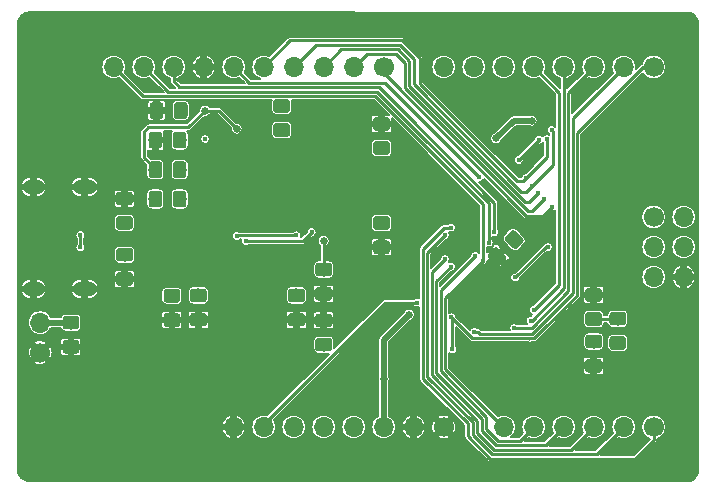
<source format=gbr>
%TF.GenerationSoftware,KiCad,Pcbnew,(5.1.2-1)-1*%
%TF.CreationDate,2020-03-19T17:13:42+05:30*%
%TF.ProjectId,Uno rev1.1,556e6f20-7265-4763-912e-312e6b696361,rev?*%
%TF.SameCoordinates,Original*%
%TF.FileFunction,Copper,L2,Bot*%
%TF.FilePolarity,Positive*%
%FSLAX46Y46*%
G04 Gerber Fmt 4.6, Leading zero omitted, Abs format (unit mm)*
G04 Created by KiCad (PCBNEW (5.1.2-1)-1) date 2020-03-19 17:13:42*
%MOMM*%
%LPD*%
G04 APERTURE LIST*
%TA.AperFunction,ComponentPad*%
%ADD10O,1.700000X1.700000*%
%TD*%
%TA.AperFunction,ComponentPad*%
%ADD11C,1.700000*%
%TD*%
%TA.AperFunction,Conductor*%
%ADD12C,0.100000*%
%TD*%
%TA.AperFunction,SMDPad,CuDef*%
%ADD13C,1.150000*%
%TD*%
%TA.AperFunction,ComponentPad*%
%ADD14O,2.032000X1.270000*%
%TD*%
%TA.AperFunction,ComponentPad*%
%ADD15O,1.828800X1.270000*%
%TD*%
%TA.AperFunction,ViaPad*%
%ADD16C,0.635000*%
%TD*%
%TA.AperFunction,ViaPad*%
%ADD17C,0.450000*%
%TD*%
%TA.AperFunction,ViaPad*%
%ADD18C,0.600000*%
%TD*%
%TA.AperFunction,Conductor*%
%ADD19C,0.508000*%
%TD*%
%TA.AperFunction,Conductor*%
%ADD20C,0.254000*%
%TD*%
%TA.AperFunction,Conductor*%
%ADD21C,0.127000*%
%TD*%
G04 APERTURE END LIST*
D10*
%TO.P,J6,2*%
%TO.N,+VSW*%
X14600000Y-38750000D03*
D11*
%TO.P,J6,1*%
%TO.N,GNDREF*%
X14600000Y-41290000D03*
%TD*%
%TO.P,J2,1*%
%TO.N,D12*%
X66540000Y-29810000D03*
D10*
%TO.P,J2,2*%
%TO.N,+5V*%
X69080000Y-29810000D03*
%TO.P,J2,3*%
%TO.N,D13*%
X66540000Y-32350000D03*
%TO.P,J2,4*%
%TO.N,D11*%
X69080000Y-32350000D03*
%TO.P,J2,5*%
%TO.N,RST*%
X66540000Y-34890000D03*
%TO.P,J2,6*%
%TO.N,GNDREF*%
X69080000Y-34890000D03*
%TD*%
D11*
%TO.P,J4,1*%
%TO.N,AD0*%
X66540000Y-47590000D03*
D10*
%TO.P,J4,2*%
%TO.N,AD1*%
X64000000Y-47590000D03*
%TO.P,J4,3*%
%TO.N,AD2*%
X61460000Y-47590000D03*
%TO.P,J4,4*%
%TO.N,AD3*%
X58920000Y-47590000D03*
%TO.P,J4,5*%
%TO.N,AD4_SDA*%
X56380000Y-47590000D03*
%TO.P,J4,6*%
%TO.N,AD5_SCL*%
X53840000Y-47590000D03*
%TD*%
D11*
%TO.P,J1,1*%
%TO.N,GNDREF*%
X48760000Y-47590000D03*
D10*
%TO.P,J1,2*%
X46220000Y-47590000D03*
%TO.P,J1,3*%
%TO.N,+5V*%
X43680000Y-47590000D03*
%TO.P,J1,4*%
X41140000Y-47590000D03*
%TO.P,J1,5*%
%TO.N,+3V3*%
X38600000Y-47590000D03*
%TO.P,J1,6*%
X36060000Y-47590000D03*
%TO.P,J1,7*%
%TO.N,RST*%
X33520000Y-47590000D03*
%TO.P,J1,8*%
%TO.N,GNDREF*%
X30980000Y-47590000D03*
%TD*%
D11*
%TO.P,J5,1*%
%TO.N,D0*%
X66540000Y-17110000D03*
D10*
%TO.P,J5,2*%
%TO.N,D1*%
X64000000Y-17110000D03*
%TO.P,J5,3*%
%TO.N,D2*%
X61460000Y-17110000D03*
%TO.P,J5,4*%
%TO.N,D3*%
X58920000Y-17110000D03*
%TO.P,J5,5*%
%TO.N,D4*%
X56380000Y-17110000D03*
%TO.P,J5,6*%
%TO.N,D5*%
X53840000Y-17110000D03*
%TO.P,J5,7*%
%TO.N,D6*%
X51300000Y-17110000D03*
%TO.P,J5,8*%
%TO.N,D7*%
X48760000Y-17110000D03*
%TD*%
D11*
%TO.P,J3,1*%
%TO.N,D8*%
X43680000Y-17110000D03*
D10*
%TO.P,J3,2*%
%TO.N,D9*%
X41140000Y-17110000D03*
%TO.P,J3,3*%
%TO.N,D10*%
X38600000Y-17110000D03*
%TO.P,J3,4*%
%TO.N,D11*%
X36060000Y-17110000D03*
%TO.P,J3,5*%
%TO.N,D12*%
X33520000Y-17110000D03*
%TO.P,J3,6*%
%TO.N,D13*%
X30980000Y-17110000D03*
%TO.P,J3,7*%
%TO.N,GNDREF*%
X28440000Y-17110000D03*
%TO.P,J3,8*%
%TO.N,AREF*%
X25900000Y-17110000D03*
%TO.P,J3,9*%
%TO.N,AD4_SDA*%
X23360000Y-17110000D03*
%TO.P,J3,10*%
%TO.N,AD5_SCL*%
X20820000Y-17110000D03*
%TD*%
D12*
%TO.N,Net-(P1-PadB5)*%
%TO.C,R6*%
G36*
X22224505Y-32426204D02*
G01*
X22248773Y-32429804D01*
X22272572Y-32435765D01*
X22295671Y-32444030D01*
X22317850Y-32454520D01*
X22338893Y-32467132D01*
X22358599Y-32481747D01*
X22376777Y-32498223D01*
X22393253Y-32516401D01*
X22407868Y-32536107D01*
X22420480Y-32557150D01*
X22430970Y-32579329D01*
X22439235Y-32602428D01*
X22445196Y-32626227D01*
X22448796Y-32650495D01*
X22450000Y-32674999D01*
X22450000Y-33325001D01*
X22448796Y-33349505D01*
X22445196Y-33373773D01*
X22439235Y-33397572D01*
X22430970Y-33420671D01*
X22420480Y-33442850D01*
X22407868Y-33463893D01*
X22393253Y-33483599D01*
X22376777Y-33501777D01*
X22358599Y-33518253D01*
X22338893Y-33532868D01*
X22317850Y-33545480D01*
X22295671Y-33555970D01*
X22272572Y-33564235D01*
X22248773Y-33570196D01*
X22224505Y-33573796D01*
X22200001Y-33575000D01*
X21299999Y-33575000D01*
X21275495Y-33573796D01*
X21251227Y-33570196D01*
X21227428Y-33564235D01*
X21204329Y-33555970D01*
X21182150Y-33545480D01*
X21161107Y-33532868D01*
X21141401Y-33518253D01*
X21123223Y-33501777D01*
X21106747Y-33483599D01*
X21092132Y-33463893D01*
X21079520Y-33442850D01*
X21069030Y-33420671D01*
X21060765Y-33397572D01*
X21054804Y-33373773D01*
X21051204Y-33349505D01*
X21050000Y-33325001D01*
X21050000Y-32674999D01*
X21051204Y-32650495D01*
X21054804Y-32626227D01*
X21060765Y-32602428D01*
X21069030Y-32579329D01*
X21079520Y-32557150D01*
X21092132Y-32536107D01*
X21106747Y-32516401D01*
X21123223Y-32498223D01*
X21141401Y-32481747D01*
X21161107Y-32467132D01*
X21182150Y-32454520D01*
X21204329Y-32444030D01*
X21227428Y-32435765D01*
X21251227Y-32429804D01*
X21275495Y-32426204D01*
X21299999Y-32425000D01*
X22200001Y-32425000D01*
X22224505Y-32426204D01*
X22224505Y-32426204D01*
G37*
D13*
%TD*%
%TO.P,R6,2*%
%TO.N,Net-(P1-PadB5)*%
X21750000Y-33000000D03*
D12*
%TO.N,GNDREF*%
%TO.C,R6*%
G36*
X22224505Y-34476204D02*
G01*
X22248773Y-34479804D01*
X22272572Y-34485765D01*
X22295671Y-34494030D01*
X22317850Y-34504520D01*
X22338893Y-34517132D01*
X22358599Y-34531747D01*
X22376777Y-34548223D01*
X22393253Y-34566401D01*
X22407868Y-34586107D01*
X22420480Y-34607150D01*
X22430970Y-34629329D01*
X22439235Y-34652428D01*
X22445196Y-34676227D01*
X22448796Y-34700495D01*
X22450000Y-34724999D01*
X22450000Y-35375001D01*
X22448796Y-35399505D01*
X22445196Y-35423773D01*
X22439235Y-35447572D01*
X22430970Y-35470671D01*
X22420480Y-35492850D01*
X22407868Y-35513893D01*
X22393253Y-35533599D01*
X22376777Y-35551777D01*
X22358599Y-35568253D01*
X22338893Y-35582868D01*
X22317850Y-35595480D01*
X22295671Y-35605970D01*
X22272572Y-35614235D01*
X22248773Y-35620196D01*
X22224505Y-35623796D01*
X22200001Y-35625000D01*
X21299999Y-35625000D01*
X21275495Y-35623796D01*
X21251227Y-35620196D01*
X21227428Y-35614235D01*
X21204329Y-35605970D01*
X21182150Y-35595480D01*
X21161107Y-35582868D01*
X21141401Y-35568253D01*
X21123223Y-35551777D01*
X21106747Y-35533599D01*
X21092132Y-35513893D01*
X21079520Y-35492850D01*
X21069030Y-35470671D01*
X21060765Y-35447572D01*
X21054804Y-35423773D01*
X21051204Y-35399505D01*
X21050000Y-35375001D01*
X21050000Y-34724999D01*
X21051204Y-34700495D01*
X21054804Y-34676227D01*
X21060765Y-34652428D01*
X21069030Y-34629329D01*
X21079520Y-34607150D01*
X21092132Y-34586107D01*
X21106747Y-34566401D01*
X21123223Y-34548223D01*
X21141401Y-34531747D01*
X21161107Y-34517132D01*
X21182150Y-34504520D01*
X21204329Y-34494030D01*
X21227428Y-34485765D01*
X21251227Y-34479804D01*
X21275495Y-34476204D01*
X21299999Y-34475000D01*
X22200001Y-34475000D01*
X22224505Y-34476204D01*
X22224505Y-34476204D01*
G37*
D13*
%TD*%
%TO.P,R6,1*%
%TO.N,GNDREF*%
X21750000Y-35050000D03*
D12*
%TO.N,Net-(P1-PadA5)*%
%TO.C,R5*%
G36*
X22199505Y-29726204D02*
G01*
X22223773Y-29729804D01*
X22247572Y-29735765D01*
X22270671Y-29744030D01*
X22292850Y-29754520D01*
X22313893Y-29767132D01*
X22333599Y-29781747D01*
X22351777Y-29798223D01*
X22368253Y-29816401D01*
X22382868Y-29836107D01*
X22395480Y-29857150D01*
X22405970Y-29879329D01*
X22414235Y-29902428D01*
X22420196Y-29926227D01*
X22423796Y-29950495D01*
X22425000Y-29974999D01*
X22425000Y-30625001D01*
X22423796Y-30649505D01*
X22420196Y-30673773D01*
X22414235Y-30697572D01*
X22405970Y-30720671D01*
X22395480Y-30742850D01*
X22382868Y-30763893D01*
X22368253Y-30783599D01*
X22351777Y-30801777D01*
X22333599Y-30818253D01*
X22313893Y-30832868D01*
X22292850Y-30845480D01*
X22270671Y-30855970D01*
X22247572Y-30864235D01*
X22223773Y-30870196D01*
X22199505Y-30873796D01*
X22175001Y-30875000D01*
X21274999Y-30875000D01*
X21250495Y-30873796D01*
X21226227Y-30870196D01*
X21202428Y-30864235D01*
X21179329Y-30855970D01*
X21157150Y-30845480D01*
X21136107Y-30832868D01*
X21116401Y-30818253D01*
X21098223Y-30801777D01*
X21081747Y-30783599D01*
X21067132Y-30763893D01*
X21054520Y-30742850D01*
X21044030Y-30720671D01*
X21035765Y-30697572D01*
X21029804Y-30673773D01*
X21026204Y-30649505D01*
X21025000Y-30625001D01*
X21025000Y-29974999D01*
X21026204Y-29950495D01*
X21029804Y-29926227D01*
X21035765Y-29902428D01*
X21044030Y-29879329D01*
X21054520Y-29857150D01*
X21067132Y-29836107D01*
X21081747Y-29816401D01*
X21098223Y-29798223D01*
X21116401Y-29781747D01*
X21136107Y-29767132D01*
X21157150Y-29754520D01*
X21179329Y-29744030D01*
X21202428Y-29735765D01*
X21226227Y-29729804D01*
X21250495Y-29726204D01*
X21274999Y-29725000D01*
X22175001Y-29725000D01*
X22199505Y-29726204D01*
X22199505Y-29726204D01*
G37*
D13*
%TD*%
%TO.P,R5,2*%
%TO.N,Net-(P1-PadA5)*%
X21725000Y-30300000D03*
D12*
%TO.N,GNDREF*%
%TO.C,R5*%
G36*
X22199505Y-27676204D02*
G01*
X22223773Y-27679804D01*
X22247572Y-27685765D01*
X22270671Y-27694030D01*
X22292850Y-27704520D01*
X22313893Y-27717132D01*
X22333599Y-27731747D01*
X22351777Y-27748223D01*
X22368253Y-27766401D01*
X22382868Y-27786107D01*
X22395480Y-27807150D01*
X22405970Y-27829329D01*
X22414235Y-27852428D01*
X22420196Y-27876227D01*
X22423796Y-27900495D01*
X22425000Y-27924999D01*
X22425000Y-28575001D01*
X22423796Y-28599505D01*
X22420196Y-28623773D01*
X22414235Y-28647572D01*
X22405970Y-28670671D01*
X22395480Y-28692850D01*
X22382868Y-28713893D01*
X22368253Y-28733599D01*
X22351777Y-28751777D01*
X22333599Y-28768253D01*
X22313893Y-28782868D01*
X22292850Y-28795480D01*
X22270671Y-28805970D01*
X22247572Y-28814235D01*
X22223773Y-28820196D01*
X22199505Y-28823796D01*
X22175001Y-28825000D01*
X21274999Y-28825000D01*
X21250495Y-28823796D01*
X21226227Y-28820196D01*
X21202428Y-28814235D01*
X21179329Y-28805970D01*
X21157150Y-28795480D01*
X21136107Y-28782868D01*
X21116401Y-28768253D01*
X21098223Y-28751777D01*
X21081747Y-28733599D01*
X21067132Y-28713893D01*
X21054520Y-28692850D01*
X21044030Y-28670671D01*
X21035765Y-28647572D01*
X21029804Y-28623773D01*
X21026204Y-28599505D01*
X21025000Y-28575001D01*
X21025000Y-27924999D01*
X21026204Y-27900495D01*
X21029804Y-27876227D01*
X21035765Y-27852428D01*
X21044030Y-27829329D01*
X21054520Y-27807150D01*
X21067132Y-27786107D01*
X21081747Y-27766401D01*
X21098223Y-27748223D01*
X21116401Y-27731747D01*
X21136107Y-27717132D01*
X21157150Y-27704520D01*
X21179329Y-27694030D01*
X21202428Y-27685765D01*
X21226227Y-27679804D01*
X21250495Y-27676204D01*
X21274999Y-27675000D01*
X22175001Y-27675000D01*
X22199505Y-27676204D01*
X22199505Y-27676204D01*
G37*
D13*
%TD*%
%TO.P,R5,1*%
%TO.N,GNDREF*%
X21725000Y-28250000D03*
D12*
%TO.N,+VSW*%
%TO.C,C14*%
G36*
X17674505Y-38176204D02*
G01*
X17698773Y-38179804D01*
X17722572Y-38185765D01*
X17745671Y-38194030D01*
X17767850Y-38204520D01*
X17788893Y-38217132D01*
X17808599Y-38231747D01*
X17826777Y-38248223D01*
X17843253Y-38266401D01*
X17857868Y-38286107D01*
X17870480Y-38307150D01*
X17880970Y-38329329D01*
X17889235Y-38352428D01*
X17895196Y-38376227D01*
X17898796Y-38400495D01*
X17900000Y-38424999D01*
X17900000Y-39075001D01*
X17898796Y-39099505D01*
X17895196Y-39123773D01*
X17889235Y-39147572D01*
X17880970Y-39170671D01*
X17870480Y-39192850D01*
X17857868Y-39213893D01*
X17843253Y-39233599D01*
X17826777Y-39251777D01*
X17808599Y-39268253D01*
X17788893Y-39282868D01*
X17767850Y-39295480D01*
X17745671Y-39305970D01*
X17722572Y-39314235D01*
X17698773Y-39320196D01*
X17674505Y-39323796D01*
X17650001Y-39325000D01*
X16749999Y-39325000D01*
X16725495Y-39323796D01*
X16701227Y-39320196D01*
X16677428Y-39314235D01*
X16654329Y-39305970D01*
X16632150Y-39295480D01*
X16611107Y-39282868D01*
X16591401Y-39268253D01*
X16573223Y-39251777D01*
X16556747Y-39233599D01*
X16542132Y-39213893D01*
X16529520Y-39192850D01*
X16519030Y-39170671D01*
X16510765Y-39147572D01*
X16504804Y-39123773D01*
X16501204Y-39099505D01*
X16500000Y-39075001D01*
X16500000Y-38424999D01*
X16501204Y-38400495D01*
X16504804Y-38376227D01*
X16510765Y-38352428D01*
X16519030Y-38329329D01*
X16529520Y-38307150D01*
X16542132Y-38286107D01*
X16556747Y-38266401D01*
X16573223Y-38248223D01*
X16591401Y-38231747D01*
X16611107Y-38217132D01*
X16632150Y-38204520D01*
X16654329Y-38194030D01*
X16677428Y-38185765D01*
X16701227Y-38179804D01*
X16725495Y-38176204D01*
X16749999Y-38175000D01*
X17650001Y-38175000D01*
X17674505Y-38176204D01*
X17674505Y-38176204D01*
G37*
D13*
%TD*%
%TO.P,C14,2*%
%TO.N,+VSW*%
X17200000Y-38750000D03*
D12*
%TO.N,GNDREF*%
%TO.C,C14*%
G36*
X17674505Y-40226204D02*
G01*
X17698773Y-40229804D01*
X17722572Y-40235765D01*
X17745671Y-40244030D01*
X17767850Y-40254520D01*
X17788893Y-40267132D01*
X17808599Y-40281747D01*
X17826777Y-40298223D01*
X17843253Y-40316401D01*
X17857868Y-40336107D01*
X17870480Y-40357150D01*
X17880970Y-40379329D01*
X17889235Y-40402428D01*
X17895196Y-40426227D01*
X17898796Y-40450495D01*
X17900000Y-40474999D01*
X17900000Y-41125001D01*
X17898796Y-41149505D01*
X17895196Y-41173773D01*
X17889235Y-41197572D01*
X17880970Y-41220671D01*
X17870480Y-41242850D01*
X17857868Y-41263893D01*
X17843253Y-41283599D01*
X17826777Y-41301777D01*
X17808599Y-41318253D01*
X17788893Y-41332868D01*
X17767850Y-41345480D01*
X17745671Y-41355970D01*
X17722572Y-41364235D01*
X17698773Y-41370196D01*
X17674505Y-41373796D01*
X17650001Y-41375000D01*
X16749999Y-41375000D01*
X16725495Y-41373796D01*
X16701227Y-41370196D01*
X16677428Y-41364235D01*
X16654329Y-41355970D01*
X16632150Y-41345480D01*
X16611107Y-41332868D01*
X16591401Y-41318253D01*
X16573223Y-41301777D01*
X16556747Y-41283599D01*
X16542132Y-41263893D01*
X16529520Y-41242850D01*
X16519030Y-41220671D01*
X16510765Y-41197572D01*
X16504804Y-41173773D01*
X16501204Y-41149505D01*
X16500000Y-41125001D01*
X16500000Y-40474999D01*
X16501204Y-40450495D01*
X16504804Y-40426227D01*
X16510765Y-40402428D01*
X16519030Y-40379329D01*
X16529520Y-40357150D01*
X16542132Y-40336107D01*
X16556747Y-40316401D01*
X16573223Y-40298223D01*
X16591401Y-40281747D01*
X16611107Y-40267132D01*
X16632150Y-40254520D01*
X16654329Y-40244030D01*
X16677428Y-40235765D01*
X16701227Y-40229804D01*
X16725495Y-40226204D01*
X16749999Y-40225000D01*
X17650001Y-40225000D01*
X17674505Y-40226204D01*
X17674505Y-40226204D01*
G37*
D13*
%TD*%
%TO.P,C14,1*%
%TO.N,GNDREF*%
X17200000Y-40800000D03*
D12*
%TO.N,+VSW*%
%TO.C,C3*%
G36*
X36774505Y-35876204D02*
G01*
X36798773Y-35879804D01*
X36822572Y-35885765D01*
X36845671Y-35894030D01*
X36867850Y-35904520D01*
X36888893Y-35917132D01*
X36908599Y-35931747D01*
X36926777Y-35948223D01*
X36943253Y-35966401D01*
X36957868Y-35986107D01*
X36970480Y-36007150D01*
X36980970Y-36029329D01*
X36989235Y-36052428D01*
X36995196Y-36076227D01*
X36998796Y-36100495D01*
X37000000Y-36124999D01*
X37000000Y-36775001D01*
X36998796Y-36799505D01*
X36995196Y-36823773D01*
X36989235Y-36847572D01*
X36980970Y-36870671D01*
X36970480Y-36892850D01*
X36957868Y-36913893D01*
X36943253Y-36933599D01*
X36926777Y-36951777D01*
X36908599Y-36968253D01*
X36888893Y-36982868D01*
X36867850Y-36995480D01*
X36845671Y-37005970D01*
X36822572Y-37014235D01*
X36798773Y-37020196D01*
X36774505Y-37023796D01*
X36750001Y-37025000D01*
X35849999Y-37025000D01*
X35825495Y-37023796D01*
X35801227Y-37020196D01*
X35777428Y-37014235D01*
X35754329Y-37005970D01*
X35732150Y-36995480D01*
X35711107Y-36982868D01*
X35691401Y-36968253D01*
X35673223Y-36951777D01*
X35656747Y-36933599D01*
X35642132Y-36913893D01*
X35629520Y-36892850D01*
X35619030Y-36870671D01*
X35610765Y-36847572D01*
X35604804Y-36823773D01*
X35601204Y-36799505D01*
X35600000Y-36775001D01*
X35600000Y-36124999D01*
X35601204Y-36100495D01*
X35604804Y-36076227D01*
X35610765Y-36052428D01*
X35619030Y-36029329D01*
X35629520Y-36007150D01*
X35642132Y-35986107D01*
X35656747Y-35966401D01*
X35673223Y-35948223D01*
X35691401Y-35931747D01*
X35711107Y-35917132D01*
X35732150Y-35904520D01*
X35754329Y-35894030D01*
X35777428Y-35885765D01*
X35801227Y-35879804D01*
X35825495Y-35876204D01*
X35849999Y-35875000D01*
X36750001Y-35875000D01*
X36774505Y-35876204D01*
X36774505Y-35876204D01*
G37*
D13*
%TD*%
%TO.P,C3,2*%
%TO.N,+VSW*%
X36300000Y-36450000D03*
D12*
%TO.N,GNDREF*%
%TO.C,C3*%
G36*
X36774505Y-37926204D02*
G01*
X36798773Y-37929804D01*
X36822572Y-37935765D01*
X36845671Y-37944030D01*
X36867850Y-37954520D01*
X36888893Y-37967132D01*
X36908599Y-37981747D01*
X36926777Y-37998223D01*
X36943253Y-38016401D01*
X36957868Y-38036107D01*
X36970480Y-38057150D01*
X36980970Y-38079329D01*
X36989235Y-38102428D01*
X36995196Y-38126227D01*
X36998796Y-38150495D01*
X37000000Y-38174999D01*
X37000000Y-38825001D01*
X36998796Y-38849505D01*
X36995196Y-38873773D01*
X36989235Y-38897572D01*
X36980970Y-38920671D01*
X36970480Y-38942850D01*
X36957868Y-38963893D01*
X36943253Y-38983599D01*
X36926777Y-39001777D01*
X36908599Y-39018253D01*
X36888893Y-39032868D01*
X36867850Y-39045480D01*
X36845671Y-39055970D01*
X36822572Y-39064235D01*
X36798773Y-39070196D01*
X36774505Y-39073796D01*
X36750001Y-39075000D01*
X35849999Y-39075000D01*
X35825495Y-39073796D01*
X35801227Y-39070196D01*
X35777428Y-39064235D01*
X35754329Y-39055970D01*
X35732150Y-39045480D01*
X35711107Y-39032868D01*
X35691401Y-39018253D01*
X35673223Y-39001777D01*
X35656747Y-38983599D01*
X35642132Y-38963893D01*
X35629520Y-38942850D01*
X35619030Y-38920671D01*
X35610765Y-38897572D01*
X35604804Y-38873773D01*
X35601204Y-38849505D01*
X35600000Y-38825001D01*
X35600000Y-38174999D01*
X35601204Y-38150495D01*
X35604804Y-38126227D01*
X35610765Y-38102428D01*
X35619030Y-38079329D01*
X35629520Y-38057150D01*
X35642132Y-38036107D01*
X35656747Y-38016401D01*
X35673223Y-37998223D01*
X35691401Y-37981747D01*
X35711107Y-37967132D01*
X35732150Y-37954520D01*
X35754329Y-37944030D01*
X35777428Y-37935765D01*
X35801227Y-37929804D01*
X35825495Y-37926204D01*
X35849999Y-37925000D01*
X36750001Y-37925000D01*
X36774505Y-37926204D01*
X36774505Y-37926204D01*
G37*
D13*
%TD*%
%TO.P,C3,1*%
%TO.N,GNDREF*%
X36300000Y-38500000D03*
D14*
%TO.P,P1,S1*%
%TO.N,GNDREF*%
X18358000Y-35906000D03*
D15*
X14040000Y-35906000D03*
D14*
X18358000Y-27270000D03*
D15*
X14040000Y-27270000D03*
%TD*%
D12*
%TO.N,Net-(R2-Pad1)*%
%TO.C,R2*%
G36*
X26757505Y-27587204D02*
G01*
X26781773Y-27590804D01*
X26805572Y-27596765D01*
X26828671Y-27605030D01*
X26850850Y-27615520D01*
X26871893Y-27628132D01*
X26891599Y-27642747D01*
X26909777Y-27659223D01*
X26926253Y-27677401D01*
X26940868Y-27697107D01*
X26953480Y-27718150D01*
X26963970Y-27740329D01*
X26972235Y-27763428D01*
X26978196Y-27787227D01*
X26981796Y-27811495D01*
X26983000Y-27835999D01*
X26983000Y-28736001D01*
X26981796Y-28760505D01*
X26978196Y-28784773D01*
X26972235Y-28808572D01*
X26963970Y-28831671D01*
X26953480Y-28853850D01*
X26940868Y-28874893D01*
X26926253Y-28894599D01*
X26909777Y-28912777D01*
X26891599Y-28929253D01*
X26871893Y-28943868D01*
X26850850Y-28956480D01*
X26828671Y-28966970D01*
X26805572Y-28975235D01*
X26781773Y-28981196D01*
X26757505Y-28984796D01*
X26733001Y-28986000D01*
X26082999Y-28986000D01*
X26058495Y-28984796D01*
X26034227Y-28981196D01*
X26010428Y-28975235D01*
X25987329Y-28966970D01*
X25965150Y-28956480D01*
X25944107Y-28943868D01*
X25924401Y-28929253D01*
X25906223Y-28912777D01*
X25889747Y-28894599D01*
X25875132Y-28874893D01*
X25862520Y-28853850D01*
X25852030Y-28831671D01*
X25843765Y-28808572D01*
X25837804Y-28784773D01*
X25834204Y-28760505D01*
X25833000Y-28736001D01*
X25833000Y-27835999D01*
X25834204Y-27811495D01*
X25837804Y-27787227D01*
X25843765Y-27763428D01*
X25852030Y-27740329D01*
X25862520Y-27718150D01*
X25875132Y-27697107D01*
X25889747Y-27677401D01*
X25906223Y-27659223D01*
X25924401Y-27642747D01*
X25944107Y-27628132D01*
X25965150Y-27615520D01*
X25987329Y-27605030D01*
X26010428Y-27596765D01*
X26034227Y-27590804D01*
X26058495Y-27587204D01*
X26082999Y-27586000D01*
X26733001Y-27586000D01*
X26757505Y-27587204D01*
X26757505Y-27587204D01*
G37*
D13*
%TD*%
%TO.P,R2,1*%
%TO.N,Net-(R2-Pad1)*%
X26408000Y-28286000D03*
D12*
%TO.N,+5V*%
%TO.C,R2*%
G36*
X24707505Y-27587204D02*
G01*
X24731773Y-27590804D01*
X24755572Y-27596765D01*
X24778671Y-27605030D01*
X24800850Y-27615520D01*
X24821893Y-27628132D01*
X24841599Y-27642747D01*
X24859777Y-27659223D01*
X24876253Y-27677401D01*
X24890868Y-27697107D01*
X24903480Y-27718150D01*
X24913970Y-27740329D01*
X24922235Y-27763428D01*
X24928196Y-27787227D01*
X24931796Y-27811495D01*
X24933000Y-27835999D01*
X24933000Y-28736001D01*
X24931796Y-28760505D01*
X24928196Y-28784773D01*
X24922235Y-28808572D01*
X24913970Y-28831671D01*
X24903480Y-28853850D01*
X24890868Y-28874893D01*
X24876253Y-28894599D01*
X24859777Y-28912777D01*
X24841599Y-28929253D01*
X24821893Y-28943868D01*
X24800850Y-28956480D01*
X24778671Y-28966970D01*
X24755572Y-28975235D01*
X24731773Y-28981196D01*
X24707505Y-28984796D01*
X24683001Y-28986000D01*
X24032999Y-28986000D01*
X24008495Y-28984796D01*
X23984227Y-28981196D01*
X23960428Y-28975235D01*
X23937329Y-28966970D01*
X23915150Y-28956480D01*
X23894107Y-28943868D01*
X23874401Y-28929253D01*
X23856223Y-28912777D01*
X23839747Y-28894599D01*
X23825132Y-28874893D01*
X23812520Y-28853850D01*
X23802030Y-28831671D01*
X23793765Y-28808572D01*
X23787804Y-28784773D01*
X23784204Y-28760505D01*
X23783000Y-28736001D01*
X23783000Y-27835999D01*
X23784204Y-27811495D01*
X23787804Y-27787227D01*
X23793765Y-27763428D01*
X23802030Y-27740329D01*
X23812520Y-27718150D01*
X23825132Y-27697107D01*
X23839747Y-27677401D01*
X23856223Y-27659223D01*
X23874401Y-27642747D01*
X23894107Y-27628132D01*
X23915150Y-27615520D01*
X23937329Y-27605030D01*
X23960428Y-27596765D01*
X23984227Y-27590804D01*
X24008495Y-27587204D01*
X24032999Y-27586000D01*
X24683001Y-27586000D01*
X24707505Y-27587204D01*
X24707505Y-27587204D01*
G37*
D13*
%TD*%
%TO.P,R2,2*%
%TO.N,+5V*%
X24358000Y-28286000D03*
D12*
%TO.N,Net-(R3-Pad1)*%
%TO.C,R3*%
G36*
X26757505Y-25091204D02*
G01*
X26781773Y-25094804D01*
X26805572Y-25100765D01*
X26828671Y-25109030D01*
X26850850Y-25119520D01*
X26871893Y-25132132D01*
X26891599Y-25146747D01*
X26909777Y-25163223D01*
X26926253Y-25181401D01*
X26940868Y-25201107D01*
X26953480Y-25222150D01*
X26963970Y-25244329D01*
X26972235Y-25267428D01*
X26978196Y-25291227D01*
X26981796Y-25315495D01*
X26983000Y-25339999D01*
X26983000Y-26240001D01*
X26981796Y-26264505D01*
X26978196Y-26288773D01*
X26972235Y-26312572D01*
X26963970Y-26335671D01*
X26953480Y-26357850D01*
X26940868Y-26378893D01*
X26926253Y-26398599D01*
X26909777Y-26416777D01*
X26891599Y-26433253D01*
X26871893Y-26447868D01*
X26850850Y-26460480D01*
X26828671Y-26470970D01*
X26805572Y-26479235D01*
X26781773Y-26485196D01*
X26757505Y-26488796D01*
X26733001Y-26490000D01*
X26082999Y-26490000D01*
X26058495Y-26488796D01*
X26034227Y-26485196D01*
X26010428Y-26479235D01*
X25987329Y-26470970D01*
X25965150Y-26460480D01*
X25944107Y-26447868D01*
X25924401Y-26433253D01*
X25906223Y-26416777D01*
X25889747Y-26398599D01*
X25875132Y-26378893D01*
X25862520Y-26357850D01*
X25852030Y-26335671D01*
X25843765Y-26312572D01*
X25837804Y-26288773D01*
X25834204Y-26264505D01*
X25833000Y-26240001D01*
X25833000Y-25339999D01*
X25834204Y-25315495D01*
X25837804Y-25291227D01*
X25843765Y-25267428D01*
X25852030Y-25244329D01*
X25862520Y-25222150D01*
X25875132Y-25201107D01*
X25889747Y-25181401D01*
X25906223Y-25163223D01*
X25924401Y-25146747D01*
X25944107Y-25132132D01*
X25965150Y-25119520D01*
X25987329Y-25109030D01*
X26010428Y-25100765D01*
X26034227Y-25094804D01*
X26058495Y-25091204D01*
X26082999Y-25090000D01*
X26733001Y-25090000D01*
X26757505Y-25091204D01*
X26757505Y-25091204D01*
G37*
D13*
%TD*%
%TO.P,R3,1*%
%TO.N,Net-(R3-Pad1)*%
X26408000Y-25790000D03*
D12*
%TO.N,+5V*%
%TO.C,R3*%
G36*
X24707505Y-25091204D02*
G01*
X24731773Y-25094804D01*
X24755572Y-25100765D01*
X24778671Y-25109030D01*
X24800850Y-25119520D01*
X24821893Y-25132132D01*
X24841599Y-25146747D01*
X24859777Y-25163223D01*
X24876253Y-25181401D01*
X24890868Y-25201107D01*
X24903480Y-25222150D01*
X24913970Y-25244329D01*
X24922235Y-25267428D01*
X24928196Y-25291227D01*
X24931796Y-25315495D01*
X24933000Y-25339999D01*
X24933000Y-26240001D01*
X24931796Y-26264505D01*
X24928196Y-26288773D01*
X24922235Y-26312572D01*
X24913970Y-26335671D01*
X24903480Y-26357850D01*
X24890868Y-26378893D01*
X24876253Y-26398599D01*
X24859777Y-26416777D01*
X24841599Y-26433253D01*
X24821893Y-26447868D01*
X24800850Y-26460480D01*
X24778671Y-26470970D01*
X24755572Y-26479235D01*
X24731773Y-26485196D01*
X24707505Y-26488796D01*
X24683001Y-26490000D01*
X24032999Y-26490000D01*
X24008495Y-26488796D01*
X23984227Y-26485196D01*
X23960428Y-26479235D01*
X23937329Y-26470970D01*
X23915150Y-26460480D01*
X23894107Y-26447868D01*
X23874401Y-26433253D01*
X23856223Y-26416777D01*
X23839747Y-26398599D01*
X23825132Y-26378893D01*
X23812520Y-26357850D01*
X23802030Y-26335671D01*
X23793765Y-26312572D01*
X23787804Y-26288773D01*
X23784204Y-26264505D01*
X23783000Y-26240001D01*
X23783000Y-25339999D01*
X23784204Y-25315495D01*
X23787804Y-25291227D01*
X23793765Y-25267428D01*
X23802030Y-25244329D01*
X23812520Y-25222150D01*
X23825132Y-25201107D01*
X23839747Y-25181401D01*
X23856223Y-25163223D01*
X23874401Y-25146747D01*
X23894107Y-25132132D01*
X23915150Y-25119520D01*
X23937329Y-25109030D01*
X23960428Y-25100765D01*
X23984227Y-25094804D01*
X24008495Y-25091204D01*
X24032999Y-25090000D01*
X24683001Y-25090000D01*
X24707505Y-25091204D01*
X24707505Y-25091204D01*
G37*
D13*
%TD*%
%TO.P,R3,2*%
%TO.N,+5V*%
X24358000Y-25790000D03*
D12*
%TO.N,Net-(C9-Pad1)*%
%TO.C,R4*%
G36*
X63974505Y-39891204D02*
G01*
X63998773Y-39894804D01*
X64022572Y-39900765D01*
X64045671Y-39909030D01*
X64067850Y-39919520D01*
X64088893Y-39932132D01*
X64108599Y-39946747D01*
X64126777Y-39963223D01*
X64143253Y-39981401D01*
X64157868Y-40001107D01*
X64170480Y-40022150D01*
X64180970Y-40044329D01*
X64189235Y-40067428D01*
X64195196Y-40091227D01*
X64198796Y-40115495D01*
X64200000Y-40139999D01*
X64200000Y-40790001D01*
X64198796Y-40814505D01*
X64195196Y-40838773D01*
X64189235Y-40862572D01*
X64180970Y-40885671D01*
X64170480Y-40907850D01*
X64157868Y-40928893D01*
X64143253Y-40948599D01*
X64126777Y-40966777D01*
X64108599Y-40983253D01*
X64088893Y-40997868D01*
X64067850Y-41010480D01*
X64045671Y-41020970D01*
X64022572Y-41029235D01*
X63998773Y-41035196D01*
X63974505Y-41038796D01*
X63950001Y-41040000D01*
X63049999Y-41040000D01*
X63025495Y-41038796D01*
X63001227Y-41035196D01*
X62977428Y-41029235D01*
X62954329Y-41020970D01*
X62932150Y-41010480D01*
X62911107Y-40997868D01*
X62891401Y-40983253D01*
X62873223Y-40966777D01*
X62856747Y-40948599D01*
X62842132Y-40928893D01*
X62829520Y-40907850D01*
X62819030Y-40885671D01*
X62810765Y-40862572D01*
X62804804Y-40838773D01*
X62801204Y-40814505D01*
X62800000Y-40790001D01*
X62800000Y-40139999D01*
X62801204Y-40115495D01*
X62804804Y-40091227D01*
X62810765Y-40067428D01*
X62819030Y-40044329D01*
X62829520Y-40022150D01*
X62842132Y-40001107D01*
X62856747Y-39981401D01*
X62873223Y-39963223D01*
X62891401Y-39946747D01*
X62911107Y-39932132D01*
X62932150Y-39919520D01*
X62954329Y-39909030D01*
X62977428Y-39900765D01*
X63001227Y-39894804D01*
X63025495Y-39891204D01*
X63049999Y-39890000D01*
X63950001Y-39890000D01*
X63974505Y-39891204D01*
X63974505Y-39891204D01*
G37*
D13*
%TD*%
%TO.P,R4,1*%
%TO.N,Net-(C9-Pad1)*%
X63500000Y-40465000D03*
D12*
%TO.N,Net-(C11-Pad2)*%
%TO.C,R4*%
G36*
X63974505Y-37841204D02*
G01*
X63998773Y-37844804D01*
X64022572Y-37850765D01*
X64045671Y-37859030D01*
X64067850Y-37869520D01*
X64088893Y-37882132D01*
X64108599Y-37896747D01*
X64126777Y-37913223D01*
X64143253Y-37931401D01*
X64157868Y-37951107D01*
X64170480Y-37972150D01*
X64180970Y-37994329D01*
X64189235Y-38017428D01*
X64195196Y-38041227D01*
X64198796Y-38065495D01*
X64200000Y-38089999D01*
X64200000Y-38740001D01*
X64198796Y-38764505D01*
X64195196Y-38788773D01*
X64189235Y-38812572D01*
X64180970Y-38835671D01*
X64170480Y-38857850D01*
X64157868Y-38878893D01*
X64143253Y-38898599D01*
X64126777Y-38916777D01*
X64108599Y-38933253D01*
X64088893Y-38947868D01*
X64067850Y-38960480D01*
X64045671Y-38970970D01*
X64022572Y-38979235D01*
X63998773Y-38985196D01*
X63974505Y-38988796D01*
X63950001Y-38990000D01*
X63049999Y-38990000D01*
X63025495Y-38988796D01*
X63001227Y-38985196D01*
X62977428Y-38979235D01*
X62954329Y-38970970D01*
X62932150Y-38960480D01*
X62911107Y-38947868D01*
X62891401Y-38933253D01*
X62873223Y-38916777D01*
X62856747Y-38898599D01*
X62842132Y-38878893D01*
X62829520Y-38857850D01*
X62819030Y-38835671D01*
X62810765Y-38812572D01*
X62804804Y-38788773D01*
X62801204Y-38764505D01*
X62800000Y-38740001D01*
X62800000Y-38089999D01*
X62801204Y-38065495D01*
X62804804Y-38041227D01*
X62810765Y-38017428D01*
X62819030Y-37994329D01*
X62829520Y-37972150D01*
X62842132Y-37951107D01*
X62856747Y-37931401D01*
X62873223Y-37913223D01*
X62891401Y-37896747D01*
X62911107Y-37882132D01*
X62932150Y-37869520D01*
X62954329Y-37859030D01*
X62977428Y-37850765D01*
X63001227Y-37844804D01*
X63025495Y-37841204D01*
X63049999Y-37840000D01*
X63950001Y-37840000D01*
X63974505Y-37841204D01*
X63974505Y-37841204D01*
G37*
D13*
%TD*%
%TO.P,R4,2*%
%TO.N,Net-(C11-Pad2)*%
X63500000Y-38415000D03*
D12*
%TO.N,GNDREF*%
%TO.C,R8*%
G36*
X24707505Y-22591204D02*
G01*
X24731773Y-22594804D01*
X24755572Y-22600765D01*
X24778671Y-22609030D01*
X24800850Y-22619520D01*
X24821893Y-22632132D01*
X24841599Y-22646747D01*
X24859777Y-22663223D01*
X24876253Y-22681401D01*
X24890868Y-22701107D01*
X24903480Y-22722150D01*
X24913970Y-22744329D01*
X24922235Y-22767428D01*
X24928196Y-22791227D01*
X24931796Y-22815495D01*
X24933000Y-22839999D01*
X24933000Y-23740001D01*
X24931796Y-23764505D01*
X24928196Y-23788773D01*
X24922235Y-23812572D01*
X24913970Y-23835671D01*
X24903480Y-23857850D01*
X24890868Y-23878893D01*
X24876253Y-23898599D01*
X24859777Y-23916777D01*
X24841599Y-23933253D01*
X24821893Y-23947868D01*
X24800850Y-23960480D01*
X24778671Y-23970970D01*
X24755572Y-23979235D01*
X24731773Y-23985196D01*
X24707505Y-23988796D01*
X24683001Y-23990000D01*
X24032999Y-23990000D01*
X24008495Y-23988796D01*
X23984227Y-23985196D01*
X23960428Y-23979235D01*
X23937329Y-23970970D01*
X23915150Y-23960480D01*
X23894107Y-23947868D01*
X23874401Y-23933253D01*
X23856223Y-23916777D01*
X23839747Y-23898599D01*
X23825132Y-23878893D01*
X23812520Y-23857850D01*
X23802030Y-23835671D01*
X23793765Y-23812572D01*
X23787804Y-23788773D01*
X23784204Y-23764505D01*
X23783000Y-23740001D01*
X23783000Y-22839999D01*
X23784204Y-22815495D01*
X23787804Y-22791227D01*
X23793765Y-22767428D01*
X23802030Y-22744329D01*
X23812520Y-22722150D01*
X23825132Y-22701107D01*
X23839747Y-22681401D01*
X23856223Y-22663223D01*
X23874401Y-22646747D01*
X23894107Y-22632132D01*
X23915150Y-22619520D01*
X23937329Y-22609030D01*
X23960428Y-22600765D01*
X23984227Y-22594804D01*
X24008495Y-22591204D01*
X24032999Y-22590000D01*
X24683001Y-22590000D01*
X24707505Y-22591204D01*
X24707505Y-22591204D01*
G37*
D13*
%TD*%
%TO.P,R8,1*%
%TO.N,GNDREF*%
X24358000Y-23290000D03*
D12*
%TO.N,Net-(D13-Pad1)*%
%TO.C,R8*%
G36*
X26757505Y-22591204D02*
G01*
X26781773Y-22594804D01*
X26805572Y-22600765D01*
X26828671Y-22609030D01*
X26850850Y-22619520D01*
X26871893Y-22632132D01*
X26891599Y-22646747D01*
X26909777Y-22663223D01*
X26926253Y-22681401D01*
X26940868Y-22701107D01*
X26953480Y-22722150D01*
X26963970Y-22744329D01*
X26972235Y-22767428D01*
X26978196Y-22791227D01*
X26981796Y-22815495D01*
X26983000Y-22839999D01*
X26983000Y-23740001D01*
X26981796Y-23764505D01*
X26978196Y-23788773D01*
X26972235Y-23812572D01*
X26963970Y-23835671D01*
X26953480Y-23857850D01*
X26940868Y-23878893D01*
X26926253Y-23898599D01*
X26909777Y-23916777D01*
X26891599Y-23933253D01*
X26871893Y-23947868D01*
X26850850Y-23960480D01*
X26828671Y-23970970D01*
X26805572Y-23979235D01*
X26781773Y-23985196D01*
X26757505Y-23988796D01*
X26733001Y-23990000D01*
X26082999Y-23990000D01*
X26058495Y-23988796D01*
X26034227Y-23985196D01*
X26010428Y-23979235D01*
X25987329Y-23970970D01*
X25965150Y-23960480D01*
X25944107Y-23947868D01*
X25924401Y-23933253D01*
X25906223Y-23916777D01*
X25889747Y-23898599D01*
X25875132Y-23878893D01*
X25862520Y-23857850D01*
X25852030Y-23835671D01*
X25843765Y-23812572D01*
X25837804Y-23788773D01*
X25834204Y-23764505D01*
X25833000Y-23740001D01*
X25833000Y-22839999D01*
X25834204Y-22815495D01*
X25837804Y-22791227D01*
X25843765Y-22767428D01*
X25852030Y-22744329D01*
X25862520Y-22722150D01*
X25875132Y-22701107D01*
X25889747Y-22681401D01*
X25906223Y-22663223D01*
X25924401Y-22646747D01*
X25944107Y-22632132D01*
X25965150Y-22619520D01*
X25987329Y-22609030D01*
X26010428Y-22600765D01*
X26034227Y-22594804D01*
X26058495Y-22591204D01*
X26082999Y-22590000D01*
X26733001Y-22590000D01*
X26757505Y-22591204D01*
X26757505Y-22591204D01*
G37*
D13*
%TD*%
%TO.P,R8,2*%
%TO.N,Net-(D13-Pad1)*%
X26408000Y-23290000D03*
D12*
%TO.N,Net-(PWR1-Pad1)*%
%TO.C,R7*%
G36*
X26849505Y-20091204D02*
G01*
X26873773Y-20094804D01*
X26897572Y-20100765D01*
X26920671Y-20109030D01*
X26942850Y-20119520D01*
X26963893Y-20132132D01*
X26983599Y-20146747D01*
X27001777Y-20163223D01*
X27018253Y-20181401D01*
X27032868Y-20201107D01*
X27045480Y-20222150D01*
X27055970Y-20244329D01*
X27064235Y-20267428D01*
X27070196Y-20291227D01*
X27073796Y-20315495D01*
X27075000Y-20339999D01*
X27075000Y-21240001D01*
X27073796Y-21264505D01*
X27070196Y-21288773D01*
X27064235Y-21312572D01*
X27055970Y-21335671D01*
X27045480Y-21357850D01*
X27032868Y-21378893D01*
X27018253Y-21398599D01*
X27001777Y-21416777D01*
X26983599Y-21433253D01*
X26963893Y-21447868D01*
X26942850Y-21460480D01*
X26920671Y-21470970D01*
X26897572Y-21479235D01*
X26873773Y-21485196D01*
X26849505Y-21488796D01*
X26825001Y-21490000D01*
X26174999Y-21490000D01*
X26150495Y-21488796D01*
X26126227Y-21485196D01*
X26102428Y-21479235D01*
X26079329Y-21470970D01*
X26057150Y-21460480D01*
X26036107Y-21447868D01*
X26016401Y-21433253D01*
X25998223Y-21416777D01*
X25981747Y-21398599D01*
X25967132Y-21378893D01*
X25954520Y-21357850D01*
X25944030Y-21335671D01*
X25935765Y-21312572D01*
X25929804Y-21288773D01*
X25926204Y-21264505D01*
X25925000Y-21240001D01*
X25925000Y-20339999D01*
X25926204Y-20315495D01*
X25929804Y-20291227D01*
X25935765Y-20267428D01*
X25944030Y-20244329D01*
X25954520Y-20222150D01*
X25967132Y-20201107D01*
X25981747Y-20181401D01*
X25998223Y-20163223D01*
X26016401Y-20146747D01*
X26036107Y-20132132D01*
X26057150Y-20119520D01*
X26079329Y-20109030D01*
X26102428Y-20100765D01*
X26126227Y-20094804D01*
X26150495Y-20091204D01*
X26174999Y-20090000D01*
X26825001Y-20090000D01*
X26849505Y-20091204D01*
X26849505Y-20091204D01*
G37*
D13*
%TD*%
%TO.P,R7,1*%
%TO.N,Net-(PWR1-Pad1)*%
X26500000Y-20790000D03*
D12*
%TO.N,GNDREF*%
%TO.C,R7*%
G36*
X24799505Y-20091204D02*
G01*
X24823773Y-20094804D01*
X24847572Y-20100765D01*
X24870671Y-20109030D01*
X24892850Y-20119520D01*
X24913893Y-20132132D01*
X24933599Y-20146747D01*
X24951777Y-20163223D01*
X24968253Y-20181401D01*
X24982868Y-20201107D01*
X24995480Y-20222150D01*
X25005970Y-20244329D01*
X25014235Y-20267428D01*
X25020196Y-20291227D01*
X25023796Y-20315495D01*
X25025000Y-20339999D01*
X25025000Y-21240001D01*
X25023796Y-21264505D01*
X25020196Y-21288773D01*
X25014235Y-21312572D01*
X25005970Y-21335671D01*
X24995480Y-21357850D01*
X24982868Y-21378893D01*
X24968253Y-21398599D01*
X24951777Y-21416777D01*
X24933599Y-21433253D01*
X24913893Y-21447868D01*
X24892850Y-21460480D01*
X24870671Y-21470970D01*
X24847572Y-21479235D01*
X24823773Y-21485196D01*
X24799505Y-21488796D01*
X24775001Y-21490000D01*
X24124999Y-21490000D01*
X24100495Y-21488796D01*
X24076227Y-21485196D01*
X24052428Y-21479235D01*
X24029329Y-21470970D01*
X24007150Y-21460480D01*
X23986107Y-21447868D01*
X23966401Y-21433253D01*
X23948223Y-21416777D01*
X23931747Y-21398599D01*
X23917132Y-21378893D01*
X23904520Y-21357850D01*
X23894030Y-21335671D01*
X23885765Y-21312572D01*
X23879804Y-21288773D01*
X23876204Y-21264505D01*
X23875000Y-21240001D01*
X23875000Y-20339999D01*
X23876204Y-20315495D01*
X23879804Y-20291227D01*
X23885765Y-20267428D01*
X23894030Y-20244329D01*
X23904520Y-20222150D01*
X23917132Y-20201107D01*
X23931747Y-20181401D01*
X23948223Y-20163223D01*
X23966401Y-20146747D01*
X23986107Y-20132132D01*
X24007150Y-20119520D01*
X24029329Y-20109030D01*
X24052428Y-20100765D01*
X24076227Y-20094804D01*
X24100495Y-20091204D01*
X24124999Y-20090000D01*
X24775001Y-20090000D01*
X24799505Y-20091204D01*
X24799505Y-20091204D01*
G37*
D13*
%TD*%
%TO.P,R7,2*%
%TO.N,GNDREF*%
X24450000Y-20790000D03*
D12*
%TO.N,GNDREF*%
%TO.C,C1*%
G36*
X26224505Y-37951204D02*
G01*
X26248773Y-37954804D01*
X26272572Y-37960765D01*
X26295671Y-37969030D01*
X26317850Y-37979520D01*
X26338893Y-37992132D01*
X26358599Y-38006747D01*
X26376777Y-38023223D01*
X26393253Y-38041401D01*
X26407868Y-38061107D01*
X26420480Y-38082150D01*
X26430970Y-38104329D01*
X26439235Y-38127428D01*
X26445196Y-38151227D01*
X26448796Y-38175495D01*
X26450000Y-38199999D01*
X26450000Y-38850001D01*
X26448796Y-38874505D01*
X26445196Y-38898773D01*
X26439235Y-38922572D01*
X26430970Y-38945671D01*
X26420480Y-38967850D01*
X26407868Y-38988893D01*
X26393253Y-39008599D01*
X26376777Y-39026777D01*
X26358599Y-39043253D01*
X26338893Y-39057868D01*
X26317850Y-39070480D01*
X26295671Y-39080970D01*
X26272572Y-39089235D01*
X26248773Y-39095196D01*
X26224505Y-39098796D01*
X26200001Y-39100000D01*
X25299999Y-39100000D01*
X25275495Y-39098796D01*
X25251227Y-39095196D01*
X25227428Y-39089235D01*
X25204329Y-39080970D01*
X25182150Y-39070480D01*
X25161107Y-39057868D01*
X25141401Y-39043253D01*
X25123223Y-39026777D01*
X25106747Y-39008599D01*
X25092132Y-38988893D01*
X25079520Y-38967850D01*
X25069030Y-38945671D01*
X25060765Y-38922572D01*
X25054804Y-38898773D01*
X25051204Y-38874505D01*
X25050000Y-38850001D01*
X25050000Y-38199999D01*
X25051204Y-38175495D01*
X25054804Y-38151227D01*
X25060765Y-38127428D01*
X25069030Y-38104329D01*
X25079520Y-38082150D01*
X25092132Y-38061107D01*
X25106747Y-38041401D01*
X25123223Y-38023223D01*
X25141401Y-38006747D01*
X25161107Y-37992132D01*
X25182150Y-37979520D01*
X25204329Y-37969030D01*
X25227428Y-37960765D01*
X25251227Y-37954804D01*
X25275495Y-37951204D01*
X25299999Y-37950000D01*
X26200001Y-37950000D01*
X26224505Y-37951204D01*
X26224505Y-37951204D01*
G37*
D13*
%TD*%
%TO.P,C1,1*%
%TO.N,GNDREF*%
X25750000Y-38525000D03*
D12*
%TO.N,+VSW*%
%TO.C,C1*%
G36*
X26224505Y-35901204D02*
G01*
X26248773Y-35904804D01*
X26272572Y-35910765D01*
X26295671Y-35919030D01*
X26317850Y-35929520D01*
X26338893Y-35942132D01*
X26358599Y-35956747D01*
X26376777Y-35973223D01*
X26393253Y-35991401D01*
X26407868Y-36011107D01*
X26420480Y-36032150D01*
X26430970Y-36054329D01*
X26439235Y-36077428D01*
X26445196Y-36101227D01*
X26448796Y-36125495D01*
X26450000Y-36149999D01*
X26450000Y-36800001D01*
X26448796Y-36824505D01*
X26445196Y-36848773D01*
X26439235Y-36872572D01*
X26430970Y-36895671D01*
X26420480Y-36917850D01*
X26407868Y-36938893D01*
X26393253Y-36958599D01*
X26376777Y-36976777D01*
X26358599Y-36993253D01*
X26338893Y-37007868D01*
X26317850Y-37020480D01*
X26295671Y-37030970D01*
X26272572Y-37039235D01*
X26248773Y-37045196D01*
X26224505Y-37048796D01*
X26200001Y-37050000D01*
X25299999Y-37050000D01*
X25275495Y-37048796D01*
X25251227Y-37045196D01*
X25227428Y-37039235D01*
X25204329Y-37030970D01*
X25182150Y-37020480D01*
X25161107Y-37007868D01*
X25141401Y-36993253D01*
X25123223Y-36976777D01*
X25106747Y-36958599D01*
X25092132Y-36938893D01*
X25079520Y-36917850D01*
X25069030Y-36895671D01*
X25060765Y-36872572D01*
X25054804Y-36848773D01*
X25051204Y-36824505D01*
X25050000Y-36800001D01*
X25050000Y-36149999D01*
X25051204Y-36125495D01*
X25054804Y-36101227D01*
X25060765Y-36077428D01*
X25069030Y-36054329D01*
X25079520Y-36032150D01*
X25092132Y-36011107D01*
X25106747Y-35991401D01*
X25123223Y-35973223D01*
X25141401Y-35956747D01*
X25161107Y-35942132D01*
X25182150Y-35929520D01*
X25204329Y-35919030D01*
X25227428Y-35910765D01*
X25251227Y-35904804D01*
X25275495Y-35901204D01*
X25299999Y-35900000D01*
X26200001Y-35900000D01*
X26224505Y-35901204D01*
X26224505Y-35901204D01*
G37*
D13*
%TD*%
%TO.P,C1,2*%
%TO.N,+VSW*%
X25750000Y-36475000D03*
D12*
%TO.N,GNDREF*%
%TO.C,C2*%
G36*
X28474505Y-37926204D02*
G01*
X28498773Y-37929804D01*
X28522572Y-37935765D01*
X28545671Y-37944030D01*
X28567850Y-37954520D01*
X28588893Y-37967132D01*
X28608599Y-37981747D01*
X28626777Y-37998223D01*
X28643253Y-38016401D01*
X28657868Y-38036107D01*
X28670480Y-38057150D01*
X28680970Y-38079329D01*
X28689235Y-38102428D01*
X28695196Y-38126227D01*
X28698796Y-38150495D01*
X28700000Y-38174999D01*
X28700000Y-38825001D01*
X28698796Y-38849505D01*
X28695196Y-38873773D01*
X28689235Y-38897572D01*
X28680970Y-38920671D01*
X28670480Y-38942850D01*
X28657868Y-38963893D01*
X28643253Y-38983599D01*
X28626777Y-39001777D01*
X28608599Y-39018253D01*
X28588893Y-39032868D01*
X28567850Y-39045480D01*
X28545671Y-39055970D01*
X28522572Y-39064235D01*
X28498773Y-39070196D01*
X28474505Y-39073796D01*
X28450001Y-39075000D01*
X27549999Y-39075000D01*
X27525495Y-39073796D01*
X27501227Y-39070196D01*
X27477428Y-39064235D01*
X27454329Y-39055970D01*
X27432150Y-39045480D01*
X27411107Y-39032868D01*
X27391401Y-39018253D01*
X27373223Y-39001777D01*
X27356747Y-38983599D01*
X27342132Y-38963893D01*
X27329520Y-38942850D01*
X27319030Y-38920671D01*
X27310765Y-38897572D01*
X27304804Y-38873773D01*
X27301204Y-38849505D01*
X27300000Y-38825001D01*
X27300000Y-38174999D01*
X27301204Y-38150495D01*
X27304804Y-38126227D01*
X27310765Y-38102428D01*
X27319030Y-38079329D01*
X27329520Y-38057150D01*
X27342132Y-38036107D01*
X27356747Y-38016401D01*
X27373223Y-37998223D01*
X27391401Y-37981747D01*
X27411107Y-37967132D01*
X27432150Y-37954520D01*
X27454329Y-37944030D01*
X27477428Y-37935765D01*
X27501227Y-37929804D01*
X27525495Y-37926204D01*
X27549999Y-37925000D01*
X28450001Y-37925000D01*
X28474505Y-37926204D01*
X28474505Y-37926204D01*
G37*
D13*
%TD*%
%TO.P,C2,1*%
%TO.N,GNDREF*%
X28000000Y-38500000D03*
D12*
%TO.N,+5V*%
%TO.C,C2*%
G36*
X28474505Y-35876204D02*
G01*
X28498773Y-35879804D01*
X28522572Y-35885765D01*
X28545671Y-35894030D01*
X28567850Y-35904520D01*
X28588893Y-35917132D01*
X28608599Y-35931747D01*
X28626777Y-35948223D01*
X28643253Y-35966401D01*
X28657868Y-35986107D01*
X28670480Y-36007150D01*
X28680970Y-36029329D01*
X28689235Y-36052428D01*
X28695196Y-36076227D01*
X28698796Y-36100495D01*
X28700000Y-36124999D01*
X28700000Y-36775001D01*
X28698796Y-36799505D01*
X28695196Y-36823773D01*
X28689235Y-36847572D01*
X28680970Y-36870671D01*
X28670480Y-36892850D01*
X28657868Y-36913893D01*
X28643253Y-36933599D01*
X28626777Y-36951777D01*
X28608599Y-36968253D01*
X28588893Y-36982868D01*
X28567850Y-36995480D01*
X28545671Y-37005970D01*
X28522572Y-37014235D01*
X28498773Y-37020196D01*
X28474505Y-37023796D01*
X28450001Y-37025000D01*
X27549999Y-37025000D01*
X27525495Y-37023796D01*
X27501227Y-37020196D01*
X27477428Y-37014235D01*
X27454329Y-37005970D01*
X27432150Y-36995480D01*
X27411107Y-36982868D01*
X27391401Y-36968253D01*
X27373223Y-36951777D01*
X27356747Y-36933599D01*
X27342132Y-36913893D01*
X27329520Y-36892850D01*
X27319030Y-36870671D01*
X27310765Y-36847572D01*
X27304804Y-36823773D01*
X27301204Y-36799505D01*
X27300000Y-36775001D01*
X27300000Y-36124999D01*
X27301204Y-36100495D01*
X27304804Y-36076227D01*
X27310765Y-36052428D01*
X27319030Y-36029329D01*
X27329520Y-36007150D01*
X27342132Y-35986107D01*
X27356747Y-35966401D01*
X27373223Y-35948223D01*
X27391401Y-35931747D01*
X27411107Y-35917132D01*
X27432150Y-35904520D01*
X27454329Y-35894030D01*
X27477428Y-35885765D01*
X27501227Y-35879804D01*
X27525495Y-35876204D01*
X27549999Y-35875000D01*
X28450001Y-35875000D01*
X28474505Y-35876204D01*
X28474505Y-35876204D01*
G37*
D13*
%TD*%
%TO.P,C2,2*%
%TO.N,+5V*%
X28000000Y-36450000D03*
D12*
%TO.N,GNDREF*%
%TO.C,C4*%
G36*
X39074505Y-37990204D02*
G01*
X39098773Y-37993804D01*
X39122572Y-37999765D01*
X39145671Y-38008030D01*
X39167850Y-38018520D01*
X39188893Y-38031132D01*
X39208599Y-38045747D01*
X39226777Y-38062223D01*
X39243253Y-38080401D01*
X39257868Y-38100107D01*
X39270480Y-38121150D01*
X39280970Y-38143329D01*
X39289235Y-38166428D01*
X39295196Y-38190227D01*
X39298796Y-38214495D01*
X39300000Y-38238999D01*
X39300000Y-38889001D01*
X39298796Y-38913505D01*
X39295196Y-38937773D01*
X39289235Y-38961572D01*
X39280970Y-38984671D01*
X39270480Y-39006850D01*
X39257868Y-39027893D01*
X39243253Y-39047599D01*
X39226777Y-39065777D01*
X39208599Y-39082253D01*
X39188893Y-39096868D01*
X39167850Y-39109480D01*
X39145671Y-39119970D01*
X39122572Y-39128235D01*
X39098773Y-39134196D01*
X39074505Y-39137796D01*
X39050001Y-39139000D01*
X38149999Y-39139000D01*
X38125495Y-39137796D01*
X38101227Y-39134196D01*
X38077428Y-39128235D01*
X38054329Y-39119970D01*
X38032150Y-39109480D01*
X38011107Y-39096868D01*
X37991401Y-39082253D01*
X37973223Y-39065777D01*
X37956747Y-39047599D01*
X37942132Y-39027893D01*
X37929520Y-39006850D01*
X37919030Y-38984671D01*
X37910765Y-38961572D01*
X37904804Y-38937773D01*
X37901204Y-38913505D01*
X37900000Y-38889001D01*
X37900000Y-38238999D01*
X37901204Y-38214495D01*
X37904804Y-38190227D01*
X37910765Y-38166428D01*
X37919030Y-38143329D01*
X37929520Y-38121150D01*
X37942132Y-38100107D01*
X37956747Y-38080401D01*
X37973223Y-38062223D01*
X37991401Y-38045747D01*
X38011107Y-38031132D01*
X38032150Y-38018520D01*
X38054329Y-38008030D01*
X38077428Y-37999765D01*
X38101227Y-37993804D01*
X38125495Y-37990204D01*
X38149999Y-37989000D01*
X39050001Y-37989000D01*
X39074505Y-37990204D01*
X39074505Y-37990204D01*
G37*
D13*
%TD*%
%TO.P,C4,1*%
%TO.N,GNDREF*%
X38600000Y-38564000D03*
D12*
%TO.N,+3V3*%
%TO.C,C4*%
G36*
X39074505Y-40040204D02*
G01*
X39098773Y-40043804D01*
X39122572Y-40049765D01*
X39145671Y-40058030D01*
X39167850Y-40068520D01*
X39188893Y-40081132D01*
X39208599Y-40095747D01*
X39226777Y-40112223D01*
X39243253Y-40130401D01*
X39257868Y-40150107D01*
X39270480Y-40171150D01*
X39280970Y-40193329D01*
X39289235Y-40216428D01*
X39295196Y-40240227D01*
X39298796Y-40264495D01*
X39300000Y-40288999D01*
X39300000Y-40939001D01*
X39298796Y-40963505D01*
X39295196Y-40987773D01*
X39289235Y-41011572D01*
X39280970Y-41034671D01*
X39270480Y-41056850D01*
X39257868Y-41077893D01*
X39243253Y-41097599D01*
X39226777Y-41115777D01*
X39208599Y-41132253D01*
X39188893Y-41146868D01*
X39167850Y-41159480D01*
X39145671Y-41169970D01*
X39122572Y-41178235D01*
X39098773Y-41184196D01*
X39074505Y-41187796D01*
X39050001Y-41189000D01*
X38149999Y-41189000D01*
X38125495Y-41187796D01*
X38101227Y-41184196D01*
X38077428Y-41178235D01*
X38054329Y-41169970D01*
X38032150Y-41159480D01*
X38011107Y-41146868D01*
X37991401Y-41132253D01*
X37973223Y-41115777D01*
X37956747Y-41097599D01*
X37942132Y-41077893D01*
X37929520Y-41056850D01*
X37919030Y-41034671D01*
X37910765Y-41011572D01*
X37904804Y-40987773D01*
X37901204Y-40963505D01*
X37900000Y-40939001D01*
X37900000Y-40288999D01*
X37901204Y-40264495D01*
X37904804Y-40240227D01*
X37910765Y-40216428D01*
X37919030Y-40193329D01*
X37929520Y-40171150D01*
X37942132Y-40150107D01*
X37956747Y-40130401D01*
X37973223Y-40112223D01*
X37991401Y-40095747D01*
X38011107Y-40081132D01*
X38032150Y-40068520D01*
X38054329Y-40058030D01*
X38077428Y-40049765D01*
X38101227Y-40043804D01*
X38125495Y-40040204D01*
X38149999Y-40039000D01*
X39050001Y-40039000D01*
X39074505Y-40040204D01*
X39074505Y-40040204D01*
G37*
D13*
%TD*%
%TO.P,C4,2*%
%TO.N,+3V3*%
X38600000Y-40614000D03*
D12*
%TO.N,GNDREF*%
%TO.C,C5*%
G36*
X53215548Y-32367764D02*
G01*
X53239816Y-32371364D01*
X53263615Y-32377325D01*
X53286714Y-32385590D01*
X53308893Y-32396080D01*
X53329936Y-32408692D01*
X53349642Y-32423307D01*
X53367820Y-32439783D01*
X54004217Y-33076180D01*
X54020693Y-33094358D01*
X54035308Y-33114064D01*
X54047920Y-33135107D01*
X54058410Y-33157286D01*
X54066675Y-33180385D01*
X54072636Y-33204184D01*
X54076236Y-33228452D01*
X54077440Y-33252956D01*
X54076236Y-33277460D01*
X54072636Y-33301728D01*
X54066675Y-33325527D01*
X54058410Y-33348626D01*
X54047920Y-33370805D01*
X54035308Y-33391848D01*
X54020693Y-33411554D01*
X54004217Y-33429732D01*
X53544596Y-33889353D01*
X53526418Y-33905829D01*
X53506712Y-33920444D01*
X53485669Y-33933056D01*
X53463490Y-33943546D01*
X53440391Y-33951811D01*
X53416592Y-33957772D01*
X53392324Y-33961372D01*
X53367820Y-33962576D01*
X53343316Y-33961372D01*
X53319048Y-33957772D01*
X53295249Y-33951811D01*
X53272150Y-33943546D01*
X53249971Y-33933056D01*
X53228928Y-33920444D01*
X53209222Y-33905829D01*
X53191044Y-33889353D01*
X52554647Y-33252956D01*
X52538171Y-33234778D01*
X52523556Y-33215072D01*
X52510944Y-33194029D01*
X52500454Y-33171850D01*
X52492189Y-33148751D01*
X52486228Y-33124952D01*
X52482628Y-33100684D01*
X52481424Y-33076180D01*
X52482628Y-33051676D01*
X52486228Y-33027408D01*
X52492189Y-33003609D01*
X52500454Y-32980510D01*
X52510944Y-32958331D01*
X52523556Y-32937288D01*
X52538171Y-32917582D01*
X52554647Y-32899404D01*
X53014268Y-32439783D01*
X53032446Y-32423307D01*
X53052152Y-32408692D01*
X53073195Y-32396080D01*
X53095374Y-32385590D01*
X53118473Y-32377325D01*
X53142272Y-32371364D01*
X53166540Y-32367764D01*
X53191044Y-32366560D01*
X53215548Y-32367764D01*
X53215548Y-32367764D01*
G37*
D13*
%TD*%
%TO.P,C5,1*%
%TO.N,GNDREF*%
X53279432Y-33164568D03*
D12*
%TO.N,+5V*%
%TO.C,C5*%
G36*
X54665116Y-30918196D02*
G01*
X54689384Y-30921796D01*
X54713183Y-30927757D01*
X54736282Y-30936022D01*
X54758461Y-30946512D01*
X54779504Y-30959124D01*
X54799210Y-30973739D01*
X54817388Y-30990215D01*
X55453785Y-31626612D01*
X55470261Y-31644790D01*
X55484876Y-31664496D01*
X55497488Y-31685539D01*
X55507978Y-31707718D01*
X55516243Y-31730817D01*
X55522204Y-31754616D01*
X55525804Y-31778884D01*
X55527008Y-31803388D01*
X55525804Y-31827892D01*
X55522204Y-31852160D01*
X55516243Y-31875959D01*
X55507978Y-31899058D01*
X55497488Y-31921237D01*
X55484876Y-31942280D01*
X55470261Y-31961986D01*
X55453785Y-31980164D01*
X54994164Y-32439785D01*
X54975986Y-32456261D01*
X54956280Y-32470876D01*
X54935237Y-32483488D01*
X54913058Y-32493978D01*
X54889959Y-32502243D01*
X54866160Y-32508204D01*
X54841892Y-32511804D01*
X54817388Y-32513008D01*
X54792884Y-32511804D01*
X54768616Y-32508204D01*
X54744817Y-32502243D01*
X54721718Y-32493978D01*
X54699539Y-32483488D01*
X54678496Y-32470876D01*
X54658790Y-32456261D01*
X54640612Y-32439785D01*
X54004215Y-31803388D01*
X53987739Y-31785210D01*
X53973124Y-31765504D01*
X53960512Y-31744461D01*
X53950022Y-31722282D01*
X53941757Y-31699183D01*
X53935796Y-31675384D01*
X53932196Y-31651116D01*
X53930992Y-31626612D01*
X53932196Y-31602108D01*
X53935796Y-31577840D01*
X53941757Y-31554041D01*
X53950022Y-31530942D01*
X53960512Y-31508763D01*
X53973124Y-31487720D01*
X53987739Y-31468014D01*
X54004215Y-31449836D01*
X54463836Y-30990215D01*
X54482014Y-30973739D01*
X54501720Y-30959124D01*
X54522763Y-30946512D01*
X54544942Y-30936022D01*
X54568041Y-30927757D01*
X54591840Y-30921796D01*
X54616108Y-30918196D01*
X54640612Y-30916992D01*
X54665116Y-30918196D01*
X54665116Y-30918196D01*
G37*
D13*
%TD*%
%TO.P,C5,2*%
%TO.N,+5V*%
X54729000Y-31715000D03*
D12*
%TO.N,GNDREF*%
%TO.C,C6*%
G36*
X39074505Y-35731204D02*
G01*
X39098773Y-35734804D01*
X39122572Y-35740765D01*
X39145671Y-35749030D01*
X39167850Y-35759520D01*
X39188893Y-35772132D01*
X39208599Y-35786747D01*
X39226777Y-35803223D01*
X39243253Y-35821401D01*
X39257868Y-35841107D01*
X39270480Y-35862150D01*
X39280970Y-35884329D01*
X39289235Y-35907428D01*
X39295196Y-35931227D01*
X39298796Y-35955495D01*
X39300000Y-35979999D01*
X39300000Y-36630001D01*
X39298796Y-36654505D01*
X39295196Y-36678773D01*
X39289235Y-36702572D01*
X39280970Y-36725671D01*
X39270480Y-36747850D01*
X39257868Y-36768893D01*
X39243253Y-36788599D01*
X39226777Y-36806777D01*
X39208599Y-36823253D01*
X39188893Y-36837868D01*
X39167850Y-36850480D01*
X39145671Y-36860970D01*
X39122572Y-36869235D01*
X39098773Y-36875196D01*
X39074505Y-36878796D01*
X39050001Y-36880000D01*
X38149999Y-36880000D01*
X38125495Y-36878796D01*
X38101227Y-36875196D01*
X38077428Y-36869235D01*
X38054329Y-36860970D01*
X38032150Y-36850480D01*
X38011107Y-36837868D01*
X37991401Y-36823253D01*
X37973223Y-36806777D01*
X37956747Y-36788599D01*
X37942132Y-36768893D01*
X37929520Y-36747850D01*
X37919030Y-36725671D01*
X37910765Y-36702572D01*
X37904804Y-36678773D01*
X37901204Y-36654505D01*
X37900000Y-36630001D01*
X37900000Y-35979999D01*
X37901204Y-35955495D01*
X37904804Y-35931227D01*
X37910765Y-35907428D01*
X37919030Y-35884329D01*
X37929520Y-35862150D01*
X37942132Y-35841107D01*
X37956747Y-35821401D01*
X37973223Y-35803223D01*
X37991401Y-35786747D01*
X38011107Y-35772132D01*
X38032150Y-35759520D01*
X38054329Y-35749030D01*
X38077428Y-35740765D01*
X38101227Y-35734804D01*
X38125495Y-35731204D01*
X38149999Y-35730000D01*
X39050001Y-35730000D01*
X39074505Y-35731204D01*
X39074505Y-35731204D01*
G37*
D13*
%TD*%
%TO.P,C6,1*%
%TO.N,GNDREF*%
X38600000Y-36305000D03*
D12*
%TO.N,+3V3*%
%TO.C,C6*%
G36*
X39074505Y-33681204D02*
G01*
X39098773Y-33684804D01*
X39122572Y-33690765D01*
X39145671Y-33699030D01*
X39167850Y-33709520D01*
X39188893Y-33722132D01*
X39208599Y-33736747D01*
X39226777Y-33753223D01*
X39243253Y-33771401D01*
X39257868Y-33791107D01*
X39270480Y-33812150D01*
X39280970Y-33834329D01*
X39289235Y-33857428D01*
X39295196Y-33881227D01*
X39298796Y-33905495D01*
X39300000Y-33929999D01*
X39300000Y-34580001D01*
X39298796Y-34604505D01*
X39295196Y-34628773D01*
X39289235Y-34652572D01*
X39280970Y-34675671D01*
X39270480Y-34697850D01*
X39257868Y-34718893D01*
X39243253Y-34738599D01*
X39226777Y-34756777D01*
X39208599Y-34773253D01*
X39188893Y-34787868D01*
X39167850Y-34800480D01*
X39145671Y-34810970D01*
X39122572Y-34819235D01*
X39098773Y-34825196D01*
X39074505Y-34828796D01*
X39050001Y-34830000D01*
X38149999Y-34830000D01*
X38125495Y-34828796D01*
X38101227Y-34825196D01*
X38077428Y-34819235D01*
X38054329Y-34810970D01*
X38032150Y-34800480D01*
X38011107Y-34787868D01*
X37991401Y-34773253D01*
X37973223Y-34756777D01*
X37956747Y-34738599D01*
X37942132Y-34718893D01*
X37929520Y-34697850D01*
X37919030Y-34675671D01*
X37910765Y-34652572D01*
X37904804Y-34628773D01*
X37901204Y-34604505D01*
X37900000Y-34580001D01*
X37900000Y-33929999D01*
X37901204Y-33905495D01*
X37904804Y-33881227D01*
X37910765Y-33857428D01*
X37919030Y-33834329D01*
X37929520Y-33812150D01*
X37942132Y-33791107D01*
X37956747Y-33771401D01*
X37973223Y-33753223D01*
X37991401Y-33736747D01*
X38011107Y-33722132D01*
X38032150Y-33709520D01*
X38054329Y-33699030D01*
X38077428Y-33690765D01*
X38101227Y-33684804D01*
X38125495Y-33681204D01*
X38149999Y-33680000D01*
X39050001Y-33680000D01*
X39074505Y-33681204D01*
X39074505Y-33681204D01*
G37*
D13*
%TD*%
%TO.P,C6,2*%
%TO.N,+3V3*%
X38600000Y-34255000D03*
D12*
%TO.N,RST*%
%TO.C,C8*%
G36*
X35518505Y-19820204D02*
G01*
X35542773Y-19823804D01*
X35566572Y-19829765D01*
X35589671Y-19838030D01*
X35611850Y-19848520D01*
X35632893Y-19861132D01*
X35652599Y-19875747D01*
X35670777Y-19892223D01*
X35687253Y-19910401D01*
X35701868Y-19930107D01*
X35714480Y-19951150D01*
X35724970Y-19973329D01*
X35733235Y-19996428D01*
X35739196Y-20020227D01*
X35742796Y-20044495D01*
X35744000Y-20068999D01*
X35744000Y-20719001D01*
X35742796Y-20743505D01*
X35739196Y-20767773D01*
X35733235Y-20791572D01*
X35724970Y-20814671D01*
X35714480Y-20836850D01*
X35701868Y-20857893D01*
X35687253Y-20877599D01*
X35670777Y-20895777D01*
X35652599Y-20912253D01*
X35632893Y-20926868D01*
X35611850Y-20939480D01*
X35589671Y-20949970D01*
X35566572Y-20958235D01*
X35542773Y-20964196D01*
X35518505Y-20967796D01*
X35494001Y-20969000D01*
X34593999Y-20969000D01*
X34569495Y-20967796D01*
X34545227Y-20964196D01*
X34521428Y-20958235D01*
X34498329Y-20949970D01*
X34476150Y-20939480D01*
X34455107Y-20926868D01*
X34435401Y-20912253D01*
X34417223Y-20895777D01*
X34400747Y-20877599D01*
X34386132Y-20857893D01*
X34373520Y-20836850D01*
X34363030Y-20814671D01*
X34354765Y-20791572D01*
X34348804Y-20767773D01*
X34345204Y-20743505D01*
X34344000Y-20719001D01*
X34344000Y-20068999D01*
X34345204Y-20044495D01*
X34348804Y-20020227D01*
X34354765Y-19996428D01*
X34363030Y-19973329D01*
X34373520Y-19951150D01*
X34386132Y-19930107D01*
X34400747Y-19910401D01*
X34417223Y-19892223D01*
X34435401Y-19875747D01*
X34455107Y-19861132D01*
X34476150Y-19848520D01*
X34498329Y-19838030D01*
X34521428Y-19829765D01*
X34545227Y-19823804D01*
X34569495Y-19820204D01*
X34593999Y-19819000D01*
X35494001Y-19819000D01*
X35518505Y-19820204D01*
X35518505Y-19820204D01*
G37*
D13*
%TD*%
%TO.P,C8,1*%
%TO.N,RST*%
X35044000Y-20394000D03*
D12*
%TO.N,Net-(C8-Pad2)*%
%TO.C,C8*%
G36*
X35518505Y-21870204D02*
G01*
X35542773Y-21873804D01*
X35566572Y-21879765D01*
X35589671Y-21888030D01*
X35611850Y-21898520D01*
X35632893Y-21911132D01*
X35652599Y-21925747D01*
X35670777Y-21942223D01*
X35687253Y-21960401D01*
X35701868Y-21980107D01*
X35714480Y-22001150D01*
X35724970Y-22023329D01*
X35733235Y-22046428D01*
X35739196Y-22070227D01*
X35742796Y-22094495D01*
X35744000Y-22118999D01*
X35744000Y-22769001D01*
X35742796Y-22793505D01*
X35739196Y-22817773D01*
X35733235Y-22841572D01*
X35724970Y-22864671D01*
X35714480Y-22886850D01*
X35701868Y-22907893D01*
X35687253Y-22927599D01*
X35670777Y-22945777D01*
X35652599Y-22962253D01*
X35632893Y-22976868D01*
X35611850Y-22989480D01*
X35589671Y-22999970D01*
X35566572Y-23008235D01*
X35542773Y-23014196D01*
X35518505Y-23017796D01*
X35494001Y-23019000D01*
X34593999Y-23019000D01*
X34569495Y-23017796D01*
X34545227Y-23014196D01*
X34521428Y-23008235D01*
X34498329Y-22999970D01*
X34476150Y-22989480D01*
X34455107Y-22976868D01*
X34435401Y-22962253D01*
X34417223Y-22945777D01*
X34400747Y-22927599D01*
X34386132Y-22907893D01*
X34373520Y-22886850D01*
X34363030Y-22864671D01*
X34354765Y-22841572D01*
X34348804Y-22817773D01*
X34345204Y-22793505D01*
X34344000Y-22769001D01*
X34344000Y-22118999D01*
X34345204Y-22094495D01*
X34348804Y-22070227D01*
X34354765Y-22046428D01*
X34363030Y-22023329D01*
X34373520Y-22001150D01*
X34386132Y-21980107D01*
X34400747Y-21960401D01*
X34417223Y-21942223D01*
X34435401Y-21925747D01*
X34455107Y-21911132D01*
X34476150Y-21898520D01*
X34498329Y-21888030D01*
X34521428Y-21879765D01*
X34545227Y-21873804D01*
X34569495Y-21870204D01*
X34593999Y-21869000D01*
X35494001Y-21869000D01*
X35518505Y-21870204D01*
X35518505Y-21870204D01*
G37*
D13*
%TD*%
%TO.P,C8,2*%
%TO.N,Net-(C8-Pad2)*%
X35044000Y-22444000D03*
D12*
%TO.N,Net-(C9-Pad1)*%
%TO.C,C9*%
G36*
X61934505Y-39777204D02*
G01*
X61958773Y-39780804D01*
X61982572Y-39786765D01*
X62005671Y-39795030D01*
X62027850Y-39805520D01*
X62048893Y-39818132D01*
X62068599Y-39832747D01*
X62086777Y-39849223D01*
X62103253Y-39867401D01*
X62117868Y-39887107D01*
X62130480Y-39908150D01*
X62140970Y-39930329D01*
X62149235Y-39953428D01*
X62155196Y-39977227D01*
X62158796Y-40001495D01*
X62160000Y-40025999D01*
X62160000Y-40676001D01*
X62158796Y-40700505D01*
X62155196Y-40724773D01*
X62149235Y-40748572D01*
X62140970Y-40771671D01*
X62130480Y-40793850D01*
X62117868Y-40814893D01*
X62103253Y-40834599D01*
X62086777Y-40852777D01*
X62068599Y-40869253D01*
X62048893Y-40883868D01*
X62027850Y-40896480D01*
X62005671Y-40906970D01*
X61982572Y-40915235D01*
X61958773Y-40921196D01*
X61934505Y-40924796D01*
X61910001Y-40926000D01*
X61009999Y-40926000D01*
X60985495Y-40924796D01*
X60961227Y-40921196D01*
X60937428Y-40915235D01*
X60914329Y-40906970D01*
X60892150Y-40896480D01*
X60871107Y-40883868D01*
X60851401Y-40869253D01*
X60833223Y-40852777D01*
X60816747Y-40834599D01*
X60802132Y-40814893D01*
X60789520Y-40793850D01*
X60779030Y-40771671D01*
X60770765Y-40748572D01*
X60764804Y-40724773D01*
X60761204Y-40700505D01*
X60760000Y-40676001D01*
X60760000Y-40025999D01*
X60761204Y-40001495D01*
X60764804Y-39977227D01*
X60770765Y-39953428D01*
X60779030Y-39930329D01*
X60789520Y-39908150D01*
X60802132Y-39887107D01*
X60816747Y-39867401D01*
X60833223Y-39849223D01*
X60851401Y-39832747D01*
X60871107Y-39818132D01*
X60892150Y-39805520D01*
X60914329Y-39795030D01*
X60937428Y-39786765D01*
X60961227Y-39780804D01*
X60985495Y-39777204D01*
X61009999Y-39776000D01*
X61910001Y-39776000D01*
X61934505Y-39777204D01*
X61934505Y-39777204D01*
G37*
D13*
%TD*%
%TO.P,C9,1*%
%TO.N,Net-(C9-Pad1)*%
X61460000Y-40351000D03*
D12*
%TO.N,GNDREF*%
%TO.C,C9*%
G36*
X61934505Y-41827204D02*
G01*
X61958773Y-41830804D01*
X61982572Y-41836765D01*
X62005671Y-41845030D01*
X62027850Y-41855520D01*
X62048893Y-41868132D01*
X62068599Y-41882747D01*
X62086777Y-41899223D01*
X62103253Y-41917401D01*
X62117868Y-41937107D01*
X62130480Y-41958150D01*
X62140970Y-41980329D01*
X62149235Y-42003428D01*
X62155196Y-42027227D01*
X62158796Y-42051495D01*
X62160000Y-42075999D01*
X62160000Y-42726001D01*
X62158796Y-42750505D01*
X62155196Y-42774773D01*
X62149235Y-42798572D01*
X62140970Y-42821671D01*
X62130480Y-42843850D01*
X62117868Y-42864893D01*
X62103253Y-42884599D01*
X62086777Y-42902777D01*
X62068599Y-42919253D01*
X62048893Y-42933868D01*
X62027850Y-42946480D01*
X62005671Y-42956970D01*
X61982572Y-42965235D01*
X61958773Y-42971196D01*
X61934505Y-42974796D01*
X61910001Y-42976000D01*
X61009999Y-42976000D01*
X60985495Y-42974796D01*
X60961227Y-42971196D01*
X60937428Y-42965235D01*
X60914329Y-42956970D01*
X60892150Y-42946480D01*
X60871107Y-42933868D01*
X60851401Y-42919253D01*
X60833223Y-42902777D01*
X60816747Y-42884599D01*
X60802132Y-42864893D01*
X60789520Y-42843850D01*
X60779030Y-42821671D01*
X60770765Y-42798572D01*
X60764804Y-42774773D01*
X60761204Y-42750505D01*
X60760000Y-42726001D01*
X60760000Y-42075999D01*
X60761204Y-42051495D01*
X60764804Y-42027227D01*
X60770765Y-42003428D01*
X60779030Y-41980329D01*
X60789520Y-41958150D01*
X60802132Y-41937107D01*
X60816747Y-41917401D01*
X60833223Y-41899223D01*
X60851401Y-41882747D01*
X60871107Y-41868132D01*
X60892150Y-41855520D01*
X60914329Y-41845030D01*
X60937428Y-41836765D01*
X60961227Y-41830804D01*
X60985495Y-41827204D01*
X61009999Y-41826000D01*
X61910001Y-41826000D01*
X61934505Y-41827204D01*
X61934505Y-41827204D01*
G37*
D13*
%TD*%
%TO.P,C9,2*%
%TO.N,GNDREF*%
X61460000Y-42401000D03*
D12*
%TO.N,Net-(C10-Pad1)*%
%TO.C,C10*%
G36*
X43974505Y-23394204D02*
G01*
X43998773Y-23397804D01*
X44022572Y-23403765D01*
X44045671Y-23412030D01*
X44067850Y-23422520D01*
X44088893Y-23435132D01*
X44108599Y-23449747D01*
X44126777Y-23466223D01*
X44143253Y-23484401D01*
X44157868Y-23504107D01*
X44170480Y-23525150D01*
X44180970Y-23547329D01*
X44189235Y-23570428D01*
X44195196Y-23594227D01*
X44198796Y-23618495D01*
X44200000Y-23642999D01*
X44200000Y-24293001D01*
X44198796Y-24317505D01*
X44195196Y-24341773D01*
X44189235Y-24365572D01*
X44180970Y-24388671D01*
X44170480Y-24410850D01*
X44157868Y-24431893D01*
X44143253Y-24451599D01*
X44126777Y-24469777D01*
X44108599Y-24486253D01*
X44088893Y-24500868D01*
X44067850Y-24513480D01*
X44045671Y-24523970D01*
X44022572Y-24532235D01*
X43998773Y-24538196D01*
X43974505Y-24541796D01*
X43950001Y-24543000D01*
X43049999Y-24543000D01*
X43025495Y-24541796D01*
X43001227Y-24538196D01*
X42977428Y-24532235D01*
X42954329Y-24523970D01*
X42932150Y-24513480D01*
X42911107Y-24500868D01*
X42891401Y-24486253D01*
X42873223Y-24469777D01*
X42856747Y-24451599D01*
X42842132Y-24431893D01*
X42829520Y-24410850D01*
X42819030Y-24388671D01*
X42810765Y-24365572D01*
X42804804Y-24341773D01*
X42801204Y-24317505D01*
X42800000Y-24293001D01*
X42800000Y-23642999D01*
X42801204Y-23618495D01*
X42804804Y-23594227D01*
X42810765Y-23570428D01*
X42819030Y-23547329D01*
X42829520Y-23525150D01*
X42842132Y-23504107D01*
X42856747Y-23484401D01*
X42873223Y-23466223D01*
X42891401Y-23449747D01*
X42911107Y-23435132D01*
X42932150Y-23422520D01*
X42954329Y-23412030D01*
X42977428Y-23403765D01*
X43001227Y-23397804D01*
X43025495Y-23394204D01*
X43049999Y-23393000D01*
X43950001Y-23393000D01*
X43974505Y-23394204D01*
X43974505Y-23394204D01*
G37*
D13*
%TD*%
%TO.P,C10,1*%
%TO.N,Net-(C10-Pad1)*%
X43500000Y-23968000D03*
D12*
%TO.N,GNDREF*%
%TO.C,C10*%
G36*
X43974505Y-21344204D02*
G01*
X43998773Y-21347804D01*
X44022572Y-21353765D01*
X44045671Y-21362030D01*
X44067850Y-21372520D01*
X44088893Y-21385132D01*
X44108599Y-21399747D01*
X44126777Y-21416223D01*
X44143253Y-21434401D01*
X44157868Y-21454107D01*
X44170480Y-21475150D01*
X44180970Y-21497329D01*
X44189235Y-21520428D01*
X44195196Y-21544227D01*
X44198796Y-21568495D01*
X44200000Y-21592999D01*
X44200000Y-22243001D01*
X44198796Y-22267505D01*
X44195196Y-22291773D01*
X44189235Y-22315572D01*
X44180970Y-22338671D01*
X44170480Y-22360850D01*
X44157868Y-22381893D01*
X44143253Y-22401599D01*
X44126777Y-22419777D01*
X44108599Y-22436253D01*
X44088893Y-22450868D01*
X44067850Y-22463480D01*
X44045671Y-22473970D01*
X44022572Y-22482235D01*
X43998773Y-22488196D01*
X43974505Y-22491796D01*
X43950001Y-22493000D01*
X43049999Y-22493000D01*
X43025495Y-22491796D01*
X43001227Y-22488196D01*
X42977428Y-22482235D01*
X42954329Y-22473970D01*
X42932150Y-22463480D01*
X42911107Y-22450868D01*
X42891401Y-22436253D01*
X42873223Y-22419777D01*
X42856747Y-22401599D01*
X42842132Y-22381893D01*
X42829520Y-22360850D01*
X42819030Y-22338671D01*
X42810765Y-22315572D01*
X42804804Y-22291773D01*
X42801204Y-22267505D01*
X42800000Y-22243001D01*
X42800000Y-21592999D01*
X42801204Y-21568495D01*
X42804804Y-21544227D01*
X42810765Y-21520428D01*
X42819030Y-21497329D01*
X42829520Y-21475150D01*
X42842132Y-21454107D01*
X42856747Y-21434401D01*
X42873223Y-21416223D01*
X42891401Y-21399747D01*
X42911107Y-21385132D01*
X42932150Y-21372520D01*
X42954329Y-21362030D01*
X42977428Y-21353765D01*
X43001227Y-21347804D01*
X43025495Y-21344204D01*
X43049999Y-21343000D01*
X43950001Y-21343000D01*
X43974505Y-21344204D01*
X43974505Y-21344204D01*
G37*
D13*
%TD*%
%TO.P,C10,2*%
%TO.N,GNDREF*%
X43500000Y-21918000D03*
D12*
%TO.N,GNDREF*%
%TO.C,C11*%
G36*
X61934505Y-35822204D02*
G01*
X61958773Y-35825804D01*
X61982572Y-35831765D01*
X62005671Y-35840030D01*
X62027850Y-35850520D01*
X62048893Y-35863132D01*
X62068599Y-35877747D01*
X62086777Y-35894223D01*
X62103253Y-35912401D01*
X62117868Y-35932107D01*
X62130480Y-35953150D01*
X62140970Y-35975329D01*
X62149235Y-35998428D01*
X62155196Y-36022227D01*
X62158796Y-36046495D01*
X62160000Y-36070999D01*
X62160000Y-36721001D01*
X62158796Y-36745505D01*
X62155196Y-36769773D01*
X62149235Y-36793572D01*
X62140970Y-36816671D01*
X62130480Y-36838850D01*
X62117868Y-36859893D01*
X62103253Y-36879599D01*
X62086777Y-36897777D01*
X62068599Y-36914253D01*
X62048893Y-36928868D01*
X62027850Y-36941480D01*
X62005671Y-36951970D01*
X61982572Y-36960235D01*
X61958773Y-36966196D01*
X61934505Y-36969796D01*
X61910001Y-36971000D01*
X61009999Y-36971000D01*
X60985495Y-36969796D01*
X60961227Y-36966196D01*
X60937428Y-36960235D01*
X60914329Y-36951970D01*
X60892150Y-36941480D01*
X60871107Y-36928868D01*
X60851401Y-36914253D01*
X60833223Y-36897777D01*
X60816747Y-36879599D01*
X60802132Y-36859893D01*
X60789520Y-36838850D01*
X60779030Y-36816671D01*
X60770765Y-36793572D01*
X60764804Y-36769773D01*
X60761204Y-36745505D01*
X60760000Y-36721001D01*
X60760000Y-36070999D01*
X60761204Y-36046495D01*
X60764804Y-36022227D01*
X60770765Y-35998428D01*
X60779030Y-35975329D01*
X60789520Y-35953150D01*
X60802132Y-35932107D01*
X60816747Y-35912401D01*
X60833223Y-35894223D01*
X60851401Y-35877747D01*
X60871107Y-35863132D01*
X60892150Y-35850520D01*
X60914329Y-35840030D01*
X60937428Y-35831765D01*
X60961227Y-35825804D01*
X60985495Y-35822204D01*
X61009999Y-35821000D01*
X61910001Y-35821000D01*
X61934505Y-35822204D01*
X61934505Y-35822204D01*
G37*
D13*
%TD*%
%TO.P,C11,1*%
%TO.N,GNDREF*%
X61460000Y-36396000D03*
D12*
%TO.N,Net-(C11-Pad2)*%
%TO.C,C11*%
G36*
X61934505Y-37872204D02*
G01*
X61958773Y-37875804D01*
X61982572Y-37881765D01*
X62005671Y-37890030D01*
X62027850Y-37900520D01*
X62048893Y-37913132D01*
X62068599Y-37927747D01*
X62086777Y-37944223D01*
X62103253Y-37962401D01*
X62117868Y-37982107D01*
X62130480Y-38003150D01*
X62140970Y-38025329D01*
X62149235Y-38048428D01*
X62155196Y-38072227D01*
X62158796Y-38096495D01*
X62160000Y-38120999D01*
X62160000Y-38771001D01*
X62158796Y-38795505D01*
X62155196Y-38819773D01*
X62149235Y-38843572D01*
X62140970Y-38866671D01*
X62130480Y-38888850D01*
X62117868Y-38909893D01*
X62103253Y-38929599D01*
X62086777Y-38947777D01*
X62068599Y-38964253D01*
X62048893Y-38978868D01*
X62027850Y-38991480D01*
X62005671Y-39001970D01*
X61982572Y-39010235D01*
X61958773Y-39016196D01*
X61934505Y-39019796D01*
X61910001Y-39021000D01*
X61009999Y-39021000D01*
X60985495Y-39019796D01*
X60961227Y-39016196D01*
X60937428Y-39010235D01*
X60914329Y-39001970D01*
X60892150Y-38991480D01*
X60871107Y-38978868D01*
X60851401Y-38964253D01*
X60833223Y-38947777D01*
X60816747Y-38929599D01*
X60802132Y-38909893D01*
X60789520Y-38888850D01*
X60779030Y-38866671D01*
X60770765Y-38843572D01*
X60764804Y-38819773D01*
X60761204Y-38795505D01*
X60760000Y-38771001D01*
X60760000Y-38120999D01*
X60761204Y-38096495D01*
X60764804Y-38072227D01*
X60770765Y-38048428D01*
X60779030Y-38025329D01*
X60789520Y-38003150D01*
X60802132Y-37982107D01*
X60816747Y-37962401D01*
X60833223Y-37944223D01*
X60851401Y-37927747D01*
X60871107Y-37913132D01*
X60892150Y-37900520D01*
X60914329Y-37890030D01*
X60937428Y-37881765D01*
X60961227Y-37875804D01*
X60985495Y-37872204D01*
X61009999Y-37871000D01*
X61910001Y-37871000D01*
X61934505Y-37872204D01*
X61934505Y-37872204D01*
G37*
D13*
%TD*%
%TO.P,C11,2*%
%TO.N,Net-(C11-Pad2)*%
X61460000Y-38446000D03*
D12*
%TO.N,GNDREF*%
%TO.C,C12*%
G36*
X43974505Y-31794204D02*
G01*
X43998773Y-31797804D01*
X44022572Y-31803765D01*
X44045671Y-31812030D01*
X44067850Y-31822520D01*
X44088893Y-31835132D01*
X44108599Y-31849747D01*
X44126777Y-31866223D01*
X44143253Y-31884401D01*
X44157868Y-31904107D01*
X44170480Y-31925150D01*
X44180970Y-31947329D01*
X44189235Y-31970428D01*
X44195196Y-31994227D01*
X44198796Y-32018495D01*
X44200000Y-32042999D01*
X44200000Y-32693001D01*
X44198796Y-32717505D01*
X44195196Y-32741773D01*
X44189235Y-32765572D01*
X44180970Y-32788671D01*
X44170480Y-32810850D01*
X44157868Y-32831893D01*
X44143253Y-32851599D01*
X44126777Y-32869777D01*
X44108599Y-32886253D01*
X44088893Y-32900868D01*
X44067850Y-32913480D01*
X44045671Y-32923970D01*
X44022572Y-32932235D01*
X43998773Y-32938196D01*
X43974505Y-32941796D01*
X43950001Y-32943000D01*
X43049999Y-32943000D01*
X43025495Y-32941796D01*
X43001227Y-32938196D01*
X42977428Y-32932235D01*
X42954329Y-32923970D01*
X42932150Y-32913480D01*
X42911107Y-32900868D01*
X42891401Y-32886253D01*
X42873223Y-32869777D01*
X42856747Y-32851599D01*
X42842132Y-32831893D01*
X42829520Y-32810850D01*
X42819030Y-32788671D01*
X42810765Y-32765572D01*
X42804804Y-32741773D01*
X42801204Y-32717505D01*
X42800000Y-32693001D01*
X42800000Y-32042999D01*
X42801204Y-32018495D01*
X42804804Y-31994227D01*
X42810765Y-31970428D01*
X42819030Y-31947329D01*
X42829520Y-31925150D01*
X42842132Y-31904107D01*
X42856747Y-31884401D01*
X42873223Y-31866223D01*
X42891401Y-31849747D01*
X42911107Y-31835132D01*
X42932150Y-31822520D01*
X42954329Y-31812030D01*
X42977428Y-31803765D01*
X43001227Y-31797804D01*
X43025495Y-31794204D01*
X43049999Y-31793000D01*
X43950001Y-31793000D01*
X43974505Y-31794204D01*
X43974505Y-31794204D01*
G37*
D13*
%TD*%
%TO.P,C12,1*%
%TO.N,GNDREF*%
X43500000Y-32368000D03*
D12*
%TO.N,Net-(C12-Pad2)*%
%TO.C,C12*%
G36*
X43974505Y-29744204D02*
G01*
X43998773Y-29747804D01*
X44022572Y-29753765D01*
X44045671Y-29762030D01*
X44067850Y-29772520D01*
X44088893Y-29785132D01*
X44108599Y-29799747D01*
X44126777Y-29816223D01*
X44143253Y-29834401D01*
X44157868Y-29854107D01*
X44170480Y-29875150D01*
X44180970Y-29897329D01*
X44189235Y-29920428D01*
X44195196Y-29944227D01*
X44198796Y-29968495D01*
X44200000Y-29992999D01*
X44200000Y-30643001D01*
X44198796Y-30667505D01*
X44195196Y-30691773D01*
X44189235Y-30715572D01*
X44180970Y-30738671D01*
X44170480Y-30760850D01*
X44157868Y-30781893D01*
X44143253Y-30801599D01*
X44126777Y-30819777D01*
X44108599Y-30836253D01*
X44088893Y-30850868D01*
X44067850Y-30863480D01*
X44045671Y-30873970D01*
X44022572Y-30882235D01*
X43998773Y-30888196D01*
X43974505Y-30891796D01*
X43950001Y-30893000D01*
X43049999Y-30893000D01*
X43025495Y-30891796D01*
X43001227Y-30888196D01*
X42977428Y-30882235D01*
X42954329Y-30873970D01*
X42932150Y-30863480D01*
X42911107Y-30850868D01*
X42891401Y-30836253D01*
X42873223Y-30819777D01*
X42856747Y-30801599D01*
X42842132Y-30781893D01*
X42829520Y-30760850D01*
X42819030Y-30738671D01*
X42810765Y-30715572D01*
X42804804Y-30691773D01*
X42801204Y-30667505D01*
X42800000Y-30643001D01*
X42800000Y-29992999D01*
X42801204Y-29968495D01*
X42804804Y-29944227D01*
X42810765Y-29920428D01*
X42819030Y-29897329D01*
X42829520Y-29875150D01*
X42842132Y-29854107D01*
X42856747Y-29834401D01*
X42873223Y-29816223D01*
X42891401Y-29799747D01*
X42911107Y-29785132D01*
X42932150Y-29772520D01*
X42954329Y-29762030D01*
X42977428Y-29753765D01*
X43001227Y-29747804D01*
X43025495Y-29744204D01*
X43049999Y-29743000D01*
X43950001Y-29743000D01*
X43974505Y-29744204D01*
X43974505Y-29744204D01*
G37*
D13*
%TD*%
%TO.P,C12,2*%
%TO.N,Net-(C12-Pad2)*%
X43500000Y-30318000D03*
D16*
%TO.N,+VSW*%
X25750000Y-36500000D03*
X36250000Y-36500000D03*
%TO.N,GNDREF*%
X17645000Y-14062000D03*
X17645000Y-20285000D03*
X46347000Y-28286000D03*
X49118496Y-28742595D03*
X58666000Y-38954000D03*
X69000000Y-40750000D03*
X31234000Y-20285000D03*
X53713000Y-35888082D03*
X29583000Y-30191000D03*
X40886000Y-34382000D03*
X19423000Y-34912989D03*
X19423000Y-28390011D03*
X24350600Y-23282200D03*
X24426800Y-20793000D03*
X66000000Y-38500000D03*
X43500000Y-26000000D03*
X30250000Y-34250000D03*
%TO.N,+5V*%
X54729000Y-31715000D03*
X45830722Y-38073278D03*
X24376000Y-25746000D03*
X24376000Y-28286000D03*
X28567000Y-20793000D03*
X31234000Y-22317000D03*
X43680000Y-43526000D03*
X56200000Y-21650000D03*
X53200000Y-23150000D03*
X28000000Y-36500000D03*
%TO.N,+3V3*%
X38600000Y-34255000D03*
X38600000Y-40732000D03*
X38600000Y-31819489D03*
D17*
%TO.N,Net-(C8-Pad2)*%
X35044000Y-22571000D03*
%TO.N,RST*%
X54816847Y-34929153D03*
X57587198Y-32350000D03*
X46474000Y-37049000D03*
X35044000Y-20509990D03*
D18*
%TO.N,Net-(C9-Pad1)*%
X61500000Y-40500000D03*
X63500000Y-40500000D03*
%TO.N,Net-(C10-Pad1)*%
X43500000Y-24000000D03*
D17*
%TO.N,Net-(C11-Pad2)*%
X63492000Y-38446000D03*
X61460000Y-38446000D03*
%TO.N,Net-(C12-Pad2)*%
X43553000Y-30318000D03*
%TO.N,AREF*%
X53058414Y-31080000D03*
%TO.N,D11*%
X56253000Y-27143000D03*
X57904000Y-22444000D03*
%TO.N,D13*%
X28567000Y-23206000D03*
X51786788Y-26402212D03*
X56845705Y-23248295D03*
X55110000Y-24984000D03*
%TO.N,D12*%
X55745000Y-26508000D03*
X57523000Y-23206000D03*
%TO.N,AD5_SCL*%
X52062000Y-33493000D03*
%TO.N,AD4_SDA*%
X52579414Y-31969000D03*
X51431707Y-33116707D03*
%TO.N,D10*%
X56761000Y-27778000D03*
%TO.N,D9*%
X57269000Y-28286000D03*
%TO.N,D8*%
X57903992Y-28921000D03*
%TO.N,D4*%
X56380000Y-37684000D03*
%TO.N,D3*%
X56126000Y-38573000D03*
%TO.N,D2*%
X54729000Y-39208000D03*
%TO.N,D1*%
X51346919Y-39542072D03*
%TO.N,D0*%
X49420712Y-38293288D03*
X49500000Y-41000000D03*
D18*
%TO.N,Net-(P1-PadB5)*%
X21750000Y-33000000D03*
D17*
%TO.N,D-*%
X31996000Y-31842000D03*
X37583998Y-31080002D03*
%TO.N,D+*%
X31234000Y-31426500D03*
X36286998Y-31363000D03*
X18000000Y-31350000D03*
X18000000Y-32384500D03*
D18*
%TO.N,Net-(P1-PadA5)*%
X21750000Y-30250000D03*
D17*
%TO.N,AD3*%
X49395000Y-34001000D03*
%TO.N,AD2*%
X48887000Y-33366000D03*
%TO.N,AD1*%
X48887000Y-31334000D03*
%TO.N,AD0*%
X49395000Y-30699000D03*
%TO.N,Net-(D13-Pad1)*%
X26408000Y-23333000D03*
%TO.N,Net-(PWR1-Pad1)*%
X26535000Y-20793000D03*
%TO.N,Net-(R2-Pad1)*%
X26408000Y-28286000D03*
%TO.N,Net-(R3-Pad1)*%
X26408000Y-25746000D03*
%TD*%
D19*
%TO.N,+VSW*%
X17200000Y-38750000D02*
X14600000Y-38750000D01*
%TO.N,GNDREF*%
X53279432Y-35454514D02*
X53713000Y-35888082D01*
X53279432Y-33164568D02*
X53279432Y-35454514D01*
D20*
X32436990Y-21487990D02*
X31234000Y-20285000D01*
X42269990Y-21487990D02*
X32436990Y-21487990D01*
X42700000Y-21918000D02*
X42269990Y-21487990D01*
X43500000Y-21918000D02*
X42700000Y-21918000D01*
X24358000Y-23289600D02*
X24350600Y-23282200D01*
X24358000Y-23290000D02*
X24358000Y-23289600D01*
X24429800Y-20790000D02*
X24426800Y-20793000D01*
X24450000Y-20790000D02*
X24429800Y-20790000D01*
D19*
%TO.N,+5V*%
X45830722Y-38073278D02*
X43680000Y-40224000D01*
D20*
X24358000Y-25764000D02*
X24376000Y-25746000D01*
X24358000Y-25790000D02*
X24358000Y-25764000D01*
X24358000Y-28286000D02*
X24376000Y-28286000D01*
X29710000Y-20793000D02*
X31234000Y-22317000D01*
X28567000Y-20793000D02*
X29710000Y-20793000D01*
X23401990Y-24771990D02*
X24058501Y-25428501D01*
X23771624Y-22208990D02*
X23401990Y-22578624D01*
X23401990Y-22578624D02*
X23401990Y-24771990D01*
X27151010Y-22208990D02*
X23771624Y-22208990D01*
X28567000Y-20793000D02*
X27151010Y-22208990D01*
X24058501Y-25428501D02*
X24376000Y-25746000D01*
D19*
X43680000Y-43526000D02*
X43680000Y-47590000D01*
X43680000Y-40224000D02*
X43680000Y-43526000D01*
X54700000Y-21650000D02*
X53200000Y-23150000D01*
X56200000Y-21650000D02*
X54700000Y-21650000D01*
%TO.N,+3V3*%
X38600000Y-40614000D02*
X38600000Y-40732000D01*
D20*
X38600000Y-31819489D02*
X38600000Y-34255000D01*
%TO.N,Net-(C8-Pad2)*%
X35044000Y-22444000D02*
X35044000Y-22571000D01*
%TO.N,RST*%
X54816847Y-34929153D02*
X57396000Y-32350000D01*
X57396000Y-32350000D02*
X57587198Y-32350000D01*
X43832386Y-37049000D02*
X33520000Y-47361386D01*
X46474000Y-37049000D02*
X43832386Y-37049000D01*
X33520000Y-47361386D02*
X33520000Y-47717000D01*
%TO.N,Net-(C9-Pad1)*%
X61460000Y-40460000D02*
X61500000Y-40500000D01*
X61460000Y-40351000D02*
X61460000Y-40460000D01*
%TO.N,Net-(C10-Pad1)*%
X43500000Y-23968000D02*
X43500000Y-24000000D01*
%TO.N,Net-(C11-Pad2)*%
X63492000Y-38446000D02*
X61460000Y-38446000D01*
%TO.N,AREF*%
X25900000Y-18312081D02*
X26390889Y-18802970D01*
X25900000Y-17110000D02*
X25900000Y-18312081D01*
X43275628Y-18802970D02*
X45458000Y-20985343D01*
X26390889Y-18802970D02*
X43275628Y-18802970D01*
X53058414Y-28585757D02*
X53058414Y-31080000D01*
X45458000Y-20985343D02*
X53058414Y-28585757D01*
%TO.N,D11*%
X58002001Y-25393999D02*
X56253000Y-27143000D01*
X58002001Y-22542001D02*
X58002001Y-25393999D01*
X57904000Y-22444000D02*
X58002001Y-22542001D01*
X55329484Y-27651000D02*
X55745000Y-27651000D01*
X46220020Y-16415160D02*
X46220020Y-18541536D01*
X45048839Y-15243979D02*
X46220020Y-16415160D01*
X55745000Y-27651000D02*
X56253000Y-27143000D01*
X37926021Y-15243979D02*
X45048839Y-15243979D01*
X46220020Y-18541536D02*
X55329484Y-27651000D01*
X36060000Y-17110000D02*
X37926021Y-15243979D01*
%TO.N,D13*%
X43806536Y-18421960D02*
X51786788Y-26402212D01*
X32291960Y-18421960D02*
X43806536Y-18421960D01*
X30980000Y-17110000D02*
X32291960Y-18421960D01*
X56845705Y-23248295D02*
X55110000Y-24984000D01*
%TO.N,D12*%
X55491000Y-26762000D02*
X55745000Y-26508000D01*
X54979312Y-26762000D02*
X55491000Y-26762000D01*
X35767031Y-14862969D02*
X45206658Y-14862969D01*
X46728000Y-18510688D02*
X54979312Y-26762000D01*
X45206658Y-14862969D02*
X46728000Y-16384311D01*
X46728000Y-16384311D02*
X46728000Y-18510688D01*
X33520000Y-17110000D02*
X35767031Y-14862969D01*
X57523000Y-24730000D02*
X57523000Y-23206000D01*
X55745000Y-26508000D02*
X57523000Y-24730000D01*
%TO.N,AD5_SCL*%
X52100414Y-33454586D02*
X52062000Y-33493000D01*
X52100414Y-28705414D02*
X52100414Y-33454586D01*
X42959990Y-19564990D02*
X52100414Y-28705414D01*
X23274990Y-19564990D02*
X42959990Y-19564990D01*
X20820000Y-17110000D02*
X23274990Y-19564990D01*
X48915999Y-36639001D02*
X52062000Y-33493000D01*
X53790000Y-47590000D02*
X48915999Y-42715999D01*
X48915999Y-42715999D02*
X48915999Y-36639001D01*
X53840000Y-47590000D02*
X53790000Y-47590000D01*
%TO.N,AD4_SDA*%
X25433980Y-19183980D02*
X43117809Y-19183980D01*
X23360000Y-17110000D02*
X25433980Y-19183980D01*
X43117809Y-19183980D02*
X46601000Y-22667172D01*
X52579414Y-28645586D02*
X52579414Y-31969000D01*
X46601000Y-22667172D02*
X52579414Y-28645586D01*
X52388039Y-47771961D02*
X52388039Y-46726869D01*
X55237000Y-48733000D02*
X53349078Y-48733000D01*
X53349078Y-48733000D02*
X52388039Y-47771961D01*
X48534989Y-36013425D02*
X51431707Y-33116707D01*
X52388039Y-46726869D02*
X48534988Y-42873818D01*
X56380000Y-47590000D02*
X55237000Y-48733000D01*
X48534988Y-42873818D02*
X48534989Y-36013425D01*
%TO.N,D10*%
X55999000Y-28540000D02*
X56761000Y-27778000D01*
X45839010Y-16572979D02*
X45839010Y-18699354D01*
X45839010Y-18699354D02*
X55679656Y-28540000D01*
X44891020Y-15624989D02*
X45839010Y-16572979D01*
X40085011Y-15624989D02*
X44891020Y-15624989D01*
X38600000Y-17110000D02*
X40085011Y-15624989D01*
X55679656Y-28540000D02*
X55999000Y-28540000D01*
%TO.N,D9*%
X56253000Y-29302000D02*
X57269000Y-28286000D01*
X55902828Y-29302000D02*
X56253000Y-29302000D01*
X45458000Y-18857172D02*
X55902828Y-29302000D01*
X44733201Y-16005999D02*
X45458000Y-16730798D01*
X45458000Y-16730798D02*
X45458000Y-18857172D01*
X42244001Y-16005999D02*
X44733201Y-16005999D01*
X41140000Y-17110000D02*
X42244001Y-16005999D01*
%TO.N,D8*%
X43680000Y-17618000D02*
X55745000Y-29683000D01*
X57141992Y-29683000D02*
X57903992Y-28921000D01*
X55745000Y-29683000D02*
X57141992Y-29683000D01*
X43680000Y-17110000D02*
X43680000Y-17618000D01*
%TO.N,D4*%
X58539000Y-35525000D02*
X56380000Y-37684000D01*
X58539000Y-19269000D02*
X58539000Y-35525000D01*
X56380000Y-17110000D02*
X58539000Y-19269000D01*
%TO.N,D3*%
X56199922Y-38573000D02*
X56126000Y-38573000D01*
X58920000Y-35852922D02*
X56199922Y-38573000D01*
X58920000Y-17110000D02*
X58920000Y-35852922D01*
%TO.N,D2*%
X61460000Y-17110000D02*
X59301010Y-19268990D01*
X59301010Y-36106912D02*
X56199922Y-39208000D01*
X59301010Y-19268990D02*
X59301010Y-36106912D01*
X56199922Y-39208000D02*
X54729000Y-39208000D01*
%TO.N,D1*%
X56259749Y-39687001D02*
X51810046Y-39687001D01*
X59682020Y-21427980D02*
X59682020Y-36264731D01*
X59682020Y-36264731D02*
X56259749Y-39687001D01*
X64000000Y-17110000D02*
X59682020Y-21427980D01*
X51810046Y-39687001D02*
X51665117Y-39542072D01*
X51665117Y-39542072D02*
X51346919Y-39542072D01*
%TO.N,D0*%
X66540000Y-17110000D02*
X65651000Y-17110000D01*
X60063030Y-36422550D02*
X59436579Y-37049000D01*
X60063030Y-22697970D02*
X60063030Y-36422550D01*
X65651000Y-17110000D02*
X60063030Y-22697970D01*
X59436579Y-37049000D02*
X57242790Y-39242790D01*
X57242790Y-39242790D02*
X56417578Y-40068001D01*
X56417578Y-40068001D02*
X55968001Y-40068001D01*
X56029010Y-40129010D02*
X55968001Y-40068001D01*
X49500000Y-38372576D02*
X49420712Y-38293288D01*
X49500000Y-41000000D02*
X49500000Y-38372576D01*
X51195425Y-40068001D02*
X49420712Y-38293288D01*
X55968001Y-40068001D02*
X51195425Y-40068001D01*
%TO.N,D-*%
X36822000Y-31842000D02*
X37583998Y-31080002D01*
X31996000Y-31842000D02*
X36822000Y-31842000D01*
%TO.N,D+*%
X31297500Y-31363000D02*
X36286998Y-31363000D01*
X31234000Y-31426500D02*
X31297500Y-31363000D01*
X18000000Y-31350000D02*
X18000000Y-32384500D01*
%TO.N,AD3*%
X57395990Y-49114010D02*
X53191259Y-49114011D01*
X52007028Y-47929780D02*
X52007028Y-46884688D01*
X48153979Y-35242021D02*
X49395000Y-34001000D01*
X58920000Y-47590000D02*
X57395990Y-49114010D01*
X53191259Y-49114011D02*
X52007028Y-47929780D01*
X52007028Y-46884688D02*
X48153978Y-43031636D01*
X48153978Y-43031636D02*
X48153979Y-35242021D01*
%TO.N,AD2*%
X47772969Y-34480031D02*
X48887000Y-33366000D01*
X61460000Y-47590000D02*
X59554980Y-49495020D01*
X51626017Y-47042507D02*
X47772968Y-43189454D01*
X51626017Y-48087599D02*
X51626017Y-47042507D01*
X59554980Y-49495020D02*
X53033438Y-49495020D01*
X47772968Y-43189454D02*
X47772969Y-34480031D01*
X53033438Y-49495020D02*
X51626017Y-48087599D01*
%TO.N,AD1*%
X47391958Y-43347272D02*
X47391959Y-32829041D01*
X61713970Y-49876030D02*
X52875619Y-49876031D01*
X52875619Y-49876031D02*
X51245006Y-48245418D01*
X51245006Y-47200326D02*
X47391958Y-43347272D01*
X47391959Y-32829041D02*
X48887000Y-31334000D01*
X64000000Y-47590000D02*
X61713970Y-49876030D01*
X51245006Y-48245418D02*
X51245006Y-47200326D01*
%TO.N,AD0*%
X50792000Y-48331237D02*
X50792000Y-47286150D01*
X66540000Y-48694000D02*
X64976960Y-50257040D01*
X48813078Y-30699000D02*
X49395000Y-30699000D01*
X66540000Y-47590000D02*
X66540000Y-48694000D01*
X52717803Y-50257040D02*
X50792000Y-48331237D01*
X64976960Y-50257040D02*
X52717803Y-50257040D01*
X50792000Y-47286150D02*
X47010948Y-43505090D01*
X47010948Y-43505090D02*
X47010949Y-32501129D01*
X47010949Y-32501129D02*
X48813078Y-30699000D01*
%TO.N,Net-(PWR1-Pad1)*%
X26532000Y-20790000D02*
X26535000Y-20793000D01*
X26500000Y-20790000D02*
X26532000Y-20790000D01*
%TO.N,Net-(R3-Pad1)*%
X26408000Y-25790000D02*
X26408000Y-25746000D01*
%TD*%
D21*
%TO.N,GNDREF*%
G36*
X69323505Y-12499498D02*
G01*
X69518888Y-12518655D01*
X69696732Y-12572349D01*
X69860759Y-12659564D01*
X70004725Y-12776980D01*
X70123137Y-12920117D01*
X70211497Y-13083534D01*
X70266433Y-13261003D01*
X70286901Y-13455750D01*
X70286900Y-51237128D01*
X70267745Y-51432489D01*
X70214051Y-51610332D01*
X70126836Y-51774359D01*
X70009422Y-51918322D01*
X69866283Y-52036737D01*
X69702866Y-52125097D01*
X69525397Y-52180033D01*
X69330667Y-52200500D01*
X13667696Y-52189302D01*
X13474487Y-52170358D01*
X13298736Y-52117296D01*
X13136639Y-52031107D01*
X12994367Y-51915073D01*
X12877348Y-51773620D01*
X12790028Y-51612126D01*
X12735739Y-51436745D01*
X12715498Y-51244174D01*
X12714645Y-47938175D01*
X29999472Y-47938175D01*
X30086238Y-48122776D01*
X30207351Y-48286903D01*
X30358156Y-48424249D01*
X30532858Y-48529535D01*
X30631827Y-48570518D01*
X30789500Y-48564428D01*
X30789500Y-47780500D01*
X31170500Y-47780500D01*
X31170500Y-48564428D01*
X31328173Y-48570518D01*
X31427142Y-48529535D01*
X31601844Y-48424249D01*
X31752649Y-48286903D01*
X31873762Y-48122776D01*
X31960528Y-47938175D01*
X31955298Y-47780500D01*
X31170500Y-47780500D01*
X30789500Y-47780500D01*
X30004702Y-47780500D01*
X29999472Y-47938175D01*
X12714645Y-47938175D01*
X12714466Y-47241825D01*
X29999472Y-47241825D01*
X30004702Y-47399500D01*
X30789500Y-47399500D01*
X30789500Y-46615572D01*
X31170500Y-46615572D01*
X31170500Y-47399500D01*
X31955298Y-47399500D01*
X31960528Y-47241825D01*
X31873762Y-47057224D01*
X31752649Y-46893097D01*
X31601844Y-46755751D01*
X31427142Y-46650465D01*
X31328173Y-46609482D01*
X31170500Y-46615572D01*
X30789500Y-46615572D01*
X30631827Y-46609482D01*
X30532858Y-46650465D01*
X30358156Y-46755751D01*
X30207351Y-46893097D01*
X30086238Y-47057224D01*
X29999472Y-47241825D01*
X12714466Y-47241825D01*
X12713141Y-42117356D01*
X14042052Y-42117356D01*
X14149855Y-42233670D01*
X14342605Y-42303357D01*
X14545247Y-42334101D01*
X14749993Y-42324721D01*
X14948975Y-42275576D01*
X15050145Y-42233670D01*
X15157948Y-42117356D01*
X14600000Y-41559408D01*
X14042052Y-42117356D01*
X12713141Y-42117356D01*
X12712913Y-41235247D01*
X13555899Y-41235247D01*
X13565279Y-41439993D01*
X13614424Y-41638975D01*
X13656330Y-41740145D01*
X13772644Y-41847948D01*
X14330592Y-41290000D01*
X14869408Y-41290000D01*
X15427356Y-41847948D01*
X15543670Y-41740145D01*
X15613357Y-41547395D01*
X15639512Y-41375000D01*
X16308578Y-41375000D01*
X16312256Y-41412345D01*
X16323149Y-41448254D01*
X16340838Y-41481348D01*
X16364644Y-41510356D01*
X16393652Y-41534162D01*
X16426746Y-41551851D01*
X16462655Y-41562744D01*
X16500000Y-41566422D01*
X16961875Y-41565500D01*
X17009500Y-41517875D01*
X17009500Y-40990500D01*
X17390500Y-40990500D01*
X17390500Y-41517875D01*
X17438125Y-41565500D01*
X17900000Y-41566422D01*
X17937345Y-41562744D01*
X17973254Y-41551851D01*
X18006348Y-41534162D01*
X18035356Y-41510356D01*
X18059162Y-41481348D01*
X18076851Y-41448254D01*
X18087744Y-41412345D01*
X18091422Y-41375000D01*
X18090500Y-41038125D01*
X18042875Y-40990500D01*
X17390500Y-40990500D01*
X17009500Y-40990500D01*
X16357125Y-40990500D01*
X16309500Y-41038125D01*
X16308578Y-41375000D01*
X15639512Y-41375000D01*
X15644101Y-41344753D01*
X15634721Y-41140007D01*
X15585576Y-40941025D01*
X15543670Y-40839855D01*
X15427356Y-40732052D01*
X14869408Y-41290000D01*
X14330592Y-41290000D01*
X13772644Y-40732052D01*
X13656330Y-40839855D01*
X13586643Y-41032605D01*
X13555899Y-41235247D01*
X12712913Y-41235247D01*
X12712714Y-40462644D01*
X14042052Y-40462644D01*
X14600000Y-41020592D01*
X15157948Y-40462644D01*
X15050145Y-40346330D01*
X14857395Y-40276643D01*
X14654753Y-40245899D01*
X14450007Y-40255279D01*
X14251025Y-40304424D01*
X14149855Y-40346330D01*
X14042052Y-40462644D01*
X12712714Y-40462644D01*
X12712653Y-40225000D01*
X16308578Y-40225000D01*
X16309500Y-40561875D01*
X16357125Y-40609500D01*
X17009500Y-40609500D01*
X17009500Y-40082125D01*
X17390500Y-40082125D01*
X17390500Y-40609500D01*
X18042875Y-40609500D01*
X18090500Y-40561875D01*
X18091422Y-40225000D01*
X18087744Y-40187655D01*
X18076851Y-40151746D01*
X18059162Y-40118652D01*
X18035356Y-40089644D01*
X18006348Y-40065838D01*
X17973254Y-40048149D01*
X17937345Y-40037256D01*
X17900000Y-40033578D01*
X17438125Y-40034500D01*
X17390500Y-40082125D01*
X17009500Y-40082125D01*
X16961875Y-40034500D01*
X16500000Y-40033578D01*
X16462655Y-40037256D01*
X16426746Y-40048149D01*
X16393652Y-40065838D01*
X16364644Y-40089644D01*
X16340838Y-40118652D01*
X16323149Y-40151746D01*
X16312256Y-40187655D01*
X16308578Y-40225000D01*
X12712653Y-40225000D01*
X12712270Y-38750000D01*
X13554466Y-38750000D01*
X13574556Y-38953974D01*
X13634053Y-39150109D01*
X13730670Y-39330868D01*
X13860696Y-39489304D01*
X14019132Y-39619330D01*
X14199891Y-39715947D01*
X14396026Y-39775444D01*
X14548890Y-39790500D01*
X14651110Y-39790500D01*
X14803974Y-39775444D01*
X15000109Y-39715947D01*
X15180868Y-39619330D01*
X15339304Y-39489304D01*
X15469330Y-39330868D01*
X15542220Y-39194500D01*
X16327187Y-39194500D01*
X16342180Y-39243925D01*
X16382972Y-39320241D01*
X16437868Y-39387132D01*
X16504759Y-39442028D01*
X16581075Y-39482820D01*
X16663882Y-39507939D01*
X16749999Y-39516421D01*
X17650001Y-39516421D01*
X17736118Y-39507939D01*
X17818925Y-39482820D01*
X17895241Y-39442028D01*
X17962132Y-39387132D01*
X18017028Y-39320241D01*
X18057820Y-39243925D01*
X18082939Y-39161118D01*
X18088958Y-39100000D01*
X24858578Y-39100000D01*
X24862256Y-39137345D01*
X24873149Y-39173254D01*
X24890838Y-39206348D01*
X24914644Y-39235356D01*
X24943652Y-39259162D01*
X24976746Y-39276851D01*
X25012655Y-39287744D01*
X25050000Y-39291422D01*
X25511875Y-39290500D01*
X25559500Y-39242875D01*
X25559500Y-38715500D01*
X25940500Y-38715500D01*
X25940500Y-39242875D01*
X25988125Y-39290500D01*
X26450000Y-39291422D01*
X26487345Y-39287744D01*
X26523254Y-39276851D01*
X26556348Y-39259162D01*
X26585356Y-39235356D01*
X26609162Y-39206348D01*
X26626851Y-39173254D01*
X26637744Y-39137345D01*
X26641422Y-39100000D01*
X26641354Y-39075000D01*
X27108578Y-39075000D01*
X27112256Y-39112345D01*
X27123149Y-39148254D01*
X27140838Y-39181348D01*
X27164644Y-39210356D01*
X27193652Y-39234162D01*
X27226746Y-39251851D01*
X27262655Y-39262744D01*
X27300000Y-39266422D01*
X27761875Y-39265500D01*
X27809500Y-39217875D01*
X27809500Y-38690500D01*
X28190500Y-38690500D01*
X28190500Y-39217875D01*
X28238125Y-39265500D01*
X28700000Y-39266422D01*
X28737345Y-39262744D01*
X28773254Y-39251851D01*
X28806348Y-39234162D01*
X28835356Y-39210356D01*
X28859162Y-39181348D01*
X28876851Y-39148254D01*
X28887744Y-39112345D01*
X28891422Y-39075000D01*
X35408578Y-39075000D01*
X35412256Y-39112345D01*
X35423149Y-39148254D01*
X35440838Y-39181348D01*
X35464644Y-39210356D01*
X35493652Y-39234162D01*
X35526746Y-39251851D01*
X35562655Y-39262744D01*
X35600000Y-39266422D01*
X36061875Y-39265500D01*
X36109500Y-39217875D01*
X36109500Y-38690500D01*
X36490500Y-38690500D01*
X36490500Y-39217875D01*
X36538125Y-39265500D01*
X37000000Y-39266422D01*
X37037345Y-39262744D01*
X37073254Y-39251851D01*
X37106348Y-39234162D01*
X37135356Y-39210356D01*
X37159162Y-39181348D01*
X37176851Y-39148254D01*
X37179658Y-39139000D01*
X37708578Y-39139000D01*
X37712256Y-39176345D01*
X37723149Y-39212254D01*
X37740838Y-39245348D01*
X37764644Y-39274356D01*
X37793652Y-39298162D01*
X37826746Y-39315851D01*
X37862655Y-39326744D01*
X37900000Y-39330422D01*
X38361875Y-39329500D01*
X38409500Y-39281875D01*
X38409500Y-38754500D01*
X38790500Y-38754500D01*
X38790500Y-39281875D01*
X38838125Y-39329500D01*
X39300000Y-39330422D01*
X39337345Y-39326744D01*
X39373254Y-39315851D01*
X39406348Y-39298162D01*
X39435356Y-39274356D01*
X39459162Y-39245348D01*
X39476851Y-39212254D01*
X39487744Y-39176345D01*
X39491422Y-39139000D01*
X39490500Y-38802125D01*
X39442875Y-38754500D01*
X38790500Y-38754500D01*
X38409500Y-38754500D01*
X37757125Y-38754500D01*
X37709500Y-38802125D01*
X37708578Y-39139000D01*
X37179658Y-39139000D01*
X37187744Y-39112345D01*
X37191422Y-39075000D01*
X37190500Y-38738125D01*
X37142875Y-38690500D01*
X36490500Y-38690500D01*
X36109500Y-38690500D01*
X35457125Y-38690500D01*
X35409500Y-38738125D01*
X35408578Y-39075000D01*
X28891422Y-39075000D01*
X28890500Y-38738125D01*
X28842875Y-38690500D01*
X28190500Y-38690500D01*
X27809500Y-38690500D01*
X27157125Y-38690500D01*
X27109500Y-38738125D01*
X27108578Y-39075000D01*
X26641354Y-39075000D01*
X26640500Y-38763125D01*
X26592875Y-38715500D01*
X25940500Y-38715500D01*
X25559500Y-38715500D01*
X24907125Y-38715500D01*
X24859500Y-38763125D01*
X24858578Y-39100000D01*
X18088958Y-39100000D01*
X18091421Y-39075001D01*
X18091421Y-38424999D01*
X18082939Y-38338882D01*
X18057820Y-38256075D01*
X18017028Y-38179759D01*
X17962132Y-38112868D01*
X17895241Y-38057972D01*
X17818925Y-38017180D01*
X17736118Y-37992061D01*
X17650001Y-37983579D01*
X16749999Y-37983579D01*
X16663882Y-37992061D01*
X16581075Y-38017180D01*
X16504759Y-38057972D01*
X16437868Y-38112868D01*
X16382972Y-38179759D01*
X16342180Y-38256075D01*
X16327187Y-38305500D01*
X15542220Y-38305500D01*
X15469330Y-38169132D01*
X15339304Y-38010696D01*
X15265347Y-37950000D01*
X24858578Y-37950000D01*
X24859500Y-38286875D01*
X24907125Y-38334500D01*
X25559500Y-38334500D01*
X25559500Y-37807125D01*
X25940500Y-37807125D01*
X25940500Y-38334500D01*
X26592875Y-38334500D01*
X26640500Y-38286875D01*
X26641422Y-37950000D01*
X26638960Y-37925000D01*
X27108578Y-37925000D01*
X27109500Y-38261875D01*
X27157125Y-38309500D01*
X27809500Y-38309500D01*
X27809500Y-37782125D01*
X28190500Y-37782125D01*
X28190500Y-38309500D01*
X28842875Y-38309500D01*
X28890500Y-38261875D01*
X28891422Y-37925000D01*
X35408578Y-37925000D01*
X35409500Y-38261875D01*
X35457125Y-38309500D01*
X36109500Y-38309500D01*
X36109500Y-37782125D01*
X36490500Y-37782125D01*
X36490500Y-38309500D01*
X37142875Y-38309500D01*
X37190500Y-38261875D01*
X37191246Y-37989000D01*
X37708578Y-37989000D01*
X37709500Y-38325875D01*
X37757125Y-38373500D01*
X38409500Y-38373500D01*
X38409500Y-37846125D01*
X38790500Y-37846125D01*
X38790500Y-38373500D01*
X39442875Y-38373500D01*
X39490500Y-38325875D01*
X39491422Y-37989000D01*
X39487744Y-37951655D01*
X39476851Y-37915746D01*
X39459162Y-37882652D01*
X39435356Y-37853644D01*
X39406348Y-37829838D01*
X39373254Y-37812149D01*
X39337345Y-37801256D01*
X39300000Y-37797578D01*
X38838125Y-37798500D01*
X38790500Y-37846125D01*
X38409500Y-37846125D01*
X38361875Y-37798500D01*
X37900000Y-37797578D01*
X37862655Y-37801256D01*
X37826746Y-37812149D01*
X37793652Y-37829838D01*
X37764644Y-37853644D01*
X37740838Y-37882652D01*
X37723149Y-37915746D01*
X37712256Y-37951655D01*
X37708578Y-37989000D01*
X37191246Y-37989000D01*
X37191422Y-37925000D01*
X37187744Y-37887655D01*
X37176851Y-37851746D01*
X37159162Y-37818652D01*
X37135356Y-37789644D01*
X37106348Y-37765838D01*
X37073254Y-37748149D01*
X37037345Y-37737256D01*
X37000000Y-37733578D01*
X36538125Y-37734500D01*
X36490500Y-37782125D01*
X36109500Y-37782125D01*
X36061875Y-37734500D01*
X35600000Y-37733578D01*
X35562655Y-37737256D01*
X35526746Y-37748149D01*
X35493652Y-37765838D01*
X35464644Y-37789644D01*
X35440838Y-37818652D01*
X35423149Y-37851746D01*
X35412256Y-37887655D01*
X35408578Y-37925000D01*
X28891422Y-37925000D01*
X28887744Y-37887655D01*
X28876851Y-37851746D01*
X28859162Y-37818652D01*
X28835356Y-37789644D01*
X28806348Y-37765838D01*
X28773254Y-37748149D01*
X28737345Y-37737256D01*
X28700000Y-37733578D01*
X28238125Y-37734500D01*
X28190500Y-37782125D01*
X27809500Y-37782125D01*
X27761875Y-37734500D01*
X27300000Y-37733578D01*
X27262655Y-37737256D01*
X27226746Y-37748149D01*
X27193652Y-37765838D01*
X27164644Y-37789644D01*
X27140838Y-37818652D01*
X27123149Y-37851746D01*
X27112256Y-37887655D01*
X27108578Y-37925000D01*
X26638960Y-37925000D01*
X26637744Y-37912655D01*
X26626851Y-37876746D01*
X26609162Y-37843652D01*
X26585356Y-37814644D01*
X26556348Y-37790838D01*
X26523254Y-37773149D01*
X26487345Y-37762256D01*
X26450000Y-37758578D01*
X25988125Y-37759500D01*
X25940500Y-37807125D01*
X25559500Y-37807125D01*
X25511875Y-37759500D01*
X25050000Y-37758578D01*
X25012655Y-37762256D01*
X24976746Y-37773149D01*
X24943652Y-37790838D01*
X24914644Y-37814644D01*
X24890838Y-37843652D01*
X24873149Y-37876746D01*
X24862256Y-37912655D01*
X24858578Y-37950000D01*
X15265347Y-37950000D01*
X15180868Y-37880670D01*
X15000109Y-37784053D01*
X14803974Y-37724556D01*
X14651110Y-37709500D01*
X14548890Y-37709500D01*
X14396026Y-37724556D01*
X14199891Y-37784053D01*
X14019132Y-37880670D01*
X13860696Y-38010696D01*
X13730670Y-38169132D01*
X13634053Y-38349891D01*
X13574556Y-38546026D01*
X13554466Y-38750000D01*
X12712270Y-38750000D01*
X12711616Y-36219806D01*
X12997071Y-36219806D01*
X13038894Y-36336603D01*
X13136768Y-36469127D01*
X13258615Y-36580010D01*
X13399753Y-36664992D01*
X13554759Y-36720806D01*
X13717675Y-36745307D01*
X13849500Y-36694064D01*
X13849500Y-36096500D01*
X14230500Y-36096500D01*
X14230500Y-36694064D01*
X14362325Y-36745307D01*
X14525241Y-36720806D01*
X14680247Y-36664992D01*
X14821385Y-36580010D01*
X14943232Y-36469127D01*
X15041106Y-36336603D01*
X15082929Y-36219806D01*
X17213471Y-36219806D01*
X17258579Y-36355014D01*
X17359981Y-36486543D01*
X17485095Y-36595762D01*
X17629113Y-36678474D01*
X17786500Y-36731500D01*
X18167500Y-36731500D01*
X18167500Y-36096500D01*
X18548500Y-36096500D01*
X18548500Y-36731500D01*
X18929500Y-36731500D01*
X19086887Y-36678474D01*
X19230905Y-36595762D01*
X19356019Y-36486543D01*
X19457421Y-36355014D01*
X19502529Y-36219806D01*
X19497241Y-36149999D01*
X24858579Y-36149999D01*
X24858579Y-36800001D01*
X24867061Y-36886118D01*
X24892180Y-36968925D01*
X24932972Y-37045241D01*
X24987868Y-37112132D01*
X25054759Y-37167028D01*
X25131075Y-37207820D01*
X25213882Y-37232939D01*
X25299999Y-37241421D01*
X26200001Y-37241421D01*
X26286118Y-37232939D01*
X26368925Y-37207820D01*
X26445241Y-37167028D01*
X26512132Y-37112132D01*
X26567028Y-37045241D01*
X26607820Y-36968925D01*
X26632939Y-36886118D01*
X26641421Y-36800001D01*
X26641421Y-36149999D01*
X26638959Y-36124999D01*
X27108579Y-36124999D01*
X27108579Y-36775001D01*
X27117061Y-36861118D01*
X27142180Y-36943925D01*
X27182972Y-37020241D01*
X27237868Y-37087132D01*
X27304759Y-37142028D01*
X27381075Y-37182820D01*
X27463882Y-37207939D01*
X27549999Y-37216421D01*
X28450001Y-37216421D01*
X28536118Y-37207939D01*
X28618925Y-37182820D01*
X28695241Y-37142028D01*
X28762132Y-37087132D01*
X28817028Y-37020241D01*
X28857820Y-36943925D01*
X28882939Y-36861118D01*
X28891421Y-36775001D01*
X28891421Y-36124999D01*
X35408579Y-36124999D01*
X35408579Y-36775001D01*
X35417061Y-36861118D01*
X35442180Y-36943925D01*
X35482972Y-37020241D01*
X35537868Y-37087132D01*
X35604759Y-37142028D01*
X35681075Y-37182820D01*
X35763882Y-37207939D01*
X35849999Y-37216421D01*
X36750001Y-37216421D01*
X36836118Y-37207939D01*
X36918925Y-37182820D01*
X36995241Y-37142028D01*
X37062132Y-37087132D01*
X37117028Y-37020241D01*
X37157820Y-36943925D01*
X37177211Y-36880000D01*
X37708578Y-36880000D01*
X37712256Y-36917345D01*
X37723149Y-36953254D01*
X37740838Y-36986348D01*
X37764644Y-37015356D01*
X37793652Y-37039162D01*
X37826746Y-37056851D01*
X37862655Y-37067744D01*
X37900000Y-37071422D01*
X38361875Y-37070500D01*
X38409500Y-37022875D01*
X38409500Y-36495500D01*
X38790500Y-36495500D01*
X38790500Y-37022875D01*
X38838125Y-37070500D01*
X39300000Y-37071422D01*
X39337345Y-37067744D01*
X39373254Y-37056851D01*
X39406348Y-37039162D01*
X39435356Y-37015356D01*
X39459162Y-36986348D01*
X39476851Y-36953254D01*
X39487744Y-36917345D01*
X39491422Y-36880000D01*
X39490500Y-36543125D01*
X39442875Y-36495500D01*
X38790500Y-36495500D01*
X38409500Y-36495500D01*
X37757125Y-36495500D01*
X37709500Y-36543125D01*
X37708578Y-36880000D01*
X37177211Y-36880000D01*
X37182939Y-36861118D01*
X37191421Y-36775001D01*
X37191421Y-36124999D01*
X37182939Y-36038882D01*
X37157820Y-35956075D01*
X37117028Y-35879759D01*
X37062132Y-35812868D01*
X36995241Y-35757972D01*
X36942910Y-35730000D01*
X37708578Y-35730000D01*
X37709500Y-36066875D01*
X37757125Y-36114500D01*
X38409500Y-36114500D01*
X38409500Y-35587125D01*
X38790500Y-35587125D01*
X38790500Y-36114500D01*
X39442875Y-36114500D01*
X39490500Y-36066875D01*
X39491422Y-35730000D01*
X39487744Y-35692655D01*
X39476851Y-35656746D01*
X39459162Y-35623652D01*
X39435356Y-35594644D01*
X39406348Y-35570838D01*
X39373254Y-35553149D01*
X39337345Y-35542256D01*
X39300000Y-35538578D01*
X38838125Y-35539500D01*
X38790500Y-35587125D01*
X38409500Y-35587125D01*
X38361875Y-35539500D01*
X37900000Y-35538578D01*
X37862655Y-35542256D01*
X37826746Y-35553149D01*
X37793652Y-35570838D01*
X37764644Y-35594644D01*
X37740838Y-35623652D01*
X37723149Y-35656746D01*
X37712256Y-35692655D01*
X37708578Y-35730000D01*
X36942910Y-35730000D01*
X36918925Y-35717180D01*
X36836118Y-35692061D01*
X36750001Y-35683579D01*
X35849999Y-35683579D01*
X35763882Y-35692061D01*
X35681075Y-35717180D01*
X35604759Y-35757972D01*
X35537868Y-35812868D01*
X35482972Y-35879759D01*
X35442180Y-35956075D01*
X35417061Y-36038882D01*
X35408579Y-36124999D01*
X28891421Y-36124999D01*
X28882939Y-36038882D01*
X28857820Y-35956075D01*
X28817028Y-35879759D01*
X28762132Y-35812868D01*
X28695241Y-35757972D01*
X28618925Y-35717180D01*
X28536118Y-35692061D01*
X28450001Y-35683579D01*
X27549999Y-35683579D01*
X27463882Y-35692061D01*
X27381075Y-35717180D01*
X27304759Y-35757972D01*
X27237868Y-35812868D01*
X27182972Y-35879759D01*
X27142180Y-35956075D01*
X27117061Y-36038882D01*
X27108579Y-36124999D01*
X26638959Y-36124999D01*
X26632939Y-36063882D01*
X26607820Y-35981075D01*
X26567028Y-35904759D01*
X26512132Y-35837868D01*
X26445241Y-35782972D01*
X26368925Y-35742180D01*
X26286118Y-35717061D01*
X26200001Y-35708579D01*
X25299999Y-35708579D01*
X25213882Y-35717061D01*
X25131075Y-35742180D01*
X25054759Y-35782972D01*
X24987868Y-35837868D01*
X24932972Y-35904759D01*
X24892180Y-35981075D01*
X24867061Y-36063882D01*
X24858579Y-36149999D01*
X19497241Y-36149999D01*
X19493188Y-36096500D01*
X18548500Y-36096500D01*
X18167500Y-36096500D01*
X17222812Y-36096500D01*
X17213471Y-36219806D01*
X15082929Y-36219806D01*
X15073588Y-36096500D01*
X14230500Y-36096500D01*
X13849500Y-36096500D01*
X13006412Y-36096500D01*
X12997071Y-36219806D01*
X12711616Y-36219806D01*
X12711454Y-35592194D01*
X12997071Y-35592194D01*
X13006412Y-35715500D01*
X13849500Y-35715500D01*
X13849500Y-35117936D01*
X14230500Y-35117936D01*
X14230500Y-35715500D01*
X15073588Y-35715500D01*
X15082929Y-35592194D01*
X17213471Y-35592194D01*
X17222812Y-35715500D01*
X18167500Y-35715500D01*
X18167500Y-35080500D01*
X18548500Y-35080500D01*
X18548500Y-35715500D01*
X19493188Y-35715500D01*
X19500043Y-35625000D01*
X20858578Y-35625000D01*
X20862256Y-35662345D01*
X20873149Y-35698254D01*
X20890838Y-35731348D01*
X20914644Y-35760356D01*
X20943652Y-35784162D01*
X20976746Y-35801851D01*
X21012655Y-35812744D01*
X21050000Y-35816422D01*
X21511875Y-35815500D01*
X21559500Y-35767875D01*
X21559500Y-35240500D01*
X21940500Y-35240500D01*
X21940500Y-35767875D01*
X21988125Y-35815500D01*
X22450000Y-35816422D01*
X22487345Y-35812744D01*
X22523254Y-35801851D01*
X22556348Y-35784162D01*
X22585356Y-35760356D01*
X22609162Y-35731348D01*
X22626851Y-35698254D01*
X22637744Y-35662345D01*
X22641422Y-35625000D01*
X22640500Y-35288125D01*
X22592875Y-35240500D01*
X21940500Y-35240500D01*
X21559500Y-35240500D01*
X20907125Y-35240500D01*
X20859500Y-35288125D01*
X20858578Y-35625000D01*
X19500043Y-35625000D01*
X19502529Y-35592194D01*
X19457421Y-35456986D01*
X19356019Y-35325457D01*
X19230905Y-35216238D01*
X19086887Y-35133526D01*
X18929500Y-35080500D01*
X18548500Y-35080500D01*
X18167500Y-35080500D01*
X17786500Y-35080500D01*
X17629113Y-35133526D01*
X17485095Y-35216238D01*
X17359981Y-35325457D01*
X17258579Y-35456986D01*
X17213471Y-35592194D01*
X15082929Y-35592194D01*
X15041106Y-35475397D01*
X14943232Y-35342873D01*
X14821385Y-35231990D01*
X14680247Y-35147008D01*
X14525241Y-35091194D01*
X14362325Y-35066693D01*
X14230500Y-35117936D01*
X13849500Y-35117936D01*
X13717675Y-35066693D01*
X13554759Y-35091194D01*
X13399753Y-35147008D01*
X13258615Y-35231990D01*
X13136768Y-35342873D01*
X13038894Y-35475397D01*
X12997071Y-35592194D01*
X12711454Y-35592194D01*
X12711166Y-34475000D01*
X20858578Y-34475000D01*
X20859500Y-34811875D01*
X20907125Y-34859500D01*
X21559500Y-34859500D01*
X21559500Y-34332125D01*
X21940500Y-34332125D01*
X21940500Y-34859500D01*
X22592875Y-34859500D01*
X22640500Y-34811875D01*
X22641422Y-34475000D01*
X22637744Y-34437655D01*
X22626851Y-34401746D01*
X22609162Y-34368652D01*
X22585356Y-34339644D01*
X22556348Y-34315838D01*
X22523254Y-34298149D01*
X22487345Y-34287256D01*
X22450000Y-34283578D01*
X21988125Y-34284500D01*
X21940500Y-34332125D01*
X21559500Y-34332125D01*
X21511875Y-34284500D01*
X21050000Y-34283578D01*
X21012655Y-34287256D01*
X20976746Y-34298149D01*
X20943652Y-34315838D01*
X20914644Y-34339644D01*
X20890838Y-34368652D01*
X20873149Y-34401746D01*
X20862256Y-34437655D01*
X20858578Y-34475000D01*
X12711166Y-34475000D01*
X12711026Y-33929999D01*
X37708579Y-33929999D01*
X37708579Y-34580001D01*
X37717061Y-34666118D01*
X37742180Y-34748925D01*
X37782972Y-34825241D01*
X37837868Y-34892132D01*
X37904759Y-34947028D01*
X37981075Y-34987820D01*
X38063882Y-35012939D01*
X38149999Y-35021421D01*
X39050001Y-35021421D01*
X39136118Y-35012939D01*
X39218925Y-34987820D01*
X39295241Y-34947028D01*
X39362132Y-34892132D01*
X39417028Y-34825241D01*
X39457820Y-34748925D01*
X39482939Y-34666118D01*
X39491421Y-34580001D01*
X39491421Y-33929999D01*
X39482939Y-33843882D01*
X39457820Y-33761075D01*
X39417028Y-33684759D01*
X39362132Y-33617868D01*
X39295241Y-33562972D01*
X39218925Y-33522180D01*
X39136118Y-33497061D01*
X39050001Y-33488579D01*
X38917500Y-33488579D01*
X38917500Y-32943000D01*
X42608578Y-32943000D01*
X42612256Y-32980345D01*
X42623149Y-33016254D01*
X42640838Y-33049348D01*
X42664644Y-33078356D01*
X42693652Y-33102162D01*
X42726746Y-33119851D01*
X42762655Y-33130744D01*
X42800000Y-33134422D01*
X43261875Y-33133500D01*
X43309500Y-33085875D01*
X43309500Y-32558500D01*
X43690500Y-32558500D01*
X43690500Y-33085875D01*
X43738125Y-33133500D01*
X44200000Y-33134422D01*
X44237345Y-33130744D01*
X44273254Y-33119851D01*
X44306348Y-33102162D01*
X44335356Y-33078356D01*
X44359162Y-33049348D01*
X44376851Y-33016254D01*
X44387744Y-32980345D01*
X44391422Y-32943000D01*
X44390500Y-32606125D01*
X44342875Y-32558500D01*
X43690500Y-32558500D01*
X43309500Y-32558500D01*
X42657125Y-32558500D01*
X42609500Y-32606125D01*
X42608578Y-32943000D01*
X38917500Y-32943000D01*
X38917500Y-32218308D01*
X38923831Y-32214078D01*
X38994589Y-32143320D01*
X39050184Y-32060117D01*
X39088478Y-31967667D01*
X39108000Y-31869523D01*
X39108000Y-31793000D01*
X42608578Y-31793000D01*
X42609500Y-32129875D01*
X42657125Y-32177500D01*
X43309500Y-32177500D01*
X43309500Y-31650125D01*
X43690500Y-31650125D01*
X43690500Y-32177500D01*
X44342875Y-32177500D01*
X44390500Y-32129875D01*
X44391422Y-31793000D01*
X44387744Y-31755655D01*
X44376851Y-31719746D01*
X44359162Y-31686652D01*
X44335356Y-31657644D01*
X44306348Y-31633838D01*
X44273254Y-31616149D01*
X44237345Y-31605256D01*
X44200000Y-31601578D01*
X43738125Y-31602500D01*
X43690500Y-31650125D01*
X43309500Y-31650125D01*
X43261875Y-31602500D01*
X42800000Y-31601578D01*
X42762655Y-31605256D01*
X42726746Y-31616149D01*
X42693652Y-31633838D01*
X42664644Y-31657644D01*
X42640838Y-31686652D01*
X42623149Y-31719746D01*
X42612256Y-31755655D01*
X42608578Y-31793000D01*
X39108000Y-31793000D01*
X39108000Y-31769455D01*
X39088478Y-31671311D01*
X39050184Y-31578861D01*
X38994589Y-31495658D01*
X38923831Y-31424900D01*
X38840628Y-31369305D01*
X38748178Y-31331011D01*
X38650034Y-31311489D01*
X38549966Y-31311489D01*
X38451822Y-31331011D01*
X38359372Y-31369305D01*
X38276169Y-31424900D01*
X38205411Y-31495658D01*
X38149816Y-31578861D01*
X38111522Y-31671311D01*
X38092000Y-31769455D01*
X38092000Y-31869523D01*
X38111522Y-31967667D01*
X38149816Y-32060117D01*
X38205411Y-32143320D01*
X38276169Y-32214078D01*
X38282500Y-32218308D01*
X38282501Y-33488579D01*
X38149999Y-33488579D01*
X38063882Y-33497061D01*
X37981075Y-33522180D01*
X37904759Y-33562972D01*
X37837868Y-33617868D01*
X37782972Y-33684759D01*
X37742180Y-33761075D01*
X37717061Y-33843882D01*
X37708579Y-33929999D01*
X12711026Y-33929999D01*
X12710347Y-31309077D01*
X17584500Y-31309077D01*
X17584500Y-31390923D01*
X17600468Y-31471197D01*
X17631789Y-31546813D01*
X17677260Y-31614866D01*
X17682500Y-31620106D01*
X17682501Y-32114393D01*
X17677260Y-32119634D01*
X17631789Y-32187687D01*
X17600468Y-32263303D01*
X17584500Y-32343577D01*
X17584500Y-32425423D01*
X17600468Y-32505697D01*
X17631789Y-32581313D01*
X17677260Y-32649366D01*
X17735134Y-32707240D01*
X17803187Y-32752711D01*
X17878803Y-32784032D01*
X17959077Y-32800000D01*
X18040923Y-32800000D01*
X18121197Y-32784032D01*
X18196813Y-32752711D01*
X18264866Y-32707240D01*
X18297107Y-32674999D01*
X20858579Y-32674999D01*
X20858579Y-33325001D01*
X20867061Y-33411118D01*
X20892180Y-33493925D01*
X20932972Y-33570241D01*
X20987868Y-33637132D01*
X21054759Y-33692028D01*
X21131075Y-33732820D01*
X21213882Y-33757939D01*
X21299999Y-33766421D01*
X22200001Y-33766421D01*
X22286118Y-33757939D01*
X22368925Y-33732820D01*
X22445241Y-33692028D01*
X22512132Y-33637132D01*
X22567028Y-33570241D01*
X22607820Y-33493925D01*
X22632939Y-33411118D01*
X22641421Y-33325001D01*
X22641421Y-32674999D01*
X22632939Y-32588882D01*
X22607820Y-32506075D01*
X22567028Y-32429759D01*
X22512132Y-32362868D01*
X22445241Y-32307972D01*
X22368925Y-32267180D01*
X22286118Y-32242061D01*
X22200001Y-32233579D01*
X21299999Y-32233579D01*
X21213882Y-32242061D01*
X21131075Y-32267180D01*
X21054759Y-32307972D01*
X20987868Y-32362868D01*
X20932972Y-32429759D01*
X20892180Y-32506075D01*
X20867061Y-32588882D01*
X20858579Y-32674999D01*
X18297107Y-32674999D01*
X18322740Y-32649366D01*
X18368211Y-32581313D01*
X18399532Y-32505697D01*
X18415500Y-32425423D01*
X18415500Y-32343577D01*
X18399532Y-32263303D01*
X18368211Y-32187687D01*
X18322740Y-32119634D01*
X18317500Y-32114394D01*
X18317500Y-31620106D01*
X18322740Y-31614866D01*
X18368211Y-31546813D01*
X18399532Y-31471197D01*
X18415500Y-31390923D01*
X18415500Y-31385577D01*
X30818500Y-31385577D01*
X30818500Y-31467423D01*
X30834468Y-31547697D01*
X30865789Y-31623313D01*
X30911260Y-31691366D01*
X30969134Y-31749240D01*
X31037187Y-31794711D01*
X31112803Y-31826032D01*
X31193077Y-31842000D01*
X31274923Y-31842000D01*
X31355197Y-31826032D01*
X31430813Y-31794711D01*
X31498866Y-31749240D01*
X31556740Y-31691366D01*
X31564000Y-31680500D01*
X31613162Y-31680500D01*
X31596468Y-31720803D01*
X31580500Y-31801077D01*
X31580500Y-31882923D01*
X31596468Y-31963197D01*
X31627789Y-32038813D01*
X31673260Y-32106866D01*
X31731134Y-32164740D01*
X31799187Y-32210211D01*
X31874803Y-32241532D01*
X31955077Y-32257500D01*
X32036923Y-32257500D01*
X32117197Y-32241532D01*
X32192813Y-32210211D01*
X32260866Y-32164740D01*
X32266106Y-32159500D01*
X36806404Y-32159500D01*
X36822000Y-32161036D01*
X36837596Y-32159500D01*
X36884241Y-32154906D01*
X36944090Y-32136751D01*
X36999247Y-32107269D01*
X37047593Y-32067593D01*
X37057542Y-32055470D01*
X37617511Y-31495502D01*
X37624921Y-31495502D01*
X37705195Y-31479534D01*
X37780811Y-31448213D01*
X37848864Y-31402742D01*
X37906738Y-31344868D01*
X37952209Y-31276815D01*
X37983530Y-31201199D01*
X37999498Y-31120925D01*
X37999498Y-31039079D01*
X37983530Y-30958805D01*
X37952209Y-30883189D01*
X37906738Y-30815136D01*
X37848864Y-30757262D01*
X37780811Y-30711791D01*
X37705195Y-30680470D01*
X37624921Y-30664502D01*
X37543075Y-30664502D01*
X37462801Y-30680470D01*
X37387185Y-30711791D01*
X37319132Y-30757262D01*
X37261258Y-30815136D01*
X37215787Y-30883189D01*
X37184466Y-30958805D01*
X37168498Y-31039079D01*
X37168498Y-31046489D01*
X36690488Y-31524500D01*
X36669836Y-31524500D01*
X36686530Y-31484197D01*
X36702498Y-31403923D01*
X36702498Y-31322077D01*
X36686530Y-31241803D01*
X36655209Y-31166187D01*
X36609738Y-31098134D01*
X36551864Y-31040260D01*
X36483811Y-30994789D01*
X36408195Y-30963468D01*
X36327921Y-30947500D01*
X36246075Y-30947500D01*
X36165801Y-30963468D01*
X36090185Y-30994789D01*
X36022132Y-31040260D01*
X36016892Y-31045500D01*
X31399937Y-31045500D01*
X31355197Y-31026968D01*
X31274923Y-31011000D01*
X31193077Y-31011000D01*
X31112803Y-31026968D01*
X31037187Y-31058289D01*
X30969134Y-31103760D01*
X30911260Y-31161634D01*
X30865789Y-31229687D01*
X30834468Y-31305303D01*
X30818500Y-31385577D01*
X18415500Y-31385577D01*
X18415500Y-31309077D01*
X18399532Y-31228803D01*
X18368211Y-31153187D01*
X18322740Y-31085134D01*
X18264866Y-31027260D01*
X18196813Y-30981789D01*
X18121197Y-30950468D01*
X18040923Y-30934500D01*
X17959077Y-30934500D01*
X17878803Y-30950468D01*
X17803187Y-30981789D01*
X17735134Y-31027260D01*
X17677260Y-31085134D01*
X17631789Y-31153187D01*
X17600468Y-31228803D01*
X17584500Y-31309077D01*
X12710347Y-31309077D01*
X12710003Y-29974999D01*
X20833579Y-29974999D01*
X20833579Y-30625001D01*
X20842061Y-30711118D01*
X20867180Y-30793925D01*
X20907972Y-30870241D01*
X20962868Y-30937132D01*
X21029759Y-30992028D01*
X21106075Y-31032820D01*
X21188882Y-31057939D01*
X21274999Y-31066421D01*
X22175001Y-31066421D01*
X22261118Y-31057939D01*
X22343925Y-31032820D01*
X22420241Y-30992028D01*
X22487132Y-30937132D01*
X22542028Y-30870241D01*
X22582820Y-30793925D01*
X22607939Y-30711118D01*
X22616421Y-30625001D01*
X22616421Y-29992999D01*
X42608579Y-29992999D01*
X42608579Y-30643001D01*
X42617061Y-30729118D01*
X42642180Y-30811925D01*
X42682972Y-30888241D01*
X42737868Y-30955132D01*
X42804759Y-31010028D01*
X42881075Y-31050820D01*
X42963882Y-31075939D01*
X43049999Y-31084421D01*
X43950001Y-31084421D01*
X44036118Y-31075939D01*
X44118925Y-31050820D01*
X44195241Y-31010028D01*
X44262132Y-30955132D01*
X44317028Y-30888241D01*
X44357820Y-30811925D01*
X44382939Y-30729118D01*
X44391421Y-30643001D01*
X44391421Y-29992999D01*
X44382939Y-29906882D01*
X44357820Y-29824075D01*
X44317028Y-29747759D01*
X44262132Y-29680868D01*
X44195241Y-29625972D01*
X44118925Y-29585180D01*
X44036118Y-29560061D01*
X43950001Y-29551579D01*
X43049999Y-29551579D01*
X42963882Y-29560061D01*
X42881075Y-29585180D01*
X42804759Y-29625972D01*
X42737868Y-29680868D01*
X42682972Y-29747759D01*
X42642180Y-29824075D01*
X42617061Y-29906882D01*
X42608579Y-29992999D01*
X22616421Y-29992999D01*
X22616421Y-29974999D01*
X22607939Y-29888882D01*
X22582820Y-29806075D01*
X22542028Y-29729759D01*
X22487132Y-29662868D01*
X22420241Y-29607972D01*
X22343925Y-29567180D01*
X22261118Y-29542061D01*
X22175001Y-29533579D01*
X21274999Y-29533579D01*
X21188882Y-29542061D01*
X21106075Y-29567180D01*
X21029759Y-29607972D01*
X20962868Y-29662868D01*
X20907972Y-29729759D01*
X20867180Y-29806075D01*
X20842061Y-29888882D01*
X20833579Y-29974999D01*
X12710003Y-29974999D01*
X12709705Y-28825000D01*
X20833578Y-28825000D01*
X20837256Y-28862345D01*
X20848149Y-28898254D01*
X20865838Y-28931348D01*
X20889644Y-28960356D01*
X20918652Y-28984162D01*
X20951746Y-29001851D01*
X20987655Y-29012744D01*
X21025000Y-29016422D01*
X21486875Y-29015500D01*
X21534500Y-28967875D01*
X21534500Y-28440500D01*
X21915500Y-28440500D01*
X21915500Y-28967875D01*
X21963125Y-29015500D01*
X22425000Y-29016422D01*
X22462345Y-29012744D01*
X22498254Y-29001851D01*
X22531348Y-28984162D01*
X22560356Y-28960356D01*
X22584162Y-28931348D01*
X22601851Y-28898254D01*
X22612744Y-28862345D01*
X22616422Y-28825000D01*
X22615500Y-28488125D01*
X22567875Y-28440500D01*
X21915500Y-28440500D01*
X21534500Y-28440500D01*
X20882125Y-28440500D01*
X20834500Y-28488125D01*
X20833578Y-28825000D01*
X12709705Y-28825000D01*
X12709384Y-27583806D01*
X12997071Y-27583806D01*
X13038894Y-27700603D01*
X13136768Y-27833127D01*
X13258615Y-27944010D01*
X13399753Y-28028992D01*
X13554759Y-28084806D01*
X13717675Y-28109307D01*
X13849500Y-28058064D01*
X13849500Y-27460500D01*
X14230500Y-27460500D01*
X14230500Y-28058064D01*
X14362325Y-28109307D01*
X14525241Y-28084806D01*
X14680247Y-28028992D01*
X14821385Y-27944010D01*
X14943232Y-27833127D01*
X15041106Y-27700603D01*
X15082929Y-27583806D01*
X17213471Y-27583806D01*
X17258579Y-27719014D01*
X17359981Y-27850543D01*
X17485095Y-27959762D01*
X17629113Y-28042474D01*
X17786500Y-28095500D01*
X18167500Y-28095500D01*
X18167500Y-27460500D01*
X18548500Y-27460500D01*
X18548500Y-28095500D01*
X18929500Y-28095500D01*
X19086887Y-28042474D01*
X19230905Y-27959762D01*
X19356019Y-27850543D01*
X19457421Y-27719014D01*
X19472104Y-27675000D01*
X20833578Y-27675000D01*
X20834500Y-28011875D01*
X20882125Y-28059500D01*
X21534500Y-28059500D01*
X21534500Y-27532125D01*
X21915500Y-27532125D01*
X21915500Y-28059500D01*
X22567875Y-28059500D01*
X22615500Y-28011875D01*
X22615981Y-27835999D01*
X23591579Y-27835999D01*
X23591579Y-28736001D01*
X23600061Y-28822118D01*
X23625180Y-28904925D01*
X23665972Y-28981241D01*
X23720868Y-29048132D01*
X23787759Y-29103028D01*
X23864075Y-29143820D01*
X23946882Y-29168939D01*
X24032999Y-29177421D01*
X24683001Y-29177421D01*
X24769118Y-29168939D01*
X24851925Y-29143820D01*
X24928241Y-29103028D01*
X24995132Y-29048132D01*
X25050028Y-28981241D01*
X25090820Y-28904925D01*
X25115939Y-28822118D01*
X25124421Y-28736001D01*
X25124421Y-27835999D01*
X25641579Y-27835999D01*
X25641579Y-28736001D01*
X25650061Y-28822118D01*
X25675180Y-28904925D01*
X25715972Y-28981241D01*
X25770868Y-29048132D01*
X25837759Y-29103028D01*
X25914075Y-29143820D01*
X25996882Y-29168939D01*
X26082999Y-29177421D01*
X26733001Y-29177421D01*
X26819118Y-29168939D01*
X26901925Y-29143820D01*
X26978241Y-29103028D01*
X27045132Y-29048132D01*
X27100028Y-28981241D01*
X27140820Y-28904925D01*
X27165939Y-28822118D01*
X27174421Y-28736001D01*
X27174421Y-27835999D01*
X27165939Y-27749882D01*
X27140820Y-27667075D01*
X27100028Y-27590759D01*
X27045132Y-27523868D01*
X26978241Y-27468972D01*
X26901925Y-27428180D01*
X26819118Y-27403061D01*
X26733001Y-27394579D01*
X26082999Y-27394579D01*
X25996882Y-27403061D01*
X25914075Y-27428180D01*
X25837759Y-27468972D01*
X25770868Y-27523868D01*
X25715972Y-27590759D01*
X25675180Y-27667075D01*
X25650061Y-27749882D01*
X25641579Y-27835999D01*
X25124421Y-27835999D01*
X25115939Y-27749882D01*
X25090820Y-27667075D01*
X25050028Y-27590759D01*
X24995132Y-27523868D01*
X24928241Y-27468972D01*
X24851925Y-27428180D01*
X24769118Y-27403061D01*
X24683001Y-27394579D01*
X24032999Y-27394579D01*
X23946882Y-27403061D01*
X23864075Y-27428180D01*
X23787759Y-27468972D01*
X23720868Y-27523868D01*
X23665972Y-27590759D01*
X23625180Y-27667075D01*
X23600061Y-27749882D01*
X23591579Y-27835999D01*
X22615981Y-27835999D01*
X22616422Y-27675000D01*
X22612744Y-27637655D01*
X22601851Y-27601746D01*
X22584162Y-27568652D01*
X22560356Y-27539644D01*
X22531348Y-27515838D01*
X22498254Y-27498149D01*
X22462345Y-27487256D01*
X22425000Y-27483578D01*
X21963125Y-27484500D01*
X21915500Y-27532125D01*
X21534500Y-27532125D01*
X21486875Y-27484500D01*
X21025000Y-27483578D01*
X20987655Y-27487256D01*
X20951746Y-27498149D01*
X20918652Y-27515838D01*
X20889644Y-27539644D01*
X20865838Y-27568652D01*
X20848149Y-27601746D01*
X20837256Y-27637655D01*
X20833578Y-27675000D01*
X19472104Y-27675000D01*
X19502529Y-27583806D01*
X19493188Y-27460500D01*
X18548500Y-27460500D01*
X18167500Y-27460500D01*
X17222812Y-27460500D01*
X17213471Y-27583806D01*
X15082929Y-27583806D01*
X15073588Y-27460500D01*
X14230500Y-27460500D01*
X13849500Y-27460500D01*
X13006412Y-27460500D01*
X12997071Y-27583806D01*
X12709384Y-27583806D01*
X12709222Y-26956194D01*
X12997071Y-26956194D01*
X13006412Y-27079500D01*
X13849500Y-27079500D01*
X13849500Y-26481936D01*
X14230500Y-26481936D01*
X14230500Y-27079500D01*
X15073588Y-27079500D01*
X15082929Y-26956194D01*
X17213471Y-26956194D01*
X17222812Y-27079500D01*
X18167500Y-27079500D01*
X18167500Y-26444500D01*
X18548500Y-26444500D01*
X18548500Y-27079500D01*
X19493188Y-27079500D01*
X19502529Y-26956194D01*
X19457421Y-26820986D01*
X19356019Y-26689457D01*
X19230905Y-26580238D01*
X19086887Y-26497526D01*
X18929500Y-26444500D01*
X18548500Y-26444500D01*
X18167500Y-26444500D01*
X17786500Y-26444500D01*
X17629113Y-26497526D01*
X17485095Y-26580238D01*
X17359981Y-26689457D01*
X17258579Y-26820986D01*
X17213471Y-26956194D01*
X15082929Y-26956194D01*
X15041106Y-26839397D01*
X14943232Y-26706873D01*
X14821385Y-26595990D01*
X14680247Y-26511008D01*
X14525241Y-26455194D01*
X14362325Y-26430693D01*
X14230500Y-26481936D01*
X13849500Y-26481936D01*
X13717675Y-26430693D01*
X13554759Y-26455194D01*
X13399753Y-26511008D01*
X13258615Y-26595990D01*
X13136768Y-26706873D01*
X13038894Y-26839397D01*
X12997071Y-26956194D01*
X12709222Y-26956194D01*
X12708091Y-22578624D01*
X23082954Y-22578624D01*
X23084490Y-22594220D01*
X23084491Y-24756384D01*
X23082954Y-24771990D01*
X23089084Y-24834230D01*
X23107239Y-24894079D01*
X23114178Y-24907061D01*
X23136722Y-24949237D01*
X23176398Y-24997583D01*
X23188515Y-25007527D01*
X23591579Y-25410592D01*
X23591579Y-26240001D01*
X23600061Y-26326118D01*
X23625180Y-26408925D01*
X23665972Y-26485241D01*
X23720868Y-26552132D01*
X23787759Y-26607028D01*
X23864075Y-26647820D01*
X23946882Y-26672939D01*
X24032999Y-26681421D01*
X24683001Y-26681421D01*
X24769118Y-26672939D01*
X24851925Y-26647820D01*
X24928241Y-26607028D01*
X24995132Y-26552132D01*
X25050028Y-26485241D01*
X25090820Y-26408925D01*
X25115939Y-26326118D01*
X25124421Y-26240001D01*
X25124421Y-25339999D01*
X25641579Y-25339999D01*
X25641579Y-26240001D01*
X25650061Y-26326118D01*
X25675180Y-26408925D01*
X25715972Y-26485241D01*
X25770868Y-26552132D01*
X25837759Y-26607028D01*
X25914075Y-26647820D01*
X25996882Y-26672939D01*
X26082999Y-26681421D01*
X26733001Y-26681421D01*
X26819118Y-26672939D01*
X26901925Y-26647820D01*
X26978241Y-26607028D01*
X27045132Y-26552132D01*
X27100028Y-26485241D01*
X27140820Y-26408925D01*
X27165939Y-26326118D01*
X27174421Y-26240001D01*
X27174421Y-25339999D01*
X27165939Y-25253882D01*
X27140820Y-25171075D01*
X27100028Y-25094759D01*
X27045132Y-25027868D01*
X26978241Y-24972972D01*
X26901925Y-24932180D01*
X26819118Y-24907061D01*
X26733001Y-24898579D01*
X26082999Y-24898579D01*
X25996882Y-24907061D01*
X25914075Y-24932180D01*
X25837759Y-24972972D01*
X25770868Y-25027868D01*
X25715972Y-25094759D01*
X25675180Y-25171075D01*
X25650061Y-25253882D01*
X25641579Y-25339999D01*
X25124421Y-25339999D01*
X25115939Y-25253882D01*
X25090820Y-25171075D01*
X25050028Y-25094759D01*
X24995132Y-25027868D01*
X24928241Y-24972972D01*
X24851925Y-24932180D01*
X24769118Y-24907061D01*
X24683001Y-24898579D01*
X24032999Y-24898579D01*
X23982560Y-24903547D01*
X23719490Y-24640478D01*
X23719490Y-24169807D01*
X23745655Y-24177744D01*
X23783000Y-24181422D01*
X24119875Y-24180500D01*
X24167500Y-24132875D01*
X24167500Y-23480500D01*
X24548500Y-23480500D01*
X24548500Y-24132875D01*
X24596125Y-24180500D01*
X24933000Y-24181422D01*
X24970345Y-24177744D01*
X25006254Y-24166851D01*
X25039348Y-24149162D01*
X25068356Y-24125356D01*
X25092162Y-24096348D01*
X25109851Y-24063254D01*
X25120744Y-24027345D01*
X25124422Y-23990000D01*
X25123500Y-23528125D01*
X25075875Y-23480500D01*
X24548500Y-23480500D01*
X24167500Y-23480500D01*
X24147500Y-23480500D01*
X24147500Y-23099500D01*
X24167500Y-23099500D01*
X24167500Y-23079500D01*
X24548500Y-23079500D01*
X24548500Y-23099500D01*
X25075875Y-23099500D01*
X25123500Y-23051875D01*
X25124422Y-22590000D01*
X25120744Y-22552655D01*
X25112807Y-22526490D01*
X25772547Y-22526490D01*
X25770868Y-22527868D01*
X25715972Y-22594759D01*
X25675180Y-22671075D01*
X25650061Y-22753882D01*
X25641579Y-22839999D01*
X25641579Y-23740001D01*
X25650061Y-23826118D01*
X25675180Y-23908925D01*
X25715972Y-23985241D01*
X25770868Y-24052132D01*
X25837759Y-24107028D01*
X25914075Y-24147820D01*
X25996882Y-24172939D01*
X26082999Y-24181421D01*
X26733001Y-24181421D01*
X26819118Y-24172939D01*
X26901925Y-24147820D01*
X26978241Y-24107028D01*
X27045132Y-24052132D01*
X27100028Y-23985241D01*
X27140820Y-23908925D01*
X27165939Y-23826118D01*
X27174421Y-23740001D01*
X27174421Y-23642999D01*
X42608579Y-23642999D01*
X42608579Y-24293001D01*
X42617061Y-24379118D01*
X42642180Y-24461925D01*
X42682972Y-24538241D01*
X42737868Y-24605132D01*
X42804759Y-24660028D01*
X42881075Y-24700820D01*
X42963882Y-24725939D01*
X43049999Y-24734421D01*
X43950001Y-24734421D01*
X44036118Y-24725939D01*
X44118925Y-24700820D01*
X44195241Y-24660028D01*
X44262132Y-24605132D01*
X44317028Y-24538241D01*
X44357820Y-24461925D01*
X44382939Y-24379118D01*
X44391421Y-24293001D01*
X44391421Y-23642999D01*
X44382939Y-23556882D01*
X44357820Y-23474075D01*
X44317028Y-23397759D01*
X44262132Y-23330868D01*
X44195241Y-23275972D01*
X44118925Y-23235180D01*
X44036118Y-23210061D01*
X43950001Y-23201579D01*
X43049999Y-23201579D01*
X42963882Y-23210061D01*
X42881075Y-23235180D01*
X42804759Y-23275972D01*
X42737868Y-23330868D01*
X42682972Y-23397759D01*
X42642180Y-23474075D01*
X42617061Y-23556882D01*
X42608579Y-23642999D01*
X27174421Y-23642999D01*
X27174421Y-23165077D01*
X28151500Y-23165077D01*
X28151500Y-23246923D01*
X28167468Y-23327197D01*
X28198789Y-23402813D01*
X28244260Y-23470866D01*
X28302134Y-23528740D01*
X28370187Y-23574211D01*
X28445803Y-23605532D01*
X28526077Y-23621500D01*
X28607923Y-23621500D01*
X28688197Y-23605532D01*
X28763813Y-23574211D01*
X28831866Y-23528740D01*
X28889740Y-23470866D01*
X28935211Y-23402813D01*
X28966532Y-23327197D01*
X28982500Y-23246923D01*
X28982500Y-23165077D01*
X28966532Y-23084803D01*
X28935211Y-23009187D01*
X28889740Y-22941134D01*
X28831866Y-22883260D01*
X28763813Y-22837789D01*
X28688197Y-22806468D01*
X28607923Y-22790500D01*
X28526077Y-22790500D01*
X28445803Y-22806468D01*
X28370187Y-22837789D01*
X28302134Y-22883260D01*
X28244260Y-22941134D01*
X28198789Y-23009187D01*
X28167468Y-23084803D01*
X28151500Y-23165077D01*
X27174421Y-23165077D01*
X27174421Y-22839999D01*
X27165939Y-22753882D01*
X27140820Y-22671075D01*
X27100028Y-22594759D01*
X27045132Y-22527868D01*
X27043453Y-22526490D01*
X27135414Y-22526490D01*
X27151010Y-22528026D01*
X27166606Y-22526490D01*
X27213251Y-22521896D01*
X27273100Y-22503741D01*
X27328257Y-22474259D01*
X27376603Y-22434583D01*
X27386552Y-22422460D01*
X28509498Y-21299515D01*
X28516966Y-21301000D01*
X28617034Y-21301000D01*
X28715178Y-21281478D01*
X28807628Y-21243184D01*
X28890831Y-21187589D01*
X28961589Y-21116831D01*
X28965819Y-21110500D01*
X29578488Y-21110500D01*
X30727485Y-22259498D01*
X30726000Y-22266966D01*
X30726000Y-22367034D01*
X30745522Y-22465178D01*
X30783816Y-22557628D01*
X30839411Y-22640831D01*
X30910169Y-22711589D01*
X30993372Y-22767184D01*
X31085822Y-22805478D01*
X31183966Y-22825000D01*
X31284034Y-22825000D01*
X31382178Y-22805478D01*
X31474628Y-22767184D01*
X31557831Y-22711589D01*
X31628589Y-22640831D01*
X31684184Y-22557628D01*
X31722478Y-22465178D01*
X31742000Y-22367034D01*
X31742000Y-22266966D01*
X31722478Y-22168822D01*
X31701841Y-22118999D01*
X34152579Y-22118999D01*
X34152579Y-22769001D01*
X34161061Y-22855118D01*
X34186180Y-22937925D01*
X34226972Y-23014241D01*
X34281868Y-23081132D01*
X34348759Y-23136028D01*
X34425075Y-23176820D01*
X34507882Y-23201939D01*
X34593999Y-23210421D01*
X35494001Y-23210421D01*
X35580118Y-23201939D01*
X35662925Y-23176820D01*
X35739241Y-23136028D01*
X35806132Y-23081132D01*
X35861028Y-23014241D01*
X35901820Y-22937925D01*
X35926939Y-22855118D01*
X35935421Y-22769001D01*
X35935421Y-22493000D01*
X42608578Y-22493000D01*
X42612256Y-22530345D01*
X42623149Y-22566254D01*
X42640838Y-22599348D01*
X42664644Y-22628356D01*
X42693652Y-22652162D01*
X42726746Y-22669851D01*
X42762655Y-22680744D01*
X42800000Y-22684422D01*
X43261875Y-22683500D01*
X43309500Y-22635875D01*
X43309500Y-22108500D01*
X43690500Y-22108500D01*
X43690500Y-22635875D01*
X43738125Y-22683500D01*
X44200000Y-22684422D01*
X44237345Y-22680744D01*
X44273254Y-22669851D01*
X44306348Y-22652162D01*
X44335356Y-22628356D01*
X44359162Y-22599348D01*
X44376851Y-22566254D01*
X44387744Y-22530345D01*
X44391422Y-22493000D01*
X44390500Y-22156125D01*
X44342875Y-22108500D01*
X43690500Y-22108500D01*
X43309500Y-22108500D01*
X42657125Y-22108500D01*
X42609500Y-22156125D01*
X42608578Y-22493000D01*
X35935421Y-22493000D01*
X35935421Y-22118999D01*
X35926939Y-22032882D01*
X35901820Y-21950075D01*
X35861028Y-21873759D01*
X35806132Y-21806868D01*
X35739241Y-21751972D01*
X35662925Y-21711180D01*
X35580118Y-21686061D01*
X35494001Y-21677579D01*
X34593999Y-21677579D01*
X34507882Y-21686061D01*
X34425075Y-21711180D01*
X34348759Y-21751972D01*
X34281868Y-21806868D01*
X34226972Y-21873759D01*
X34186180Y-21950075D01*
X34161061Y-22032882D01*
X34152579Y-22118999D01*
X31701841Y-22118999D01*
X31684184Y-22076372D01*
X31628589Y-21993169D01*
X31557831Y-21922411D01*
X31474628Y-21866816D01*
X31382178Y-21828522D01*
X31284034Y-21809000D01*
X31183966Y-21809000D01*
X31176498Y-21810485D01*
X30709013Y-21343000D01*
X42608578Y-21343000D01*
X42609500Y-21679875D01*
X42657125Y-21727500D01*
X43309500Y-21727500D01*
X43309500Y-21200125D01*
X43261875Y-21152500D01*
X42800000Y-21151578D01*
X42762655Y-21155256D01*
X42726746Y-21166149D01*
X42693652Y-21183838D01*
X42664644Y-21207644D01*
X42640838Y-21236652D01*
X42623149Y-21269746D01*
X42612256Y-21305655D01*
X42608578Y-21343000D01*
X30709013Y-21343000D01*
X29945542Y-20579530D01*
X29935593Y-20567407D01*
X29887247Y-20527731D01*
X29832090Y-20498249D01*
X29772241Y-20480094D01*
X29725596Y-20475500D01*
X29710000Y-20473964D01*
X29694404Y-20475500D01*
X28965819Y-20475500D01*
X28961589Y-20469169D01*
X28890831Y-20398411D01*
X28807628Y-20342816D01*
X28715178Y-20304522D01*
X28617034Y-20285000D01*
X28516966Y-20285000D01*
X28418822Y-20304522D01*
X28326372Y-20342816D01*
X28243169Y-20398411D01*
X28172411Y-20469169D01*
X28116816Y-20552372D01*
X28078522Y-20644822D01*
X28059000Y-20742966D01*
X28059000Y-20843034D01*
X28060485Y-20850502D01*
X27019498Y-21891490D01*
X23787216Y-21891490D01*
X23771623Y-21889954D01*
X23756030Y-21891490D01*
X23756028Y-21891490D01*
X23709383Y-21896084D01*
X23649534Y-21914239D01*
X23594377Y-21943721D01*
X23546031Y-21983397D01*
X23536089Y-21995512D01*
X23188519Y-22343083D01*
X23176397Y-22353031D01*
X23136721Y-22401378D01*
X23118973Y-22434583D01*
X23107239Y-22456535D01*
X23089084Y-22516384D01*
X23082954Y-22578624D01*
X12708091Y-22578624D01*
X12707810Y-21490000D01*
X23683578Y-21490000D01*
X23687256Y-21527345D01*
X23698149Y-21563254D01*
X23715838Y-21596348D01*
X23739644Y-21625356D01*
X23768652Y-21649162D01*
X23801746Y-21666851D01*
X23837655Y-21677744D01*
X23875000Y-21681422D01*
X24211875Y-21680500D01*
X24259500Y-21632875D01*
X24259500Y-20980500D01*
X24640500Y-20980500D01*
X24640500Y-21632875D01*
X24688125Y-21680500D01*
X25025000Y-21681422D01*
X25062345Y-21677744D01*
X25098254Y-21666851D01*
X25131348Y-21649162D01*
X25160356Y-21625356D01*
X25184162Y-21596348D01*
X25201851Y-21563254D01*
X25212744Y-21527345D01*
X25216422Y-21490000D01*
X25215500Y-21028125D01*
X25167875Y-20980500D01*
X24640500Y-20980500D01*
X24259500Y-20980500D01*
X23732125Y-20980500D01*
X23684500Y-21028125D01*
X23683578Y-21490000D01*
X12707810Y-21490000D01*
X12707448Y-20090000D01*
X23683578Y-20090000D01*
X23684500Y-20551875D01*
X23732125Y-20599500D01*
X24259500Y-20599500D01*
X24259500Y-19947125D01*
X24640500Y-19947125D01*
X24640500Y-20599500D01*
X25167875Y-20599500D01*
X25215500Y-20551875D01*
X25215922Y-20339999D01*
X25733579Y-20339999D01*
X25733579Y-21240001D01*
X25742061Y-21326118D01*
X25767180Y-21408925D01*
X25807972Y-21485241D01*
X25862868Y-21552132D01*
X25929759Y-21607028D01*
X26006075Y-21647820D01*
X26088882Y-21672939D01*
X26174999Y-21681421D01*
X26825001Y-21681421D01*
X26911118Y-21672939D01*
X26993925Y-21647820D01*
X27070241Y-21607028D01*
X27137132Y-21552132D01*
X27192028Y-21485241D01*
X27232820Y-21408925D01*
X27257939Y-21326118D01*
X27266421Y-21240001D01*
X27266421Y-20339999D01*
X27257939Y-20253882D01*
X27232820Y-20171075D01*
X27192028Y-20094759D01*
X27137132Y-20027868D01*
X27070241Y-19972972D01*
X26993925Y-19932180D01*
X26911118Y-19907061D01*
X26825001Y-19898579D01*
X26174999Y-19898579D01*
X26088882Y-19907061D01*
X26006075Y-19932180D01*
X25929759Y-19972972D01*
X25862868Y-20027868D01*
X25807972Y-20094759D01*
X25767180Y-20171075D01*
X25742061Y-20253882D01*
X25733579Y-20339999D01*
X25215922Y-20339999D01*
X25216422Y-20090000D01*
X25212744Y-20052655D01*
X25201851Y-20016746D01*
X25184162Y-19983652D01*
X25160356Y-19954644D01*
X25131348Y-19930838D01*
X25098254Y-19913149D01*
X25062345Y-19902256D01*
X25025000Y-19898578D01*
X24688125Y-19899500D01*
X24640500Y-19947125D01*
X24259500Y-19947125D01*
X24211875Y-19899500D01*
X23875000Y-19898578D01*
X23837655Y-19902256D01*
X23801746Y-19913149D01*
X23768652Y-19930838D01*
X23739644Y-19954644D01*
X23715838Y-19983652D01*
X23698149Y-20016746D01*
X23687256Y-20052655D01*
X23683578Y-20090000D01*
X12707448Y-20090000D01*
X12706677Y-17110000D01*
X19774466Y-17110000D01*
X19794556Y-17313974D01*
X19854053Y-17510109D01*
X19950670Y-17690868D01*
X20080696Y-17849304D01*
X20239132Y-17979330D01*
X20419891Y-18075947D01*
X20616026Y-18135444D01*
X20768890Y-18150500D01*
X20871110Y-18150500D01*
X21023974Y-18135444D01*
X21220109Y-18075947D01*
X21296241Y-18035254D01*
X23039453Y-19778466D01*
X23049397Y-19790583D01*
X23097743Y-19830259D01*
X23152900Y-19859741D01*
X23212749Y-19877896D01*
X23259394Y-19882490D01*
X23259396Y-19882490D01*
X23274989Y-19884026D01*
X23290582Y-19882490D01*
X34195579Y-19882490D01*
X34186180Y-19900075D01*
X34161061Y-19982882D01*
X34152579Y-20068999D01*
X34152579Y-20719001D01*
X34161061Y-20805118D01*
X34186180Y-20887925D01*
X34226972Y-20964241D01*
X34281868Y-21031132D01*
X34348759Y-21086028D01*
X34425075Y-21126820D01*
X34507882Y-21151939D01*
X34593999Y-21160421D01*
X35494001Y-21160421D01*
X35580118Y-21151939D01*
X35662925Y-21126820D01*
X35739241Y-21086028D01*
X35806132Y-21031132D01*
X35861028Y-20964241D01*
X35901820Y-20887925D01*
X35926939Y-20805118D01*
X35935421Y-20719001D01*
X35935421Y-20068999D01*
X35926939Y-19982882D01*
X35901820Y-19900075D01*
X35892421Y-19882490D01*
X42828478Y-19882490D01*
X44097770Y-21151782D01*
X43738125Y-21152500D01*
X43690500Y-21200125D01*
X43690500Y-21727500D01*
X44342875Y-21727500D01*
X44390500Y-21679875D01*
X44391142Y-21445155D01*
X51782914Y-28836927D01*
X51782915Y-32894447D01*
X51754447Y-32851841D01*
X51696573Y-32793967D01*
X51628520Y-32748496D01*
X51552904Y-32717175D01*
X51472630Y-32701207D01*
X51390784Y-32701207D01*
X51310510Y-32717175D01*
X51234894Y-32748496D01*
X51166841Y-32793967D01*
X51108967Y-32851841D01*
X51063496Y-32919894D01*
X51032175Y-32995510D01*
X51016207Y-33075784D01*
X51016207Y-33083194D01*
X48471479Y-35627923D01*
X48471479Y-35373533D01*
X49428513Y-34416500D01*
X49435923Y-34416500D01*
X49516197Y-34400532D01*
X49591813Y-34369211D01*
X49659866Y-34323740D01*
X49717740Y-34265866D01*
X49763211Y-34197813D01*
X49794532Y-34122197D01*
X49810500Y-34041923D01*
X49810500Y-33960077D01*
X49794532Y-33879803D01*
X49763211Y-33804187D01*
X49717740Y-33736134D01*
X49659866Y-33678260D01*
X49591813Y-33632789D01*
X49516197Y-33601468D01*
X49435923Y-33585500D01*
X49354077Y-33585500D01*
X49273803Y-33601468D01*
X49212384Y-33626908D01*
X49255211Y-33562813D01*
X49286532Y-33487197D01*
X49302500Y-33406923D01*
X49302500Y-33325077D01*
X49286532Y-33244803D01*
X49255211Y-33169187D01*
X49209740Y-33101134D01*
X49151866Y-33043260D01*
X49083813Y-32997789D01*
X49008197Y-32966468D01*
X48927923Y-32950500D01*
X48846077Y-32950500D01*
X48765803Y-32966468D01*
X48690187Y-32997789D01*
X48622134Y-33043260D01*
X48564260Y-33101134D01*
X48518789Y-33169187D01*
X48487468Y-33244803D01*
X48471500Y-33325077D01*
X48471500Y-33332487D01*
X47709459Y-34094529D01*
X47709459Y-32960553D01*
X48920513Y-31749500D01*
X48927923Y-31749500D01*
X49008197Y-31733532D01*
X49083813Y-31702211D01*
X49151866Y-31656740D01*
X49209740Y-31598866D01*
X49255211Y-31530813D01*
X49286532Y-31455197D01*
X49302500Y-31374923D01*
X49302500Y-31293077D01*
X49286532Y-31212803D01*
X49255211Y-31137187D01*
X49212384Y-31073092D01*
X49273803Y-31098532D01*
X49354077Y-31114500D01*
X49435923Y-31114500D01*
X49516197Y-31098532D01*
X49591813Y-31067211D01*
X49659866Y-31021740D01*
X49717740Y-30963866D01*
X49763211Y-30895813D01*
X49794532Y-30820197D01*
X49810500Y-30739923D01*
X49810500Y-30658077D01*
X49794532Y-30577803D01*
X49763211Y-30502187D01*
X49717740Y-30434134D01*
X49659866Y-30376260D01*
X49591813Y-30330789D01*
X49516197Y-30299468D01*
X49435923Y-30283500D01*
X49354077Y-30283500D01*
X49273803Y-30299468D01*
X49198187Y-30330789D01*
X49130134Y-30376260D01*
X49124894Y-30381500D01*
X48828670Y-30381500D01*
X48813077Y-30379964D01*
X48797484Y-30381500D01*
X48797482Y-30381500D01*
X48750837Y-30386094D01*
X48690988Y-30404249D01*
X48635831Y-30433731D01*
X48587485Y-30473407D01*
X48577541Y-30485524D01*
X46797474Y-32265592D01*
X46785357Y-32275536D01*
X46745681Y-32323882D01*
X46743753Y-32327489D01*
X46716198Y-32379040D01*
X46698043Y-32438889D01*
X46691913Y-32501129D01*
X46693450Y-32516735D01*
X46693449Y-36695914D01*
X46670813Y-36680789D01*
X46595197Y-36649468D01*
X46514923Y-36633500D01*
X46433077Y-36633500D01*
X46352803Y-36649468D01*
X46277187Y-36680789D01*
X46209134Y-36726260D01*
X46203894Y-36731500D01*
X43847978Y-36731500D01*
X43832385Y-36729964D01*
X43816792Y-36731500D01*
X43816790Y-36731500D01*
X43770145Y-36736094D01*
X43710296Y-36754249D01*
X43655139Y-36783731D01*
X43606793Y-36823407D01*
X43596851Y-36835522D01*
X39491208Y-40941166D01*
X39491421Y-40939001D01*
X39491421Y-40288999D01*
X39482939Y-40202882D01*
X39457820Y-40120075D01*
X39417028Y-40043759D01*
X39362132Y-39976868D01*
X39295241Y-39921972D01*
X39218925Y-39881180D01*
X39136118Y-39856061D01*
X39050001Y-39847579D01*
X38149999Y-39847579D01*
X38063882Y-39856061D01*
X37981075Y-39881180D01*
X37904759Y-39921972D01*
X37837868Y-39976868D01*
X37782972Y-40043759D01*
X37742180Y-40120075D01*
X37717061Y-40202882D01*
X37708579Y-40288999D01*
X37708579Y-40939001D01*
X37717061Y-41025118D01*
X37742180Y-41107925D01*
X37782972Y-41184241D01*
X37837868Y-41251132D01*
X37904759Y-41306028D01*
X37981075Y-41346820D01*
X38063882Y-41371939D01*
X38149999Y-41380421D01*
X39050001Y-41380421D01*
X39052166Y-41380208D01*
X33834339Y-46598035D01*
X33723974Y-46564556D01*
X33571110Y-46549500D01*
X33468890Y-46549500D01*
X33316026Y-46564556D01*
X33119891Y-46624053D01*
X32939132Y-46720670D01*
X32780696Y-46850696D01*
X32650670Y-47009132D01*
X32554053Y-47189891D01*
X32494556Y-47386026D01*
X32474466Y-47590000D01*
X32494556Y-47793974D01*
X32554053Y-47990109D01*
X32650670Y-48170868D01*
X32780696Y-48329304D01*
X32939132Y-48459330D01*
X33119891Y-48555947D01*
X33316026Y-48615444D01*
X33468890Y-48630500D01*
X33571110Y-48630500D01*
X33723974Y-48615444D01*
X33920109Y-48555947D01*
X34100868Y-48459330D01*
X34259304Y-48329304D01*
X34389330Y-48170868D01*
X34485947Y-47990109D01*
X34545444Y-47793974D01*
X34565534Y-47590000D01*
X35014466Y-47590000D01*
X35034556Y-47793974D01*
X35094053Y-47990109D01*
X35190670Y-48170868D01*
X35320696Y-48329304D01*
X35479132Y-48459330D01*
X35659891Y-48555947D01*
X35856026Y-48615444D01*
X36008890Y-48630500D01*
X36111110Y-48630500D01*
X36263974Y-48615444D01*
X36460109Y-48555947D01*
X36640868Y-48459330D01*
X36799304Y-48329304D01*
X36929330Y-48170868D01*
X37025947Y-47990109D01*
X37085444Y-47793974D01*
X37105534Y-47590000D01*
X37554466Y-47590000D01*
X37574556Y-47793974D01*
X37634053Y-47990109D01*
X37730670Y-48170868D01*
X37860696Y-48329304D01*
X38019132Y-48459330D01*
X38199891Y-48555947D01*
X38396026Y-48615444D01*
X38548890Y-48630500D01*
X38651110Y-48630500D01*
X38803974Y-48615444D01*
X39000109Y-48555947D01*
X39180868Y-48459330D01*
X39339304Y-48329304D01*
X39469330Y-48170868D01*
X39565947Y-47990109D01*
X39625444Y-47793974D01*
X39645534Y-47590000D01*
X40094466Y-47590000D01*
X40114556Y-47793974D01*
X40174053Y-47990109D01*
X40270670Y-48170868D01*
X40400696Y-48329304D01*
X40559132Y-48459330D01*
X40739891Y-48555947D01*
X40936026Y-48615444D01*
X41088890Y-48630500D01*
X41191110Y-48630500D01*
X41343974Y-48615444D01*
X41540109Y-48555947D01*
X41720868Y-48459330D01*
X41879304Y-48329304D01*
X42009330Y-48170868D01*
X42105947Y-47990109D01*
X42165444Y-47793974D01*
X42185534Y-47590000D01*
X42634466Y-47590000D01*
X42654556Y-47793974D01*
X42714053Y-47990109D01*
X42810670Y-48170868D01*
X42940696Y-48329304D01*
X43099132Y-48459330D01*
X43279891Y-48555947D01*
X43476026Y-48615444D01*
X43628890Y-48630500D01*
X43731110Y-48630500D01*
X43883974Y-48615444D01*
X44080109Y-48555947D01*
X44260868Y-48459330D01*
X44419304Y-48329304D01*
X44549330Y-48170868D01*
X44645947Y-47990109D01*
X44661701Y-47938175D01*
X45239472Y-47938175D01*
X45326238Y-48122776D01*
X45447351Y-48286903D01*
X45598156Y-48424249D01*
X45772858Y-48529535D01*
X45871827Y-48570518D01*
X46029500Y-48564428D01*
X46029500Y-47780500D01*
X46410500Y-47780500D01*
X46410500Y-48564428D01*
X46568173Y-48570518D01*
X46667142Y-48529535D01*
X46841844Y-48424249D01*
X46849412Y-48417356D01*
X48202052Y-48417356D01*
X48309855Y-48533670D01*
X48502605Y-48603357D01*
X48705247Y-48634101D01*
X48909993Y-48624721D01*
X49108975Y-48575576D01*
X49210145Y-48533670D01*
X49317948Y-48417356D01*
X48760000Y-47859408D01*
X48202052Y-48417356D01*
X46849412Y-48417356D01*
X46992649Y-48286903D01*
X47113762Y-48122776D01*
X47200528Y-47938175D01*
X47195298Y-47780500D01*
X46410500Y-47780500D01*
X46029500Y-47780500D01*
X45244702Y-47780500D01*
X45239472Y-47938175D01*
X44661701Y-47938175D01*
X44705444Y-47793974D01*
X44725534Y-47590000D01*
X44720142Y-47535247D01*
X47715899Y-47535247D01*
X47725279Y-47739993D01*
X47774424Y-47938975D01*
X47816330Y-48040145D01*
X47932644Y-48147948D01*
X48490592Y-47590000D01*
X49029408Y-47590000D01*
X49587356Y-48147948D01*
X49703670Y-48040145D01*
X49773357Y-47847395D01*
X49804101Y-47644753D01*
X49794721Y-47440007D01*
X49745576Y-47241025D01*
X49703670Y-47139855D01*
X49587356Y-47032052D01*
X49029408Y-47590000D01*
X48490592Y-47590000D01*
X47932644Y-47032052D01*
X47816330Y-47139855D01*
X47746643Y-47332605D01*
X47715899Y-47535247D01*
X44720142Y-47535247D01*
X44705444Y-47386026D01*
X44661702Y-47241825D01*
X45239472Y-47241825D01*
X45244702Y-47399500D01*
X46029500Y-47399500D01*
X46029500Y-46615572D01*
X46410500Y-46615572D01*
X46410500Y-47399500D01*
X47195298Y-47399500D01*
X47200528Y-47241825D01*
X47113762Y-47057224D01*
X46992649Y-46893097D01*
X46849413Y-46762644D01*
X48202052Y-46762644D01*
X48760000Y-47320592D01*
X49317948Y-46762644D01*
X49210145Y-46646330D01*
X49017395Y-46576643D01*
X48814753Y-46545899D01*
X48610007Y-46555279D01*
X48411025Y-46604424D01*
X48309855Y-46646330D01*
X48202052Y-46762644D01*
X46849413Y-46762644D01*
X46841844Y-46755751D01*
X46667142Y-46650465D01*
X46568173Y-46609482D01*
X46410500Y-46615572D01*
X46029500Y-46615572D01*
X45871827Y-46609482D01*
X45772858Y-46650465D01*
X45598156Y-46755751D01*
X45447351Y-46893097D01*
X45326238Y-47057224D01*
X45239472Y-47241825D01*
X44661702Y-47241825D01*
X44645947Y-47189891D01*
X44549330Y-47009132D01*
X44419304Y-46850696D01*
X44260868Y-46720670D01*
X44124500Y-46647780D01*
X44124500Y-43775135D01*
X44130184Y-43766628D01*
X44168478Y-43674178D01*
X44188000Y-43576034D01*
X44188000Y-43475966D01*
X44168478Y-43377822D01*
X44130184Y-43285372D01*
X44124500Y-43276865D01*
X44124500Y-40408117D01*
X45968865Y-38563752D01*
X45978900Y-38561756D01*
X46071350Y-38523462D01*
X46154553Y-38467867D01*
X46225311Y-38397109D01*
X46280906Y-38313906D01*
X46319200Y-38221456D01*
X46338722Y-38123312D01*
X46338722Y-38023244D01*
X46319200Y-37925100D01*
X46280906Y-37832650D01*
X46225311Y-37749447D01*
X46154553Y-37678689D01*
X46071350Y-37623094D01*
X45978900Y-37584800D01*
X45880756Y-37565278D01*
X45780688Y-37565278D01*
X45682544Y-37584800D01*
X45590094Y-37623094D01*
X45506891Y-37678689D01*
X45436133Y-37749447D01*
X45380538Y-37832650D01*
X45342244Y-37925100D01*
X45340248Y-37935135D01*
X43381130Y-39894253D01*
X43364171Y-39908171D01*
X43350255Y-39925128D01*
X43308624Y-39975855D01*
X43275357Y-40038094D01*
X43267349Y-40053075D01*
X43241932Y-40136864D01*
X43235500Y-40202171D01*
X43235500Y-40202180D01*
X43233351Y-40224000D01*
X43235500Y-40245820D01*
X43235501Y-43276864D01*
X43229816Y-43285372D01*
X43191522Y-43377822D01*
X43172000Y-43475966D01*
X43172000Y-43576034D01*
X43191522Y-43674178D01*
X43229816Y-43766628D01*
X43235500Y-43775135D01*
X43235501Y-46647780D01*
X43099132Y-46720670D01*
X42940696Y-46850696D01*
X42810670Y-47009132D01*
X42714053Y-47189891D01*
X42654556Y-47386026D01*
X42634466Y-47590000D01*
X42185534Y-47590000D01*
X42165444Y-47386026D01*
X42105947Y-47189891D01*
X42009330Y-47009132D01*
X41879304Y-46850696D01*
X41720868Y-46720670D01*
X41540109Y-46624053D01*
X41343974Y-46564556D01*
X41191110Y-46549500D01*
X41088890Y-46549500D01*
X40936026Y-46564556D01*
X40739891Y-46624053D01*
X40559132Y-46720670D01*
X40400696Y-46850696D01*
X40270670Y-47009132D01*
X40174053Y-47189891D01*
X40114556Y-47386026D01*
X40094466Y-47590000D01*
X39645534Y-47590000D01*
X39625444Y-47386026D01*
X39565947Y-47189891D01*
X39469330Y-47009132D01*
X39339304Y-46850696D01*
X39180868Y-46720670D01*
X39000109Y-46624053D01*
X38803974Y-46564556D01*
X38651110Y-46549500D01*
X38548890Y-46549500D01*
X38396026Y-46564556D01*
X38199891Y-46624053D01*
X38019132Y-46720670D01*
X37860696Y-46850696D01*
X37730670Y-47009132D01*
X37634053Y-47189891D01*
X37574556Y-47386026D01*
X37554466Y-47590000D01*
X37105534Y-47590000D01*
X37085444Y-47386026D01*
X37025947Y-47189891D01*
X36929330Y-47009132D01*
X36799304Y-46850696D01*
X36640868Y-46720670D01*
X36460109Y-46624053D01*
X36263974Y-46564556D01*
X36111110Y-46549500D01*
X36008890Y-46549500D01*
X35856026Y-46564556D01*
X35659891Y-46624053D01*
X35479132Y-46720670D01*
X35320696Y-46850696D01*
X35190670Y-47009132D01*
X35094053Y-47189891D01*
X35034556Y-47386026D01*
X35014466Y-47590000D01*
X34565534Y-47590000D01*
X34545444Y-47386026D01*
X34485947Y-47189891D01*
X34389330Y-47009132D01*
X34358650Y-46971748D01*
X43963899Y-37366500D01*
X46203894Y-37366500D01*
X46209134Y-37371740D01*
X46277187Y-37417211D01*
X46352803Y-37448532D01*
X46433077Y-37464500D01*
X46514923Y-37464500D01*
X46595197Y-37448532D01*
X46670813Y-37417211D01*
X46693449Y-37402086D01*
X46693448Y-43489497D01*
X46691912Y-43505090D01*
X46693826Y-43524519D01*
X46698042Y-43567330D01*
X46716197Y-43627179D01*
X46745679Y-43682336D01*
X46785355Y-43730682D01*
X46797472Y-43740626D01*
X50474501Y-47417664D01*
X50474500Y-48315641D01*
X50472964Y-48331237D01*
X50474500Y-48346832D01*
X50479094Y-48393477D01*
X50497249Y-48453326D01*
X50526731Y-48508483D01*
X50566407Y-48556830D01*
X50578530Y-48566779D01*
X52482266Y-50470516D01*
X52492210Y-50482633D01*
X52540555Y-50522308D01*
X52540556Y-50522309D01*
X52595713Y-50551791D01*
X52655562Y-50569946D01*
X52717803Y-50576076D01*
X52733399Y-50574540D01*
X64961364Y-50574540D01*
X64976960Y-50576076D01*
X64992556Y-50574540D01*
X65039201Y-50569946D01*
X65099050Y-50551791D01*
X65154207Y-50522309D01*
X65202553Y-50482633D01*
X65212502Y-50470510D01*
X66753476Y-48929537D01*
X66765593Y-48919593D01*
X66805269Y-48871247D01*
X66834751Y-48816090D01*
X66852906Y-48756241D01*
X66857500Y-48709596D01*
X66857500Y-48709594D01*
X66859036Y-48694001D01*
X66857500Y-48678408D01*
X66857500Y-48584717D01*
X67032862Y-48512080D01*
X67203280Y-48398209D01*
X67348209Y-48253280D01*
X67462080Y-48082862D01*
X67540515Y-47893503D01*
X67580500Y-47692480D01*
X67580500Y-47487520D01*
X67540515Y-47286497D01*
X67462080Y-47097138D01*
X67348209Y-46926720D01*
X67203280Y-46781791D01*
X67032862Y-46667920D01*
X66843503Y-46589485D01*
X66642480Y-46549500D01*
X66437520Y-46549500D01*
X66236497Y-46589485D01*
X66047138Y-46667920D01*
X65876720Y-46781791D01*
X65731791Y-46926720D01*
X65617920Y-47097138D01*
X65539485Y-47286497D01*
X65499500Y-47487520D01*
X65499500Y-47692480D01*
X65539485Y-47893503D01*
X65617920Y-48082862D01*
X65731791Y-48253280D01*
X65876720Y-48398209D01*
X66047138Y-48512080D01*
X66206781Y-48578206D01*
X64845448Y-49939540D01*
X62099472Y-49939540D01*
X63523759Y-48515254D01*
X63599891Y-48555947D01*
X63796026Y-48615444D01*
X63948890Y-48630500D01*
X64051110Y-48630500D01*
X64203974Y-48615444D01*
X64400109Y-48555947D01*
X64580868Y-48459330D01*
X64739304Y-48329304D01*
X64869330Y-48170868D01*
X64965947Y-47990109D01*
X65025444Y-47793974D01*
X65045534Y-47590000D01*
X65025444Y-47386026D01*
X64965947Y-47189891D01*
X64869330Y-47009132D01*
X64739304Y-46850696D01*
X64580868Y-46720670D01*
X64400109Y-46624053D01*
X64203974Y-46564556D01*
X64051110Y-46549500D01*
X63948890Y-46549500D01*
X63796026Y-46564556D01*
X63599891Y-46624053D01*
X63419132Y-46720670D01*
X63260696Y-46850696D01*
X63130670Y-47009132D01*
X63034053Y-47189891D01*
X62974556Y-47386026D01*
X62954466Y-47590000D01*
X62974556Y-47793974D01*
X63034053Y-47990109D01*
X63074746Y-48066241D01*
X61582458Y-49558530D01*
X59940482Y-49558530D01*
X60983759Y-48515254D01*
X61059891Y-48555947D01*
X61256026Y-48615444D01*
X61408890Y-48630500D01*
X61511110Y-48630500D01*
X61663974Y-48615444D01*
X61860109Y-48555947D01*
X62040868Y-48459330D01*
X62199304Y-48329304D01*
X62329330Y-48170868D01*
X62425947Y-47990109D01*
X62485444Y-47793974D01*
X62505534Y-47590000D01*
X62485444Y-47386026D01*
X62425947Y-47189891D01*
X62329330Y-47009132D01*
X62199304Y-46850696D01*
X62040868Y-46720670D01*
X61860109Y-46624053D01*
X61663974Y-46564556D01*
X61511110Y-46549500D01*
X61408890Y-46549500D01*
X61256026Y-46564556D01*
X61059891Y-46624053D01*
X60879132Y-46720670D01*
X60720696Y-46850696D01*
X60590670Y-47009132D01*
X60494053Y-47189891D01*
X60434556Y-47386026D01*
X60414466Y-47590000D01*
X60434556Y-47793974D01*
X60494053Y-47990109D01*
X60534746Y-48066241D01*
X59423468Y-49177520D01*
X57781492Y-49177520D01*
X58443759Y-48515254D01*
X58519891Y-48555947D01*
X58716026Y-48615444D01*
X58868890Y-48630500D01*
X58971110Y-48630500D01*
X59123974Y-48615444D01*
X59320109Y-48555947D01*
X59500868Y-48459330D01*
X59659304Y-48329304D01*
X59789330Y-48170868D01*
X59885947Y-47990109D01*
X59945444Y-47793974D01*
X59965534Y-47590000D01*
X59945444Y-47386026D01*
X59885947Y-47189891D01*
X59789330Y-47009132D01*
X59659304Y-46850696D01*
X59500868Y-46720670D01*
X59320109Y-46624053D01*
X59123974Y-46564556D01*
X58971110Y-46549500D01*
X58868890Y-46549500D01*
X58716026Y-46564556D01*
X58519891Y-46624053D01*
X58339132Y-46720670D01*
X58180696Y-46850696D01*
X58050670Y-47009132D01*
X57954053Y-47189891D01*
X57894556Y-47386026D01*
X57874466Y-47590000D01*
X57894556Y-47793974D01*
X57954053Y-47990109D01*
X57994746Y-48066241D01*
X57264478Y-48796510D01*
X55622501Y-48796511D01*
X55903759Y-48515254D01*
X55979891Y-48555947D01*
X56176026Y-48615444D01*
X56328890Y-48630500D01*
X56431110Y-48630500D01*
X56583974Y-48615444D01*
X56780109Y-48555947D01*
X56960868Y-48459330D01*
X57119304Y-48329304D01*
X57249330Y-48170868D01*
X57345947Y-47990109D01*
X57405444Y-47793974D01*
X57425534Y-47590000D01*
X57405444Y-47386026D01*
X57345947Y-47189891D01*
X57249330Y-47009132D01*
X57119304Y-46850696D01*
X56960868Y-46720670D01*
X56780109Y-46624053D01*
X56583974Y-46564556D01*
X56431110Y-46549500D01*
X56328890Y-46549500D01*
X56176026Y-46564556D01*
X55979891Y-46624053D01*
X55799132Y-46720670D01*
X55640696Y-46850696D01*
X55510670Y-47009132D01*
X55414053Y-47189891D01*
X55354556Y-47386026D01*
X55334466Y-47590000D01*
X55354556Y-47793974D01*
X55414053Y-47990109D01*
X55454746Y-48066241D01*
X55105488Y-48415500D01*
X54474275Y-48415500D01*
X54579304Y-48329304D01*
X54709330Y-48170868D01*
X54805947Y-47990109D01*
X54865444Y-47793974D01*
X54885534Y-47590000D01*
X54865444Y-47386026D01*
X54805947Y-47189891D01*
X54709330Y-47009132D01*
X54579304Y-46850696D01*
X54420868Y-46720670D01*
X54240109Y-46624053D01*
X54043974Y-46564556D01*
X53891110Y-46549500D01*
X53788890Y-46549500D01*
X53636026Y-46564556D01*
X53439891Y-46624053D01*
X53331175Y-46682162D01*
X49625013Y-42976000D01*
X60568578Y-42976000D01*
X60572256Y-43013345D01*
X60583149Y-43049254D01*
X60600838Y-43082348D01*
X60624644Y-43111356D01*
X60653652Y-43135162D01*
X60686746Y-43152851D01*
X60722655Y-43163744D01*
X60760000Y-43167422D01*
X61221875Y-43166500D01*
X61269500Y-43118875D01*
X61269500Y-42591500D01*
X61650500Y-42591500D01*
X61650500Y-43118875D01*
X61698125Y-43166500D01*
X62160000Y-43167422D01*
X62197345Y-43163744D01*
X62233254Y-43152851D01*
X62266348Y-43135162D01*
X62295356Y-43111356D01*
X62319162Y-43082348D01*
X62336851Y-43049254D01*
X62347744Y-43013345D01*
X62351422Y-42976000D01*
X62350500Y-42639125D01*
X62302875Y-42591500D01*
X61650500Y-42591500D01*
X61269500Y-42591500D01*
X60617125Y-42591500D01*
X60569500Y-42639125D01*
X60568578Y-42976000D01*
X49625013Y-42976000D01*
X49233499Y-42584487D01*
X49233499Y-41826000D01*
X60568578Y-41826000D01*
X60569500Y-42162875D01*
X60617125Y-42210500D01*
X61269500Y-42210500D01*
X61269500Y-41683125D01*
X61650500Y-41683125D01*
X61650500Y-42210500D01*
X62302875Y-42210500D01*
X62350500Y-42162875D01*
X62351422Y-41826000D01*
X62347744Y-41788655D01*
X62336851Y-41752746D01*
X62319162Y-41719652D01*
X62295356Y-41690644D01*
X62266348Y-41666838D01*
X62233254Y-41649149D01*
X62197345Y-41638256D01*
X62160000Y-41634578D01*
X61698125Y-41635500D01*
X61650500Y-41683125D01*
X61269500Y-41683125D01*
X61221875Y-41635500D01*
X60760000Y-41634578D01*
X60722655Y-41638256D01*
X60686746Y-41649149D01*
X60653652Y-41666838D01*
X60624644Y-41690644D01*
X60600838Y-41719652D01*
X60583149Y-41752746D01*
X60572256Y-41788655D01*
X60568578Y-41826000D01*
X49233499Y-41826000D01*
X49233499Y-41321105D01*
X49235134Y-41322740D01*
X49303187Y-41368211D01*
X49378803Y-41399532D01*
X49459077Y-41415500D01*
X49540923Y-41415500D01*
X49621197Y-41399532D01*
X49696813Y-41368211D01*
X49764866Y-41322740D01*
X49822740Y-41264866D01*
X49868211Y-41196813D01*
X49899532Y-41121197D01*
X49915500Y-41040923D01*
X49915500Y-40959077D01*
X49899532Y-40878803D01*
X49868211Y-40803187D01*
X49822740Y-40735134D01*
X49817500Y-40729894D01*
X49817500Y-39139088D01*
X50959888Y-40281477D01*
X50969832Y-40293594D01*
X51018178Y-40333270D01*
X51073335Y-40362752D01*
X51133184Y-40380907D01*
X51179829Y-40385501D01*
X51179831Y-40385501D01*
X51195424Y-40387037D01*
X51211017Y-40385501D01*
X55841068Y-40385501D01*
X55851764Y-40394279D01*
X55906921Y-40423761D01*
X55966770Y-40441916D01*
X56029010Y-40448046D01*
X56091251Y-40441916D01*
X56151099Y-40423761D01*
X56206257Y-40394279D01*
X56216953Y-40385501D01*
X56401982Y-40385501D01*
X56417578Y-40387037D01*
X56433174Y-40385501D01*
X56479819Y-40380907D01*
X56539668Y-40362752D01*
X56594825Y-40333270D01*
X56643171Y-40293594D01*
X56653120Y-40281472D01*
X56908593Y-40025999D01*
X60568579Y-40025999D01*
X60568579Y-40676001D01*
X60577061Y-40762118D01*
X60602180Y-40844925D01*
X60642972Y-40921241D01*
X60697868Y-40988132D01*
X60764759Y-41043028D01*
X60841075Y-41083820D01*
X60923882Y-41108939D01*
X61009999Y-41117421D01*
X61910001Y-41117421D01*
X61996118Y-41108939D01*
X62078925Y-41083820D01*
X62155241Y-41043028D01*
X62222132Y-40988132D01*
X62277028Y-40921241D01*
X62317820Y-40844925D01*
X62342939Y-40762118D01*
X62351421Y-40676001D01*
X62351421Y-40139999D01*
X62608579Y-40139999D01*
X62608579Y-40790001D01*
X62617061Y-40876118D01*
X62642180Y-40958925D01*
X62682972Y-41035241D01*
X62737868Y-41102132D01*
X62804759Y-41157028D01*
X62881075Y-41197820D01*
X62963882Y-41222939D01*
X63049999Y-41231421D01*
X63950001Y-41231421D01*
X64036118Y-41222939D01*
X64118925Y-41197820D01*
X64195241Y-41157028D01*
X64262132Y-41102132D01*
X64317028Y-41035241D01*
X64357820Y-40958925D01*
X64382939Y-40876118D01*
X64391421Y-40790001D01*
X64391421Y-40139999D01*
X64382939Y-40053882D01*
X64357820Y-39971075D01*
X64317028Y-39894759D01*
X64262132Y-39827868D01*
X64195241Y-39772972D01*
X64118925Y-39732180D01*
X64036118Y-39707061D01*
X63950001Y-39698579D01*
X63049999Y-39698579D01*
X62963882Y-39707061D01*
X62881075Y-39732180D01*
X62804759Y-39772972D01*
X62737868Y-39827868D01*
X62682972Y-39894759D01*
X62642180Y-39971075D01*
X62617061Y-40053882D01*
X62608579Y-40139999D01*
X62351421Y-40139999D01*
X62351421Y-40025999D01*
X62342939Y-39939882D01*
X62317820Y-39857075D01*
X62277028Y-39780759D01*
X62222132Y-39713868D01*
X62155241Y-39658972D01*
X62078925Y-39618180D01*
X61996118Y-39593061D01*
X61910001Y-39584579D01*
X61009999Y-39584579D01*
X60923882Y-39593061D01*
X60841075Y-39618180D01*
X60764759Y-39658972D01*
X60697868Y-39713868D01*
X60642972Y-39780759D01*
X60602180Y-39857075D01*
X60577061Y-39939882D01*
X60568579Y-40025999D01*
X56908593Y-40025999D01*
X57478324Y-39456269D01*
X57478329Y-39456263D01*
X58813593Y-38120999D01*
X60568579Y-38120999D01*
X60568579Y-38771001D01*
X60577061Y-38857118D01*
X60602180Y-38939925D01*
X60642972Y-39016241D01*
X60697868Y-39083132D01*
X60764759Y-39138028D01*
X60841075Y-39178820D01*
X60923882Y-39203939D01*
X61009999Y-39212421D01*
X61910001Y-39212421D01*
X61996118Y-39203939D01*
X62078925Y-39178820D01*
X62155241Y-39138028D01*
X62222132Y-39083132D01*
X62277028Y-39016241D01*
X62317820Y-38939925D01*
X62342939Y-38857118D01*
X62351421Y-38771001D01*
X62351421Y-38763500D01*
X62610894Y-38763500D01*
X62617061Y-38826118D01*
X62642180Y-38908925D01*
X62682972Y-38985241D01*
X62737868Y-39052132D01*
X62804759Y-39107028D01*
X62881075Y-39147820D01*
X62963882Y-39172939D01*
X63049999Y-39181421D01*
X63950001Y-39181421D01*
X64036118Y-39172939D01*
X64118925Y-39147820D01*
X64195241Y-39107028D01*
X64262132Y-39052132D01*
X64317028Y-38985241D01*
X64357820Y-38908925D01*
X64382939Y-38826118D01*
X64391421Y-38740001D01*
X64391421Y-38089999D01*
X64382939Y-38003882D01*
X64357820Y-37921075D01*
X64317028Y-37844759D01*
X64262132Y-37777868D01*
X64195241Y-37722972D01*
X64118925Y-37682180D01*
X64036118Y-37657061D01*
X63950001Y-37648579D01*
X63049999Y-37648579D01*
X62963882Y-37657061D01*
X62881075Y-37682180D01*
X62804759Y-37722972D01*
X62737868Y-37777868D01*
X62682972Y-37844759D01*
X62642180Y-37921075D01*
X62617061Y-38003882D01*
X62608579Y-38089999D01*
X62608579Y-38128500D01*
X62351421Y-38128500D01*
X62351421Y-38120999D01*
X62342939Y-38034882D01*
X62317820Y-37952075D01*
X62277028Y-37875759D01*
X62222132Y-37808868D01*
X62155241Y-37753972D01*
X62078925Y-37713180D01*
X61996118Y-37688061D01*
X61910001Y-37679579D01*
X61009999Y-37679579D01*
X60923882Y-37688061D01*
X60841075Y-37713180D01*
X60764759Y-37753972D01*
X60697868Y-37808868D01*
X60642972Y-37875759D01*
X60602180Y-37952075D01*
X60577061Y-38034882D01*
X60568579Y-38120999D01*
X58813593Y-38120999D01*
X59672113Y-37262479D01*
X59672117Y-37262474D01*
X59963591Y-36971000D01*
X60568578Y-36971000D01*
X60572256Y-37008345D01*
X60583149Y-37044254D01*
X60600838Y-37077348D01*
X60624644Y-37106356D01*
X60653652Y-37130162D01*
X60686746Y-37147851D01*
X60722655Y-37158744D01*
X60760000Y-37162422D01*
X61221875Y-37161500D01*
X61269500Y-37113875D01*
X61269500Y-36586500D01*
X61650500Y-36586500D01*
X61650500Y-37113875D01*
X61698125Y-37161500D01*
X62160000Y-37162422D01*
X62197345Y-37158744D01*
X62233254Y-37147851D01*
X62266348Y-37130162D01*
X62295356Y-37106356D01*
X62319162Y-37077348D01*
X62336851Y-37044254D01*
X62347744Y-37008345D01*
X62351422Y-36971000D01*
X62350500Y-36634125D01*
X62302875Y-36586500D01*
X61650500Y-36586500D01*
X61269500Y-36586500D01*
X60617125Y-36586500D01*
X60569500Y-36634125D01*
X60568578Y-36971000D01*
X59963591Y-36971000D01*
X60276505Y-36658087D01*
X60288623Y-36648143D01*
X60328299Y-36599797D01*
X60357781Y-36544640D01*
X60366193Y-36516911D01*
X60375936Y-36484792D01*
X60382066Y-36422551D01*
X60380530Y-36406955D01*
X60380530Y-35821000D01*
X60568578Y-35821000D01*
X60569500Y-36157875D01*
X60617125Y-36205500D01*
X61269500Y-36205500D01*
X61269500Y-35678125D01*
X61650500Y-35678125D01*
X61650500Y-36205500D01*
X62302875Y-36205500D01*
X62350500Y-36157875D01*
X62351422Y-35821000D01*
X62347744Y-35783655D01*
X62336851Y-35747746D01*
X62319162Y-35714652D01*
X62295356Y-35685644D01*
X62266348Y-35661838D01*
X62233254Y-35644149D01*
X62197345Y-35633256D01*
X62160000Y-35629578D01*
X61698125Y-35630500D01*
X61650500Y-35678125D01*
X61269500Y-35678125D01*
X61221875Y-35630500D01*
X60760000Y-35629578D01*
X60722655Y-35633256D01*
X60686746Y-35644149D01*
X60653652Y-35661838D01*
X60624644Y-35685644D01*
X60600838Y-35714652D01*
X60583149Y-35747746D01*
X60572256Y-35783655D01*
X60568578Y-35821000D01*
X60380530Y-35821000D01*
X60380530Y-34890000D01*
X65494466Y-34890000D01*
X65514556Y-35093974D01*
X65574053Y-35290109D01*
X65670670Y-35470868D01*
X65800696Y-35629304D01*
X65959132Y-35759330D01*
X66139891Y-35855947D01*
X66336026Y-35915444D01*
X66488890Y-35930500D01*
X66591110Y-35930500D01*
X66743974Y-35915444D01*
X66940109Y-35855947D01*
X67120868Y-35759330D01*
X67279304Y-35629304D01*
X67409330Y-35470868D01*
X67505947Y-35290109D01*
X67521701Y-35238173D01*
X68099482Y-35238173D01*
X68140465Y-35337142D01*
X68245751Y-35511844D01*
X68383097Y-35662649D01*
X68547224Y-35783762D01*
X68731825Y-35870528D01*
X68889500Y-35865298D01*
X68889500Y-35080500D01*
X69270500Y-35080500D01*
X69270500Y-35865298D01*
X69428175Y-35870528D01*
X69612776Y-35783762D01*
X69776903Y-35662649D01*
X69914249Y-35511844D01*
X70019535Y-35337142D01*
X70060518Y-35238173D01*
X70054428Y-35080500D01*
X69270500Y-35080500D01*
X68889500Y-35080500D01*
X68105572Y-35080500D01*
X68099482Y-35238173D01*
X67521701Y-35238173D01*
X67565444Y-35093974D01*
X67585534Y-34890000D01*
X67565444Y-34686026D01*
X67521702Y-34541827D01*
X68099482Y-34541827D01*
X68105572Y-34699500D01*
X68889500Y-34699500D01*
X68889500Y-33914702D01*
X69270500Y-33914702D01*
X69270500Y-34699500D01*
X70054428Y-34699500D01*
X70060518Y-34541827D01*
X70019535Y-34442858D01*
X69914249Y-34268156D01*
X69776903Y-34117351D01*
X69612776Y-33996238D01*
X69428175Y-33909472D01*
X69270500Y-33914702D01*
X68889500Y-33914702D01*
X68731825Y-33909472D01*
X68547224Y-33996238D01*
X68383097Y-34117351D01*
X68245751Y-34268156D01*
X68140465Y-34442858D01*
X68099482Y-34541827D01*
X67521702Y-34541827D01*
X67505947Y-34489891D01*
X67409330Y-34309132D01*
X67279304Y-34150696D01*
X67120868Y-34020670D01*
X66940109Y-33924053D01*
X66743974Y-33864556D01*
X66591110Y-33849500D01*
X66488890Y-33849500D01*
X66336026Y-33864556D01*
X66139891Y-33924053D01*
X65959132Y-34020670D01*
X65800696Y-34150696D01*
X65670670Y-34309132D01*
X65574053Y-34489891D01*
X65514556Y-34686026D01*
X65494466Y-34890000D01*
X60380530Y-34890000D01*
X60380530Y-32350000D01*
X65494466Y-32350000D01*
X65514556Y-32553974D01*
X65574053Y-32750109D01*
X65670670Y-32930868D01*
X65800696Y-33089304D01*
X65959132Y-33219330D01*
X66139891Y-33315947D01*
X66336026Y-33375444D01*
X66488890Y-33390500D01*
X66591110Y-33390500D01*
X66743974Y-33375444D01*
X66940109Y-33315947D01*
X67120868Y-33219330D01*
X67279304Y-33089304D01*
X67409330Y-32930868D01*
X67505947Y-32750109D01*
X67565444Y-32553974D01*
X67585534Y-32350000D01*
X68034466Y-32350000D01*
X68054556Y-32553974D01*
X68114053Y-32750109D01*
X68210670Y-32930868D01*
X68340696Y-33089304D01*
X68499132Y-33219330D01*
X68679891Y-33315947D01*
X68876026Y-33375444D01*
X69028890Y-33390500D01*
X69131110Y-33390500D01*
X69283974Y-33375444D01*
X69480109Y-33315947D01*
X69660868Y-33219330D01*
X69819304Y-33089304D01*
X69949330Y-32930868D01*
X70045947Y-32750109D01*
X70105444Y-32553974D01*
X70125534Y-32350000D01*
X70105444Y-32146026D01*
X70045947Y-31949891D01*
X69949330Y-31769132D01*
X69819304Y-31610696D01*
X69660868Y-31480670D01*
X69480109Y-31384053D01*
X69283974Y-31324556D01*
X69131110Y-31309500D01*
X69028890Y-31309500D01*
X68876026Y-31324556D01*
X68679891Y-31384053D01*
X68499132Y-31480670D01*
X68340696Y-31610696D01*
X68210670Y-31769132D01*
X68114053Y-31949891D01*
X68054556Y-32146026D01*
X68034466Y-32350000D01*
X67585534Y-32350000D01*
X67565444Y-32146026D01*
X67505947Y-31949891D01*
X67409330Y-31769132D01*
X67279304Y-31610696D01*
X67120868Y-31480670D01*
X66940109Y-31384053D01*
X66743974Y-31324556D01*
X66591110Y-31309500D01*
X66488890Y-31309500D01*
X66336026Y-31324556D01*
X66139891Y-31384053D01*
X65959132Y-31480670D01*
X65800696Y-31610696D01*
X65670670Y-31769132D01*
X65574053Y-31949891D01*
X65514556Y-32146026D01*
X65494466Y-32350000D01*
X60380530Y-32350000D01*
X60380530Y-29707520D01*
X65499500Y-29707520D01*
X65499500Y-29912480D01*
X65539485Y-30113503D01*
X65617920Y-30302862D01*
X65731791Y-30473280D01*
X65876720Y-30618209D01*
X66047138Y-30732080D01*
X66236497Y-30810515D01*
X66437520Y-30850500D01*
X66642480Y-30850500D01*
X66843503Y-30810515D01*
X67032862Y-30732080D01*
X67203280Y-30618209D01*
X67348209Y-30473280D01*
X67462080Y-30302862D01*
X67540515Y-30113503D01*
X67580500Y-29912480D01*
X67580500Y-29810000D01*
X68034466Y-29810000D01*
X68054556Y-30013974D01*
X68114053Y-30210109D01*
X68210670Y-30390868D01*
X68340696Y-30549304D01*
X68499132Y-30679330D01*
X68679891Y-30775947D01*
X68876026Y-30835444D01*
X69028890Y-30850500D01*
X69131110Y-30850500D01*
X69283974Y-30835444D01*
X69480109Y-30775947D01*
X69660868Y-30679330D01*
X69819304Y-30549304D01*
X69949330Y-30390868D01*
X70045947Y-30210109D01*
X70105444Y-30013974D01*
X70125534Y-29810000D01*
X70105444Y-29606026D01*
X70045947Y-29409891D01*
X69949330Y-29229132D01*
X69819304Y-29070696D01*
X69660868Y-28940670D01*
X69480109Y-28844053D01*
X69283974Y-28784556D01*
X69131110Y-28769500D01*
X69028890Y-28769500D01*
X68876026Y-28784556D01*
X68679891Y-28844053D01*
X68499132Y-28940670D01*
X68340696Y-29070696D01*
X68210670Y-29229132D01*
X68114053Y-29409891D01*
X68054556Y-29606026D01*
X68034466Y-29810000D01*
X67580500Y-29810000D01*
X67580500Y-29707520D01*
X67540515Y-29506497D01*
X67462080Y-29317138D01*
X67348209Y-29146720D01*
X67203280Y-29001791D01*
X67032862Y-28887920D01*
X66843503Y-28809485D01*
X66642480Y-28769500D01*
X66437520Y-28769500D01*
X66236497Y-28809485D01*
X66047138Y-28887920D01*
X65876720Y-29001791D01*
X65731791Y-29146720D01*
X65617920Y-29317138D01*
X65539485Y-29506497D01*
X65499500Y-29707520D01*
X60380530Y-29707520D01*
X60380530Y-22829482D01*
X65614766Y-17595247D01*
X65617920Y-17602862D01*
X65731791Y-17773280D01*
X65876720Y-17918209D01*
X66047138Y-18032080D01*
X66236497Y-18110515D01*
X66437520Y-18150500D01*
X66642480Y-18150500D01*
X66843503Y-18110515D01*
X67032862Y-18032080D01*
X67203280Y-17918209D01*
X67348209Y-17773280D01*
X67462080Y-17602862D01*
X67540515Y-17413503D01*
X67580500Y-17212480D01*
X67580500Y-17007520D01*
X67540515Y-16806497D01*
X67462080Y-16617138D01*
X67348209Y-16446720D01*
X67203280Y-16301791D01*
X67032862Y-16187920D01*
X66843503Y-16109485D01*
X66642480Y-16069500D01*
X66437520Y-16069500D01*
X66236497Y-16109485D01*
X66047138Y-16187920D01*
X65876720Y-16301791D01*
X65731791Y-16446720D01*
X65617920Y-16617138D01*
X65539485Y-16806497D01*
X65538311Y-16812397D01*
X65528910Y-16815249D01*
X65473753Y-16844731D01*
X65425407Y-16884407D01*
X65415465Y-16896522D01*
X65028441Y-17283546D01*
X65045534Y-17110000D01*
X65025444Y-16906026D01*
X64965947Y-16709891D01*
X64869330Y-16529132D01*
X64739304Y-16370696D01*
X64580868Y-16240670D01*
X64400109Y-16144053D01*
X64203974Y-16084556D01*
X64051110Y-16069500D01*
X63948890Y-16069500D01*
X63796026Y-16084556D01*
X63599891Y-16144053D01*
X63419132Y-16240670D01*
X63260696Y-16370696D01*
X63130670Y-16529132D01*
X63034053Y-16709891D01*
X62974556Y-16906026D01*
X62954466Y-17110000D01*
X62974556Y-17313974D01*
X63034053Y-17510109D01*
X63074746Y-17586241D01*
X59618510Y-21042478D01*
X59618510Y-19400502D01*
X60983759Y-18035254D01*
X61059891Y-18075947D01*
X61256026Y-18135444D01*
X61408890Y-18150500D01*
X61511110Y-18150500D01*
X61663974Y-18135444D01*
X61860109Y-18075947D01*
X62040868Y-17979330D01*
X62199304Y-17849304D01*
X62329330Y-17690868D01*
X62425947Y-17510109D01*
X62485444Y-17313974D01*
X62505534Y-17110000D01*
X62485444Y-16906026D01*
X62425947Y-16709891D01*
X62329330Y-16529132D01*
X62199304Y-16370696D01*
X62040868Y-16240670D01*
X61860109Y-16144053D01*
X61663974Y-16084556D01*
X61511110Y-16069500D01*
X61408890Y-16069500D01*
X61256026Y-16084556D01*
X61059891Y-16144053D01*
X60879132Y-16240670D01*
X60720696Y-16370696D01*
X60590670Y-16529132D01*
X60494053Y-16709891D01*
X60434556Y-16906026D01*
X60414466Y-17110000D01*
X60434556Y-17313974D01*
X60494053Y-17510109D01*
X60534746Y-17586241D01*
X59237500Y-18883488D01*
X59237500Y-18101006D01*
X59320109Y-18075947D01*
X59500868Y-17979330D01*
X59659304Y-17849304D01*
X59789330Y-17690868D01*
X59885947Y-17510109D01*
X59945444Y-17313974D01*
X59965534Y-17110000D01*
X59945444Y-16906026D01*
X59885947Y-16709891D01*
X59789330Y-16529132D01*
X59659304Y-16370696D01*
X59500868Y-16240670D01*
X59320109Y-16144053D01*
X59123974Y-16084556D01*
X58971110Y-16069500D01*
X58868890Y-16069500D01*
X58716026Y-16084556D01*
X58519891Y-16144053D01*
X58339132Y-16240670D01*
X58180696Y-16370696D01*
X58050670Y-16529132D01*
X57954053Y-16709891D01*
X57894556Y-16906026D01*
X57874466Y-17110000D01*
X57894556Y-17313974D01*
X57954053Y-17510109D01*
X58050670Y-17690868D01*
X58180696Y-17849304D01*
X58339132Y-17979330D01*
X58519891Y-18075947D01*
X58602500Y-18101006D01*
X58602500Y-18883487D01*
X57305254Y-17586241D01*
X57345947Y-17510109D01*
X57405444Y-17313974D01*
X57425534Y-17110000D01*
X57405444Y-16906026D01*
X57345947Y-16709891D01*
X57249330Y-16529132D01*
X57119304Y-16370696D01*
X56960868Y-16240670D01*
X56780109Y-16144053D01*
X56583974Y-16084556D01*
X56431110Y-16069500D01*
X56328890Y-16069500D01*
X56176026Y-16084556D01*
X55979891Y-16144053D01*
X55799132Y-16240670D01*
X55640696Y-16370696D01*
X55510670Y-16529132D01*
X55414053Y-16709891D01*
X55354556Y-16906026D01*
X55334466Y-17110000D01*
X55354556Y-17313974D01*
X55414053Y-17510109D01*
X55510670Y-17690868D01*
X55640696Y-17849304D01*
X55799132Y-17979330D01*
X55979891Y-18075947D01*
X56176026Y-18135444D01*
X56328890Y-18150500D01*
X56431110Y-18150500D01*
X56583974Y-18135444D01*
X56780109Y-18075947D01*
X56856241Y-18035254D01*
X58221500Y-19400513D01*
X58221500Y-22173894D01*
X58168866Y-22121260D01*
X58100813Y-22075789D01*
X58025197Y-22044468D01*
X57944923Y-22028500D01*
X57863077Y-22028500D01*
X57782803Y-22044468D01*
X57707187Y-22075789D01*
X57639134Y-22121260D01*
X57581260Y-22179134D01*
X57535789Y-22247187D01*
X57504468Y-22322803D01*
X57488500Y-22403077D01*
X57488500Y-22484923D01*
X57504468Y-22565197D01*
X57535789Y-22640813D01*
X57581260Y-22708866D01*
X57639134Y-22766740D01*
X57684501Y-22797053D01*
X57684501Y-22823162D01*
X57644197Y-22806468D01*
X57563923Y-22790500D01*
X57482077Y-22790500D01*
X57401803Y-22806468D01*
X57326187Y-22837789D01*
X57258134Y-22883260D01*
X57200260Y-22941134D01*
X57170222Y-22986089D01*
X57168445Y-22983429D01*
X57110571Y-22925555D01*
X57042518Y-22880084D01*
X56966902Y-22848763D01*
X56886628Y-22832795D01*
X56804782Y-22832795D01*
X56724508Y-22848763D01*
X56648892Y-22880084D01*
X56580839Y-22925555D01*
X56522965Y-22983429D01*
X56477494Y-23051482D01*
X56446173Y-23127098D01*
X56430205Y-23207372D01*
X56430205Y-23214782D01*
X55076488Y-24568500D01*
X55069077Y-24568500D01*
X54988803Y-24584468D01*
X54913187Y-24615789D01*
X54845134Y-24661260D01*
X54787260Y-24719134D01*
X54741789Y-24787187D01*
X54710468Y-24862803D01*
X54694500Y-24943077D01*
X54694500Y-25024923D01*
X54710468Y-25105197D01*
X54741789Y-25180813D01*
X54787260Y-25248866D01*
X54845134Y-25306740D01*
X54913187Y-25352211D01*
X54988803Y-25383532D01*
X55069077Y-25399500D01*
X55150923Y-25399500D01*
X55231197Y-25383532D01*
X55306813Y-25352211D01*
X55374866Y-25306740D01*
X55432740Y-25248866D01*
X55478211Y-25180813D01*
X55509532Y-25105197D01*
X55525500Y-25024923D01*
X55525500Y-25017512D01*
X56879218Y-23663795D01*
X56886628Y-23663795D01*
X56966902Y-23647827D01*
X57042518Y-23616506D01*
X57110571Y-23571035D01*
X57168445Y-23513161D01*
X57198483Y-23468206D01*
X57200260Y-23470866D01*
X57205501Y-23476107D01*
X57205500Y-24598487D01*
X55711488Y-26092500D01*
X55704077Y-26092500D01*
X55623803Y-26108468D01*
X55548187Y-26139789D01*
X55480134Y-26185260D01*
X55422260Y-26243134D01*
X55376789Y-26311187D01*
X55345468Y-26386803D01*
X55333991Y-26444500D01*
X55110825Y-26444500D01*
X51766291Y-23099966D01*
X52692000Y-23099966D01*
X52692000Y-23200034D01*
X52711522Y-23298178D01*
X52749816Y-23390628D01*
X52805411Y-23473831D01*
X52876169Y-23544589D01*
X52959372Y-23600184D01*
X53051822Y-23638478D01*
X53149966Y-23658000D01*
X53250034Y-23658000D01*
X53348178Y-23638478D01*
X53440628Y-23600184D01*
X53523831Y-23544589D01*
X53594589Y-23473831D01*
X53650184Y-23390628D01*
X53688478Y-23298178D01*
X53690474Y-23288143D01*
X54884118Y-22094500D01*
X55950865Y-22094500D01*
X55959372Y-22100184D01*
X56051822Y-22138478D01*
X56149966Y-22158000D01*
X56250034Y-22158000D01*
X56348178Y-22138478D01*
X56440628Y-22100184D01*
X56523831Y-22044589D01*
X56594589Y-21973831D01*
X56650184Y-21890628D01*
X56688478Y-21798178D01*
X56708000Y-21700034D01*
X56708000Y-21599966D01*
X56688478Y-21501822D01*
X56650184Y-21409372D01*
X56594589Y-21326169D01*
X56523831Y-21255411D01*
X56440628Y-21199816D01*
X56348178Y-21161522D01*
X56250034Y-21142000D01*
X56149966Y-21142000D01*
X56051822Y-21161522D01*
X55959372Y-21199816D01*
X55950865Y-21205500D01*
X54721819Y-21205500D01*
X54699999Y-21203351D01*
X54678179Y-21205500D01*
X54678170Y-21205500D01*
X54612863Y-21211932D01*
X54529074Y-21237349D01*
X54451855Y-21278624D01*
X54434565Y-21292813D01*
X54420473Y-21304379D01*
X54384171Y-21334171D01*
X54370258Y-21351124D01*
X53061857Y-22659526D01*
X53051822Y-22661522D01*
X52959372Y-22699816D01*
X52876169Y-22755411D01*
X52805411Y-22826169D01*
X52749816Y-22909372D01*
X52711522Y-23001822D01*
X52692000Y-23099966D01*
X51766291Y-23099966D01*
X47045500Y-18379176D01*
X47045500Y-17110000D01*
X47714466Y-17110000D01*
X47734556Y-17313974D01*
X47794053Y-17510109D01*
X47890670Y-17690868D01*
X48020696Y-17849304D01*
X48179132Y-17979330D01*
X48359891Y-18075947D01*
X48556026Y-18135444D01*
X48708890Y-18150500D01*
X48811110Y-18150500D01*
X48963974Y-18135444D01*
X49160109Y-18075947D01*
X49340868Y-17979330D01*
X49499304Y-17849304D01*
X49629330Y-17690868D01*
X49725947Y-17510109D01*
X49785444Y-17313974D01*
X49805534Y-17110000D01*
X50254466Y-17110000D01*
X50274556Y-17313974D01*
X50334053Y-17510109D01*
X50430670Y-17690868D01*
X50560696Y-17849304D01*
X50719132Y-17979330D01*
X50899891Y-18075947D01*
X51096026Y-18135444D01*
X51248890Y-18150500D01*
X51351110Y-18150500D01*
X51503974Y-18135444D01*
X51700109Y-18075947D01*
X51880868Y-17979330D01*
X52039304Y-17849304D01*
X52169330Y-17690868D01*
X52265947Y-17510109D01*
X52325444Y-17313974D01*
X52345534Y-17110000D01*
X52794466Y-17110000D01*
X52814556Y-17313974D01*
X52874053Y-17510109D01*
X52970670Y-17690868D01*
X53100696Y-17849304D01*
X53259132Y-17979330D01*
X53439891Y-18075947D01*
X53636026Y-18135444D01*
X53788890Y-18150500D01*
X53891110Y-18150500D01*
X54043974Y-18135444D01*
X54240109Y-18075947D01*
X54420868Y-17979330D01*
X54579304Y-17849304D01*
X54709330Y-17690868D01*
X54805947Y-17510109D01*
X54865444Y-17313974D01*
X54885534Y-17110000D01*
X54865444Y-16906026D01*
X54805947Y-16709891D01*
X54709330Y-16529132D01*
X54579304Y-16370696D01*
X54420868Y-16240670D01*
X54240109Y-16144053D01*
X54043974Y-16084556D01*
X53891110Y-16069500D01*
X53788890Y-16069500D01*
X53636026Y-16084556D01*
X53439891Y-16144053D01*
X53259132Y-16240670D01*
X53100696Y-16370696D01*
X52970670Y-16529132D01*
X52874053Y-16709891D01*
X52814556Y-16906026D01*
X52794466Y-17110000D01*
X52345534Y-17110000D01*
X52325444Y-16906026D01*
X52265947Y-16709891D01*
X52169330Y-16529132D01*
X52039304Y-16370696D01*
X51880868Y-16240670D01*
X51700109Y-16144053D01*
X51503974Y-16084556D01*
X51351110Y-16069500D01*
X51248890Y-16069500D01*
X51096026Y-16084556D01*
X50899891Y-16144053D01*
X50719132Y-16240670D01*
X50560696Y-16370696D01*
X50430670Y-16529132D01*
X50334053Y-16709891D01*
X50274556Y-16906026D01*
X50254466Y-17110000D01*
X49805534Y-17110000D01*
X49785444Y-16906026D01*
X49725947Y-16709891D01*
X49629330Y-16529132D01*
X49499304Y-16370696D01*
X49340868Y-16240670D01*
X49160109Y-16144053D01*
X48963974Y-16084556D01*
X48811110Y-16069500D01*
X48708890Y-16069500D01*
X48556026Y-16084556D01*
X48359891Y-16144053D01*
X48179132Y-16240670D01*
X48020696Y-16370696D01*
X47890670Y-16529132D01*
X47794053Y-16709891D01*
X47734556Y-16906026D01*
X47714466Y-17110000D01*
X47045500Y-17110000D01*
X47045500Y-16399903D01*
X47047036Y-16384310D01*
X47043399Y-16347386D01*
X47040906Y-16322070D01*
X47022751Y-16262221D01*
X46993269Y-16207064D01*
X46953593Y-16158718D01*
X46941477Y-16148775D01*
X45442200Y-14649499D01*
X45432251Y-14637376D01*
X45383905Y-14597700D01*
X45328748Y-14568218D01*
X45268899Y-14550063D01*
X45222254Y-14545469D01*
X45206658Y-14543933D01*
X45191062Y-14545469D01*
X35782627Y-14545469D01*
X35767031Y-14543933D01*
X35751435Y-14545469D01*
X35704790Y-14550063D01*
X35644941Y-14568218D01*
X35589784Y-14597700D01*
X35541438Y-14637376D01*
X35531494Y-14649493D01*
X33996241Y-16184746D01*
X33920109Y-16144053D01*
X33723974Y-16084556D01*
X33571110Y-16069500D01*
X33468890Y-16069500D01*
X33316026Y-16084556D01*
X33119891Y-16144053D01*
X32939132Y-16240670D01*
X32780696Y-16370696D01*
X32650670Y-16529132D01*
X32554053Y-16709891D01*
X32494556Y-16906026D01*
X32474466Y-17110000D01*
X32494556Y-17313974D01*
X32554053Y-17510109D01*
X32650670Y-17690868D01*
X32780696Y-17849304D01*
X32939132Y-17979330D01*
X33119891Y-18075947D01*
X33213886Y-18104460D01*
X32423473Y-18104460D01*
X31905254Y-17586241D01*
X31945947Y-17510109D01*
X32005444Y-17313974D01*
X32025534Y-17110000D01*
X32005444Y-16906026D01*
X31945947Y-16709891D01*
X31849330Y-16529132D01*
X31719304Y-16370696D01*
X31560868Y-16240670D01*
X31380109Y-16144053D01*
X31183974Y-16084556D01*
X31031110Y-16069500D01*
X30928890Y-16069500D01*
X30776026Y-16084556D01*
X30579891Y-16144053D01*
X30399132Y-16240670D01*
X30240696Y-16370696D01*
X30110670Y-16529132D01*
X30014053Y-16709891D01*
X29954556Y-16906026D01*
X29934466Y-17110000D01*
X29954556Y-17313974D01*
X30014053Y-17510109D01*
X30110670Y-17690868D01*
X30240696Y-17849304D01*
X30399132Y-17979330D01*
X30579891Y-18075947D01*
X30776026Y-18135444D01*
X30928890Y-18150500D01*
X31031110Y-18150500D01*
X31183974Y-18135444D01*
X31380109Y-18075947D01*
X31456241Y-18035254D01*
X31906457Y-18485470D01*
X26522402Y-18485470D01*
X26217500Y-18180569D01*
X26217500Y-18101006D01*
X26300109Y-18075947D01*
X26480868Y-17979330D01*
X26639304Y-17849304D01*
X26769330Y-17690868D01*
X26865947Y-17510109D01*
X26881701Y-17458175D01*
X27459472Y-17458175D01*
X27546238Y-17642776D01*
X27667351Y-17806903D01*
X27818156Y-17944249D01*
X27992858Y-18049535D01*
X28091827Y-18090518D01*
X28249500Y-18084428D01*
X28249500Y-17300500D01*
X28630500Y-17300500D01*
X28630500Y-18084428D01*
X28788173Y-18090518D01*
X28887142Y-18049535D01*
X29061844Y-17944249D01*
X29212649Y-17806903D01*
X29333762Y-17642776D01*
X29420528Y-17458175D01*
X29415298Y-17300500D01*
X28630500Y-17300500D01*
X28249500Y-17300500D01*
X27464702Y-17300500D01*
X27459472Y-17458175D01*
X26881701Y-17458175D01*
X26925444Y-17313974D01*
X26945534Y-17110000D01*
X26925444Y-16906026D01*
X26881702Y-16761825D01*
X27459472Y-16761825D01*
X27464702Y-16919500D01*
X28249500Y-16919500D01*
X28249500Y-16135572D01*
X28630500Y-16135572D01*
X28630500Y-16919500D01*
X29415298Y-16919500D01*
X29420528Y-16761825D01*
X29333762Y-16577224D01*
X29212649Y-16413097D01*
X29061844Y-16275751D01*
X28887142Y-16170465D01*
X28788173Y-16129482D01*
X28630500Y-16135572D01*
X28249500Y-16135572D01*
X28091827Y-16129482D01*
X27992858Y-16170465D01*
X27818156Y-16275751D01*
X27667351Y-16413097D01*
X27546238Y-16577224D01*
X27459472Y-16761825D01*
X26881702Y-16761825D01*
X26865947Y-16709891D01*
X26769330Y-16529132D01*
X26639304Y-16370696D01*
X26480868Y-16240670D01*
X26300109Y-16144053D01*
X26103974Y-16084556D01*
X25951110Y-16069500D01*
X25848890Y-16069500D01*
X25696026Y-16084556D01*
X25499891Y-16144053D01*
X25319132Y-16240670D01*
X25160696Y-16370696D01*
X25030670Y-16529132D01*
X24934053Y-16709891D01*
X24874556Y-16906026D01*
X24854466Y-17110000D01*
X24874556Y-17313974D01*
X24934053Y-17510109D01*
X25030670Y-17690868D01*
X25160696Y-17849304D01*
X25319132Y-17979330D01*
X25499891Y-18075947D01*
X25582501Y-18101006D01*
X25582501Y-18296476D01*
X25580964Y-18312081D01*
X25587094Y-18374321D01*
X25605249Y-18434170D01*
X25605250Y-18434171D01*
X25634732Y-18489328D01*
X25674408Y-18537674D01*
X25686525Y-18547618D01*
X26005386Y-18866480D01*
X25565493Y-18866480D01*
X24285254Y-17586241D01*
X24325947Y-17510109D01*
X24385444Y-17313974D01*
X24405534Y-17110000D01*
X24385444Y-16906026D01*
X24325947Y-16709891D01*
X24229330Y-16529132D01*
X24099304Y-16370696D01*
X23940868Y-16240670D01*
X23760109Y-16144053D01*
X23563974Y-16084556D01*
X23411110Y-16069500D01*
X23308890Y-16069500D01*
X23156026Y-16084556D01*
X22959891Y-16144053D01*
X22779132Y-16240670D01*
X22620696Y-16370696D01*
X22490670Y-16529132D01*
X22394053Y-16709891D01*
X22334556Y-16906026D01*
X22314466Y-17110000D01*
X22334556Y-17313974D01*
X22394053Y-17510109D01*
X22490670Y-17690868D01*
X22620696Y-17849304D01*
X22779132Y-17979330D01*
X22959891Y-18075947D01*
X23156026Y-18135444D01*
X23308890Y-18150500D01*
X23411110Y-18150500D01*
X23563974Y-18135444D01*
X23760109Y-18075947D01*
X23836241Y-18035254D01*
X25048477Y-19247490D01*
X23406503Y-19247490D01*
X21745254Y-17586241D01*
X21785947Y-17510109D01*
X21845444Y-17313974D01*
X21865534Y-17110000D01*
X21845444Y-16906026D01*
X21785947Y-16709891D01*
X21689330Y-16529132D01*
X21559304Y-16370696D01*
X21400868Y-16240670D01*
X21220109Y-16144053D01*
X21023974Y-16084556D01*
X20871110Y-16069500D01*
X20768890Y-16069500D01*
X20616026Y-16084556D01*
X20419891Y-16144053D01*
X20239132Y-16240670D01*
X20080696Y-16370696D01*
X19950670Y-16529132D01*
X19854053Y-16709891D01*
X19794556Y-16906026D01*
X19774466Y-17110000D01*
X12706677Y-17110000D01*
X12705734Y-13462848D01*
X12725102Y-13265324D01*
X12779432Y-13085374D01*
X12867677Y-12919407D01*
X12986482Y-12773739D01*
X13131316Y-12653920D01*
X13296664Y-12564517D01*
X13476426Y-12508870D01*
X13668615Y-12488301D01*
X69323505Y-12499498D01*
X69323505Y-12499498D01*
G37*
X69323505Y-12499498D02*
X69518888Y-12518655D01*
X69696732Y-12572349D01*
X69860759Y-12659564D01*
X70004725Y-12776980D01*
X70123137Y-12920117D01*
X70211497Y-13083534D01*
X70266433Y-13261003D01*
X70286901Y-13455750D01*
X70286900Y-51237128D01*
X70267745Y-51432489D01*
X70214051Y-51610332D01*
X70126836Y-51774359D01*
X70009422Y-51918322D01*
X69866283Y-52036737D01*
X69702866Y-52125097D01*
X69525397Y-52180033D01*
X69330667Y-52200500D01*
X13667696Y-52189302D01*
X13474487Y-52170358D01*
X13298736Y-52117296D01*
X13136639Y-52031107D01*
X12994367Y-51915073D01*
X12877348Y-51773620D01*
X12790028Y-51612126D01*
X12735739Y-51436745D01*
X12715498Y-51244174D01*
X12714645Y-47938175D01*
X29999472Y-47938175D01*
X30086238Y-48122776D01*
X30207351Y-48286903D01*
X30358156Y-48424249D01*
X30532858Y-48529535D01*
X30631827Y-48570518D01*
X30789500Y-48564428D01*
X30789500Y-47780500D01*
X31170500Y-47780500D01*
X31170500Y-48564428D01*
X31328173Y-48570518D01*
X31427142Y-48529535D01*
X31601844Y-48424249D01*
X31752649Y-48286903D01*
X31873762Y-48122776D01*
X31960528Y-47938175D01*
X31955298Y-47780500D01*
X31170500Y-47780500D01*
X30789500Y-47780500D01*
X30004702Y-47780500D01*
X29999472Y-47938175D01*
X12714645Y-47938175D01*
X12714466Y-47241825D01*
X29999472Y-47241825D01*
X30004702Y-47399500D01*
X30789500Y-47399500D01*
X30789500Y-46615572D01*
X31170500Y-46615572D01*
X31170500Y-47399500D01*
X31955298Y-47399500D01*
X31960528Y-47241825D01*
X31873762Y-47057224D01*
X31752649Y-46893097D01*
X31601844Y-46755751D01*
X31427142Y-46650465D01*
X31328173Y-46609482D01*
X31170500Y-46615572D01*
X30789500Y-46615572D01*
X30631827Y-46609482D01*
X30532858Y-46650465D01*
X30358156Y-46755751D01*
X30207351Y-46893097D01*
X30086238Y-47057224D01*
X29999472Y-47241825D01*
X12714466Y-47241825D01*
X12713141Y-42117356D01*
X14042052Y-42117356D01*
X14149855Y-42233670D01*
X14342605Y-42303357D01*
X14545247Y-42334101D01*
X14749993Y-42324721D01*
X14948975Y-42275576D01*
X15050145Y-42233670D01*
X15157948Y-42117356D01*
X14600000Y-41559408D01*
X14042052Y-42117356D01*
X12713141Y-42117356D01*
X12712913Y-41235247D01*
X13555899Y-41235247D01*
X13565279Y-41439993D01*
X13614424Y-41638975D01*
X13656330Y-41740145D01*
X13772644Y-41847948D01*
X14330592Y-41290000D01*
X14869408Y-41290000D01*
X15427356Y-41847948D01*
X15543670Y-41740145D01*
X15613357Y-41547395D01*
X15639512Y-41375000D01*
X16308578Y-41375000D01*
X16312256Y-41412345D01*
X16323149Y-41448254D01*
X16340838Y-41481348D01*
X16364644Y-41510356D01*
X16393652Y-41534162D01*
X16426746Y-41551851D01*
X16462655Y-41562744D01*
X16500000Y-41566422D01*
X16961875Y-41565500D01*
X17009500Y-41517875D01*
X17009500Y-40990500D01*
X17390500Y-40990500D01*
X17390500Y-41517875D01*
X17438125Y-41565500D01*
X17900000Y-41566422D01*
X17937345Y-41562744D01*
X17973254Y-41551851D01*
X18006348Y-41534162D01*
X18035356Y-41510356D01*
X18059162Y-41481348D01*
X18076851Y-41448254D01*
X18087744Y-41412345D01*
X18091422Y-41375000D01*
X18090500Y-41038125D01*
X18042875Y-40990500D01*
X17390500Y-40990500D01*
X17009500Y-40990500D01*
X16357125Y-40990500D01*
X16309500Y-41038125D01*
X16308578Y-41375000D01*
X15639512Y-41375000D01*
X15644101Y-41344753D01*
X15634721Y-41140007D01*
X15585576Y-40941025D01*
X15543670Y-40839855D01*
X15427356Y-40732052D01*
X14869408Y-41290000D01*
X14330592Y-41290000D01*
X13772644Y-40732052D01*
X13656330Y-40839855D01*
X13586643Y-41032605D01*
X13555899Y-41235247D01*
X12712913Y-41235247D01*
X12712714Y-40462644D01*
X14042052Y-40462644D01*
X14600000Y-41020592D01*
X15157948Y-40462644D01*
X15050145Y-40346330D01*
X14857395Y-40276643D01*
X14654753Y-40245899D01*
X14450007Y-40255279D01*
X14251025Y-40304424D01*
X14149855Y-40346330D01*
X14042052Y-40462644D01*
X12712714Y-40462644D01*
X12712653Y-40225000D01*
X16308578Y-40225000D01*
X16309500Y-40561875D01*
X16357125Y-40609500D01*
X17009500Y-40609500D01*
X17009500Y-40082125D01*
X17390500Y-40082125D01*
X17390500Y-40609500D01*
X18042875Y-40609500D01*
X18090500Y-40561875D01*
X18091422Y-40225000D01*
X18087744Y-40187655D01*
X18076851Y-40151746D01*
X18059162Y-40118652D01*
X18035356Y-40089644D01*
X18006348Y-40065838D01*
X17973254Y-40048149D01*
X17937345Y-40037256D01*
X17900000Y-40033578D01*
X17438125Y-40034500D01*
X17390500Y-40082125D01*
X17009500Y-40082125D01*
X16961875Y-40034500D01*
X16500000Y-40033578D01*
X16462655Y-40037256D01*
X16426746Y-40048149D01*
X16393652Y-40065838D01*
X16364644Y-40089644D01*
X16340838Y-40118652D01*
X16323149Y-40151746D01*
X16312256Y-40187655D01*
X16308578Y-40225000D01*
X12712653Y-40225000D01*
X12712270Y-38750000D01*
X13554466Y-38750000D01*
X13574556Y-38953974D01*
X13634053Y-39150109D01*
X13730670Y-39330868D01*
X13860696Y-39489304D01*
X14019132Y-39619330D01*
X14199891Y-39715947D01*
X14396026Y-39775444D01*
X14548890Y-39790500D01*
X14651110Y-39790500D01*
X14803974Y-39775444D01*
X15000109Y-39715947D01*
X15180868Y-39619330D01*
X15339304Y-39489304D01*
X15469330Y-39330868D01*
X15542220Y-39194500D01*
X16327187Y-39194500D01*
X16342180Y-39243925D01*
X16382972Y-39320241D01*
X16437868Y-39387132D01*
X16504759Y-39442028D01*
X16581075Y-39482820D01*
X16663882Y-39507939D01*
X16749999Y-39516421D01*
X17650001Y-39516421D01*
X17736118Y-39507939D01*
X17818925Y-39482820D01*
X17895241Y-39442028D01*
X17962132Y-39387132D01*
X18017028Y-39320241D01*
X18057820Y-39243925D01*
X18082939Y-39161118D01*
X18088958Y-39100000D01*
X24858578Y-39100000D01*
X24862256Y-39137345D01*
X24873149Y-39173254D01*
X24890838Y-39206348D01*
X24914644Y-39235356D01*
X24943652Y-39259162D01*
X24976746Y-39276851D01*
X25012655Y-39287744D01*
X25050000Y-39291422D01*
X25511875Y-39290500D01*
X25559500Y-39242875D01*
X25559500Y-38715500D01*
X25940500Y-38715500D01*
X25940500Y-39242875D01*
X25988125Y-39290500D01*
X26450000Y-39291422D01*
X26487345Y-39287744D01*
X26523254Y-39276851D01*
X26556348Y-39259162D01*
X26585356Y-39235356D01*
X26609162Y-39206348D01*
X26626851Y-39173254D01*
X26637744Y-39137345D01*
X26641422Y-39100000D01*
X26641354Y-39075000D01*
X27108578Y-39075000D01*
X27112256Y-39112345D01*
X27123149Y-39148254D01*
X27140838Y-39181348D01*
X27164644Y-39210356D01*
X27193652Y-39234162D01*
X27226746Y-39251851D01*
X27262655Y-39262744D01*
X27300000Y-39266422D01*
X27761875Y-39265500D01*
X27809500Y-39217875D01*
X27809500Y-38690500D01*
X28190500Y-38690500D01*
X28190500Y-39217875D01*
X28238125Y-39265500D01*
X28700000Y-39266422D01*
X28737345Y-39262744D01*
X28773254Y-39251851D01*
X28806348Y-39234162D01*
X28835356Y-39210356D01*
X28859162Y-39181348D01*
X28876851Y-39148254D01*
X28887744Y-39112345D01*
X28891422Y-39075000D01*
X35408578Y-39075000D01*
X35412256Y-39112345D01*
X35423149Y-39148254D01*
X35440838Y-39181348D01*
X35464644Y-39210356D01*
X35493652Y-39234162D01*
X35526746Y-39251851D01*
X35562655Y-39262744D01*
X35600000Y-39266422D01*
X36061875Y-39265500D01*
X36109500Y-39217875D01*
X36109500Y-38690500D01*
X36490500Y-38690500D01*
X36490500Y-39217875D01*
X36538125Y-39265500D01*
X37000000Y-39266422D01*
X37037345Y-39262744D01*
X37073254Y-39251851D01*
X37106348Y-39234162D01*
X37135356Y-39210356D01*
X37159162Y-39181348D01*
X37176851Y-39148254D01*
X37179658Y-39139000D01*
X37708578Y-39139000D01*
X37712256Y-39176345D01*
X37723149Y-39212254D01*
X37740838Y-39245348D01*
X37764644Y-39274356D01*
X37793652Y-39298162D01*
X37826746Y-39315851D01*
X37862655Y-39326744D01*
X37900000Y-39330422D01*
X38361875Y-39329500D01*
X38409500Y-39281875D01*
X38409500Y-38754500D01*
X38790500Y-38754500D01*
X38790500Y-39281875D01*
X38838125Y-39329500D01*
X39300000Y-39330422D01*
X39337345Y-39326744D01*
X39373254Y-39315851D01*
X39406348Y-39298162D01*
X39435356Y-39274356D01*
X39459162Y-39245348D01*
X39476851Y-39212254D01*
X39487744Y-39176345D01*
X39491422Y-39139000D01*
X39490500Y-38802125D01*
X39442875Y-38754500D01*
X38790500Y-38754500D01*
X38409500Y-38754500D01*
X37757125Y-38754500D01*
X37709500Y-38802125D01*
X37708578Y-39139000D01*
X37179658Y-39139000D01*
X37187744Y-39112345D01*
X37191422Y-39075000D01*
X37190500Y-38738125D01*
X37142875Y-38690500D01*
X36490500Y-38690500D01*
X36109500Y-38690500D01*
X35457125Y-38690500D01*
X35409500Y-38738125D01*
X35408578Y-39075000D01*
X28891422Y-39075000D01*
X28890500Y-38738125D01*
X28842875Y-38690500D01*
X28190500Y-38690500D01*
X27809500Y-38690500D01*
X27157125Y-38690500D01*
X27109500Y-38738125D01*
X27108578Y-39075000D01*
X26641354Y-39075000D01*
X26640500Y-38763125D01*
X26592875Y-38715500D01*
X25940500Y-38715500D01*
X25559500Y-38715500D01*
X24907125Y-38715500D01*
X24859500Y-38763125D01*
X24858578Y-39100000D01*
X18088958Y-39100000D01*
X18091421Y-39075001D01*
X18091421Y-38424999D01*
X18082939Y-38338882D01*
X18057820Y-38256075D01*
X18017028Y-38179759D01*
X17962132Y-38112868D01*
X17895241Y-38057972D01*
X17818925Y-38017180D01*
X17736118Y-37992061D01*
X17650001Y-37983579D01*
X16749999Y-37983579D01*
X16663882Y-37992061D01*
X16581075Y-38017180D01*
X16504759Y-38057972D01*
X16437868Y-38112868D01*
X16382972Y-38179759D01*
X16342180Y-38256075D01*
X16327187Y-38305500D01*
X15542220Y-38305500D01*
X15469330Y-38169132D01*
X15339304Y-38010696D01*
X15265347Y-37950000D01*
X24858578Y-37950000D01*
X24859500Y-38286875D01*
X24907125Y-38334500D01*
X25559500Y-38334500D01*
X25559500Y-37807125D01*
X25940500Y-37807125D01*
X25940500Y-38334500D01*
X26592875Y-38334500D01*
X26640500Y-38286875D01*
X26641422Y-37950000D01*
X26638960Y-37925000D01*
X27108578Y-37925000D01*
X27109500Y-38261875D01*
X27157125Y-38309500D01*
X27809500Y-38309500D01*
X27809500Y-37782125D01*
X28190500Y-37782125D01*
X28190500Y-38309500D01*
X28842875Y-38309500D01*
X28890500Y-38261875D01*
X28891422Y-37925000D01*
X35408578Y-37925000D01*
X35409500Y-38261875D01*
X35457125Y-38309500D01*
X36109500Y-38309500D01*
X36109500Y-37782125D01*
X36490500Y-37782125D01*
X36490500Y-38309500D01*
X37142875Y-38309500D01*
X37190500Y-38261875D01*
X37191246Y-37989000D01*
X37708578Y-37989000D01*
X37709500Y-38325875D01*
X37757125Y-38373500D01*
X38409500Y-38373500D01*
X38409500Y-37846125D01*
X38790500Y-37846125D01*
X38790500Y-38373500D01*
X39442875Y-38373500D01*
X39490500Y-38325875D01*
X39491422Y-37989000D01*
X39487744Y-37951655D01*
X39476851Y-37915746D01*
X39459162Y-37882652D01*
X39435356Y-37853644D01*
X39406348Y-37829838D01*
X39373254Y-37812149D01*
X39337345Y-37801256D01*
X39300000Y-37797578D01*
X38838125Y-37798500D01*
X38790500Y-37846125D01*
X38409500Y-37846125D01*
X38361875Y-37798500D01*
X37900000Y-37797578D01*
X37862655Y-37801256D01*
X37826746Y-37812149D01*
X37793652Y-37829838D01*
X37764644Y-37853644D01*
X37740838Y-37882652D01*
X37723149Y-37915746D01*
X37712256Y-37951655D01*
X37708578Y-37989000D01*
X37191246Y-37989000D01*
X37191422Y-37925000D01*
X37187744Y-37887655D01*
X37176851Y-37851746D01*
X37159162Y-37818652D01*
X37135356Y-37789644D01*
X37106348Y-37765838D01*
X37073254Y-37748149D01*
X37037345Y-37737256D01*
X37000000Y-37733578D01*
X36538125Y-37734500D01*
X36490500Y-37782125D01*
X36109500Y-37782125D01*
X36061875Y-37734500D01*
X35600000Y-37733578D01*
X35562655Y-37737256D01*
X35526746Y-37748149D01*
X35493652Y-37765838D01*
X35464644Y-37789644D01*
X35440838Y-37818652D01*
X35423149Y-37851746D01*
X35412256Y-37887655D01*
X35408578Y-37925000D01*
X28891422Y-37925000D01*
X28887744Y-37887655D01*
X28876851Y-37851746D01*
X28859162Y-37818652D01*
X28835356Y-37789644D01*
X28806348Y-37765838D01*
X28773254Y-37748149D01*
X28737345Y-37737256D01*
X28700000Y-37733578D01*
X28238125Y-37734500D01*
X28190500Y-37782125D01*
X27809500Y-37782125D01*
X27761875Y-37734500D01*
X27300000Y-37733578D01*
X27262655Y-37737256D01*
X27226746Y-37748149D01*
X27193652Y-37765838D01*
X27164644Y-37789644D01*
X27140838Y-37818652D01*
X27123149Y-37851746D01*
X27112256Y-37887655D01*
X27108578Y-37925000D01*
X26638960Y-37925000D01*
X26637744Y-37912655D01*
X26626851Y-37876746D01*
X26609162Y-37843652D01*
X26585356Y-37814644D01*
X26556348Y-37790838D01*
X26523254Y-37773149D01*
X26487345Y-37762256D01*
X26450000Y-37758578D01*
X25988125Y-37759500D01*
X25940500Y-37807125D01*
X25559500Y-37807125D01*
X25511875Y-37759500D01*
X25050000Y-37758578D01*
X25012655Y-37762256D01*
X24976746Y-37773149D01*
X24943652Y-37790838D01*
X24914644Y-37814644D01*
X24890838Y-37843652D01*
X24873149Y-37876746D01*
X24862256Y-37912655D01*
X24858578Y-37950000D01*
X15265347Y-37950000D01*
X15180868Y-37880670D01*
X15000109Y-37784053D01*
X14803974Y-37724556D01*
X14651110Y-37709500D01*
X14548890Y-37709500D01*
X14396026Y-37724556D01*
X14199891Y-37784053D01*
X14019132Y-37880670D01*
X13860696Y-38010696D01*
X13730670Y-38169132D01*
X13634053Y-38349891D01*
X13574556Y-38546026D01*
X13554466Y-38750000D01*
X12712270Y-38750000D01*
X12711616Y-36219806D01*
X12997071Y-36219806D01*
X13038894Y-36336603D01*
X13136768Y-36469127D01*
X13258615Y-36580010D01*
X13399753Y-36664992D01*
X13554759Y-36720806D01*
X13717675Y-36745307D01*
X13849500Y-36694064D01*
X13849500Y-36096500D01*
X14230500Y-36096500D01*
X14230500Y-36694064D01*
X14362325Y-36745307D01*
X14525241Y-36720806D01*
X14680247Y-36664992D01*
X14821385Y-36580010D01*
X14943232Y-36469127D01*
X15041106Y-36336603D01*
X15082929Y-36219806D01*
X17213471Y-36219806D01*
X17258579Y-36355014D01*
X17359981Y-36486543D01*
X17485095Y-36595762D01*
X17629113Y-36678474D01*
X17786500Y-36731500D01*
X18167500Y-36731500D01*
X18167500Y-36096500D01*
X18548500Y-36096500D01*
X18548500Y-36731500D01*
X18929500Y-36731500D01*
X19086887Y-36678474D01*
X19230905Y-36595762D01*
X19356019Y-36486543D01*
X19457421Y-36355014D01*
X19502529Y-36219806D01*
X19497241Y-36149999D01*
X24858579Y-36149999D01*
X24858579Y-36800001D01*
X24867061Y-36886118D01*
X24892180Y-36968925D01*
X24932972Y-37045241D01*
X24987868Y-37112132D01*
X25054759Y-37167028D01*
X25131075Y-37207820D01*
X25213882Y-37232939D01*
X25299999Y-37241421D01*
X26200001Y-37241421D01*
X26286118Y-37232939D01*
X26368925Y-37207820D01*
X26445241Y-37167028D01*
X26512132Y-37112132D01*
X26567028Y-37045241D01*
X26607820Y-36968925D01*
X26632939Y-36886118D01*
X26641421Y-36800001D01*
X26641421Y-36149999D01*
X26638959Y-36124999D01*
X27108579Y-36124999D01*
X27108579Y-36775001D01*
X27117061Y-36861118D01*
X27142180Y-36943925D01*
X27182972Y-37020241D01*
X27237868Y-37087132D01*
X27304759Y-37142028D01*
X27381075Y-37182820D01*
X27463882Y-37207939D01*
X27549999Y-37216421D01*
X28450001Y-37216421D01*
X28536118Y-37207939D01*
X28618925Y-37182820D01*
X28695241Y-37142028D01*
X28762132Y-37087132D01*
X28817028Y-37020241D01*
X28857820Y-36943925D01*
X28882939Y-36861118D01*
X28891421Y-36775001D01*
X28891421Y-36124999D01*
X35408579Y-36124999D01*
X35408579Y-36775001D01*
X35417061Y-36861118D01*
X35442180Y-36943925D01*
X35482972Y-37020241D01*
X35537868Y-37087132D01*
X35604759Y-37142028D01*
X35681075Y-37182820D01*
X35763882Y-37207939D01*
X35849999Y-37216421D01*
X36750001Y-37216421D01*
X36836118Y-37207939D01*
X36918925Y-37182820D01*
X36995241Y-37142028D01*
X37062132Y-37087132D01*
X37117028Y-37020241D01*
X37157820Y-36943925D01*
X37177211Y-36880000D01*
X37708578Y-36880000D01*
X37712256Y-36917345D01*
X37723149Y-36953254D01*
X37740838Y-36986348D01*
X37764644Y-37015356D01*
X37793652Y-37039162D01*
X37826746Y-37056851D01*
X37862655Y-37067744D01*
X37900000Y-37071422D01*
X38361875Y-37070500D01*
X38409500Y-37022875D01*
X38409500Y-36495500D01*
X38790500Y-36495500D01*
X38790500Y-37022875D01*
X38838125Y-37070500D01*
X39300000Y-37071422D01*
X39337345Y-37067744D01*
X39373254Y-37056851D01*
X39406348Y-37039162D01*
X39435356Y-37015356D01*
X39459162Y-36986348D01*
X39476851Y-36953254D01*
X39487744Y-36917345D01*
X39491422Y-36880000D01*
X39490500Y-36543125D01*
X39442875Y-36495500D01*
X38790500Y-36495500D01*
X38409500Y-36495500D01*
X37757125Y-36495500D01*
X37709500Y-36543125D01*
X37708578Y-36880000D01*
X37177211Y-36880000D01*
X37182939Y-36861118D01*
X37191421Y-36775001D01*
X37191421Y-36124999D01*
X37182939Y-36038882D01*
X37157820Y-35956075D01*
X37117028Y-35879759D01*
X37062132Y-35812868D01*
X36995241Y-35757972D01*
X36942910Y-35730000D01*
X37708578Y-35730000D01*
X37709500Y-36066875D01*
X37757125Y-36114500D01*
X38409500Y-36114500D01*
X38409500Y-35587125D01*
X38790500Y-35587125D01*
X38790500Y-36114500D01*
X39442875Y-36114500D01*
X39490500Y-36066875D01*
X39491422Y-35730000D01*
X39487744Y-35692655D01*
X39476851Y-35656746D01*
X39459162Y-35623652D01*
X39435356Y-35594644D01*
X39406348Y-35570838D01*
X39373254Y-35553149D01*
X39337345Y-35542256D01*
X39300000Y-35538578D01*
X38838125Y-35539500D01*
X38790500Y-35587125D01*
X38409500Y-35587125D01*
X38361875Y-35539500D01*
X37900000Y-35538578D01*
X37862655Y-35542256D01*
X37826746Y-35553149D01*
X37793652Y-35570838D01*
X37764644Y-35594644D01*
X37740838Y-35623652D01*
X37723149Y-35656746D01*
X37712256Y-35692655D01*
X37708578Y-35730000D01*
X36942910Y-35730000D01*
X36918925Y-35717180D01*
X36836118Y-35692061D01*
X36750001Y-35683579D01*
X35849999Y-35683579D01*
X35763882Y-35692061D01*
X35681075Y-35717180D01*
X35604759Y-35757972D01*
X35537868Y-35812868D01*
X35482972Y-35879759D01*
X35442180Y-35956075D01*
X35417061Y-36038882D01*
X35408579Y-36124999D01*
X28891421Y-36124999D01*
X28882939Y-36038882D01*
X28857820Y-35956075D01*
X28817028Y-35879759D01*
X28762132Y-35812868D01*
X28695241Y-35757972D01*
X28618925Y-35717180D01*
X28536118Y-35692061D01*
X28450001Y-35683579D01*
X27549999Y-35683579D01*
X27463882Y-35692061D01*
X27381075Y-35717180D01*
X27304759Y-35757972D01*
X27237868Y-35812868D01*
X27182972Y-35879759D01*
X27142180Y-35956075D01*
X27117061Y-36038882D01*
X27108579Y-36124999D01*
X26638959Y-36124999D01*
X26632939Y-36063882D01*
X26607820Y-35981075D01*
X26567028Y-35904759D01*
X26512132Y-35837868D01*
X26445241Y-35782972D01*
X26368925Y-35742180D01*
X26286118Y-35717061D01*
X26200001Y-35708579D01*
X25299999Y-35708579D01*
X25213882Y-35717061D01*
X25131075Y-35742180D01*
X25054759Y-35782972D01*
X24987868Y-35837868D01*
X24932972Y-35904759D01*
X24892180Y-35981075D01*
X24867061Y-36063882D01*
X24858579Y-36149999D01*
X19497241Y-36149999D01*
X19493188Y-36096500D01*
X18548500Y-36096500D01*
X18167500Y-36096500D01*
X17222812Y-36096500D01*
X17213471Y-36219806D01*
X15082929Y-36219806D01*
X15073588Y-36096500D01*
X14230500Y-36096500D01*
X13849500Y-36096500D01*
X13006412Y-36096500D01*
X12997071Y-36219806D01*
X12711616Y-36219806D01*
X12711454Y-35592194D01*
X12997071Y-35592194D01*
X13006412Y-35715500D01*
X13849500Y-35715500D01*
X13849500Y-35117936D01*
X14230500Y-35117936D01*
X14230500Y-35715500D01*
X15073588Y-35715500D01*
X15082929Y-35592194D01*
X17213471Y-35592194D01*
X17222812Y-35715500D01*
X18167500Y-35715500D01*
X18167500Y-35080500D01*
X18548500Y-35080500D01*
X18548500Y-35715500D01*
X19493188Y-35715500D01*
X19500043Y-35625000D01*
X20858578Y-35625000D01*
X20862256Y-35662345D01*
X20873149Y-35698254D01*
X20890838Y-35731348D01*
X20914644Y-35760356D01*
X20943652Y-35784162D01*
X20976746Y-35801851D01*
X21012655Y-35812744D01*
X21050000Y-35816422D01*
X21511875Y-35815500D01*
X21559500Y-35767875D01*
X21559500Y-35240500D01*
X21940500Y-35240500D01*
X21940500Y-35767875D01*
X21988125Y-35815500D01*
X22450000Y-35816422D01*
X22487345Y-35812744D01*
X22523254Y-35801851D01*
X22556348Y-35784162D01*
X22585356Y-35760356D01*
X22609162Y-35731348D01*
X22626851Y-35698254D01*
X22637744Y-35662345D01*
X22641422Y-35625000D01*
X22640500Y-35288125D01*
X22592875Y-35240500D01*
X21940500Y-35240500D01*
X21559500Y-35240500D01*
X20907125Y-35240500D01*
X20859500Y-35288125D01*
X20858578Y-35625000D01*
X19500043Y-35625000D01*
X19502529Y-35592194D01*
X19457421Y-35456986D01*
X19356019Y-35325457D01*
X19230905Y-35216238D01*
X19086887Y-35133526D01*
X18929500Y-35080500D01*
X18548500Y-35080500D01*
X18167500Y-35080500D01*
X17786500Y-35080500D01*
X17629113Y-35133526D01*
X17485095Y-35216238D01*
X17359981Y-35325457D01*
X17258579Y-35456986D01*
X17213471Y-35592194D01*
X15082929Y-35592194D01*
X15041106Y-35475397D01*
X14943232Y-35342873D01*
X14821385Y-35231990D01*
X14680247Y-35147008D01*
X14525241Y-35091194D01*
X14362325Y-35066693D01*
X14230500Y-35117936D01*
X13849500Y-35117936D01*
X13717675Y-35066693D01*
X13554759Y-35091194D01*
X13399753Y-35147008D01*
X13258615Y-35231990D01*
X13136768Y-35342873D01*
X13038894Y-35475397D01*
X12997071Y-35592194D01*
X12711454Y-35592194D01*
X12711166Y-34475000D01*
X20858578Y-34475000D01*
X20859500Y-34811875D01*
X20907125Y-34859500D01*
X21559500Y-34859500D01*
X21559500Y-34332125D01*
X21940500Y-34332125D01*
X21940500Y-34859500D01*
X22592875Y-34859500D01*
X22640500Y-34811875D01*
X22641422Y-34475000D01*
X22637744Y-34437655D01*
X22626851Y-34401746D01*
X22609162Y-34368652D01*
X22585356Y-34339644D01*
X22556348Y-34315838D01*
X22523254Y-34298149D01*
X22487345Y-34287256D01*
X22450000Y-34283578D01*
X21988125Y-34284500D01*
X21940500Y-34332125D01*
X21559500Y-34332125D01*
X21511875Y-34284500D01*
X21050000Y-34283578D01*
X21012655Y-34287256D01*
X20976746Y-34298149D01*
X20943652Y-34315838D01*
X20914644Y-34339644D01*
X20890838Y-34368652D01*
X20873149Y-34401746D01*
X20862256Y-34437655D01*
X20858578Y-34475000D01*
X12711166Y-34475000D01*
X12711026Y-33929999D01*
X37708579Y-33929999D01*
X37708579Y-34580001D01*
X37717061Y-34666118D01*
X37742180Y-34748925D01*
X37782972Y-34825241D01*
X37837868Y-34892132D01*
X37904759Y-34947028D01*
X37981075Y-34987820D01*
X38063882Y-35012939D01*
X38149999Y-35021421D01*
X39050001Y-35021421D01*
X39136118Y-35012939D01*
X39218925Y-34987820D01*
X39295241Y-34947028D01*
X39362132Y-34892132D01*
X39417028Y-34825241D01*
X39457820Y-34748925D01*
X39482939Y-34666
... [90298 chars truncated]
</source>
